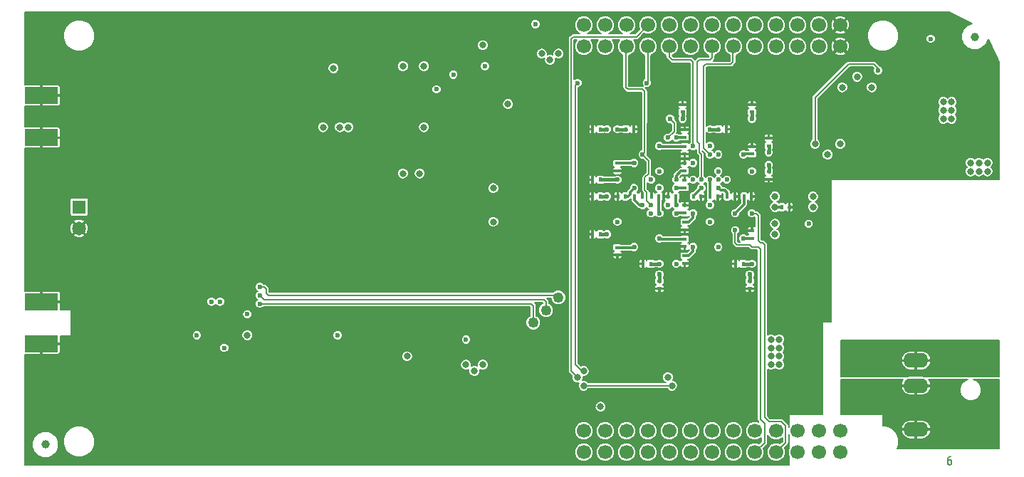
<source format=gbl>
G04 (created by PCBNEW (2013-mar-25)-stable) date Thursday, May 05, 2016 07:05:57 AM*
%MOIN*%
G04 Gerber Fmt 3.4, Leading zero omitted, Abs format*
%FSLAX34Y34*%
G01*
G70*
G90*
G04 APERTURE LIST*
%ADD10C,0.006*%
%ADD11C,0.00590551*%
%ADD12C,0.015748*%
%ADD13C,0.0669291*%
%ADD14C,0.023622*%
%ADD15R,0.0649606X0.0649606*%
%ADD16C,0.0649606*%
%ADD17C,0.0492126*%
%ADD18R,0.023622X0.015748*%
%ADD19R,0.015748X0.023622*%
%ADD20C,0.0393701*%
%ADD21R,0.15748X0.0787402*%
%ADD22O,0.11811X0.0688976*%
%ADD23C,0.0314961*%
%ADD24C,0.00787402*%
%ADD25C,0.011811*%
%ADD26C,0.015748*%
G04 APERTURE END LIST*
G54D10*
G54D11*
X73485Y-49568D02*
X73425Y-49568D01*
X73395Y-49587D01*
X73380Y-49606D01*
X73350Y-49662D01*
X73335Y-49737D01*
X73335Y-49887D01*
X73350Y-49925D01*
X73365Y-49943D01*
X73395Y-49962D01*
X73455Y-49962D01*
X73485Y-49943D01*
X73500Y-49925D01*
X73515Y-49887D01*
X73515Y-49793D01*
X73500Y-49756D01*
X73485Y-49737D01*
X73455Y-49718D01*
X73395Y-49718D01*
X73365Y-49737D01*
X73350Y-49756D01*
X73335Y-49793D01*
G54D12*
X50787Y-33464D03*
X50393Y-33464D03*
X51181Y-33464D03*
X51181Y-33070D03*
X50787Y-33070D03*
X50393Y-33070D03*
X50393Y-33858D03*
X50787Y-33858D03*
X51181Y-33858D03*
X72440Y-31889D03*
X72677Y-31889D03*
X72204Y-31889D03*
X39173Y-43208D03*
X39566Y-43208D03*
X39173Y-43602D03*
X39566Y-43602D03*
X44488Y-32726D03*
X44488Y-33021D03*
G54D13*
X68305Y-48370D03*
X68305Y-49370D03*
X67305Y-48370D03*
X67305Y-49370D03*
X66305Y-48370D03*
X66305Y-49370D03*
X65305Y-48370D03*
X65305Y-49370D03*
X64305Y-48370D03*
X64305Y-49370D03*
X63305Y-48370D03*
X63305Y-49370D03*
X62305Y-48370D03*
X62305Y-49370D03*
X61305Y-48370D03*
X61305Y-49370D03*
X60305Y-48370D03*
X60305Y-49370D03*
X59305Y-48370D03*
X59305Y-49370D03*
X58305Y-48370D03*
X58305Y-49370D03*
X57305Y-48370D03*
X57305Y-49370D03*
X56305Y-48370D03*
X56305Y-49370D03*
X68305Y-29370D03*
X68305Y-30370D03*
X67305Y-29370D03*
X67305Y-30370D03*
X66305Y-29370D03*
X66305Y-30370D03*
X65305Y-29370D03*
X65305Y-30370D03*
X64305Y-29370D03*
X64305Y-30370D03*
X63305Y-29370D03*
X63305Y-30370D03*
X62305Y-29370D03*
X62305Y-30370D03*
X61305Y-29370D03*
X61305Y-30370D03*
X60305Y-29370D03*
X60305Y-30370D03*
X59305Y-29370D03*
X59305Y-30370D03*
X58305Y-29370D03*
X58305Y-30370D03*
X57305Y-29370D03*
X57305Y-30370D03*
X56305Y-29370D03*
X56305Y-30370D03*
G54D14*
X60334Y-33759D03*
G54D15*
X32677Y-37885D03*
G54D16*
X32677Y-38885D03*
G54D17*
X55118Y-42125D03*
X54527Y-42716D03*
X53937Y-43307D03*
G54D14*
X51673Y-31299D03*
G54D18*
X61023Y-38956D03*
X61023Y-38602D03*
X60925Y-33444D03*
X60925Y-33090D03*
X59842Y-41358D03*
X59842Y-41712D03*
X64960Y-35019D03*
X64960Y-34665D03*
G54D19*
X57066Y-36614D03*
X56712Y-36614D03*
X57066Y-34251D03*
X56712Y-34251D03*
G54D18*
X64074Y-41358D03*
X64074Y-41712D03*
G54D19*
X57066Y-37401D03*
X56712Y-37401D03*
X57066Y-39173D03*
X56712Y-39173D03*
G54D18*
X64173Y-33444D03*
X64173Y-33090D03*
X64960Y-36240D03*
X64960Y-36594D03*
G54D19*
X65570Y-37893D03*
X65925Y-37893D03*
X63759Y-40551D03*
X63405Y-40551D03*
X58681Y-37401D03*
X59035Y-37401D03*
X58248Y-37401D03*
X57893Y-37401D03*
G54D18*
X64173Y-39350D03*
X64173Y-38996D03*
G54D19*
X62618Y-34251D03*
X62972Y-34251D03*
G54D18*
X61023Y-39389D03*
X61023Y-39744D03*
X61023Y-40177D03*
X61023Y-40531D03*
X57874Y-35846D03*
X57874Y-36200D03*
G54D19*
X59429Y-40551D03*
X59074Y-40551D03*
G54D18*
X61023Y-35059D03*
X61023Y-35413D03*
G54D19*
X58287Y-34251D03*
X58641Y-34251D03*
G54D18*
X61023Y-37814D03*
X61023Y-38169D03*
G54D19*
X59822Y-37401D03*
X59468Y-37401D03*
G54D18*
X61023Y-36200D03*
X61023Y-35846D03*
X64173Y-35413D03*
X64173Y-35059D03*
X61023Y-36988D03*
X61023Y-36633D03*
G54D19*
X61437Y-37401D03*
X61791Y-37401D03*
X63011Y-37401D03*
X63366Y-37401D03*
G54D18*
X61023Y-34625D03*
X61023Y-34271D03*
G54D19*
X60610Y-37401D03*
X60255Y-37401D03*
G54D18*
X57874Y-39783D03*
X57874Y-40137D03*
G54D19*
X62224Y-37401D03*
X62578Y-37401D03*
X63799Y-37401D03*
X64153Y-37401D03*
G54D20*
X31102Y-49015D03*
X74606Y-29921D03*
G54D21*
X30905Y-44291D03*
G54D12*
X30610Y-44438D03*
X30610Y-44143D03*
X30905Y-44438D03*
X30905Y-44143D03*
X31200Y-44438D03*
X31200Y-44143D03*
G54D21*
X30905Y-42322D03*
G54D12*
X30610Y-42175D03*
X30610Y-42470D03*
X30905Y-42175D03*
X30905Y-42470D03*
X31200Y-42175D03*
X31200Y-42470D03*
G54D21*
X30905Y-34645D03*
G54D12*
X30610Y-34793D03*
X30610Y-34498D03*
X30905Y-34793D03*
X30905Y-34498D03*
X31200Y-34793D03*
X31200Y-34498D03*
G54D21*
X30905Y-32677D03*
G54D12*
X30610Y-32529D03*
X30610Y-32824D03*
X30905Y-32529D03*
X30905Y-32824D03*
X31200Y-32529D03*
X31200Y-32824D03*
G54D22*
X71850Y-45078D03*
X71850Y-46259D03*
X71850Y-48307D03*
G54D23*
X47834Y-31299D03*
X44586Y-31397D03*
X44094Y-34153D03*
X45275Y-34153D03*
G54D14*
X50196Y-31692D03*
G54D23*
X44881Y-34153D03*
G54D14*
X60236Y-34645D03*
G54D23*
X56003Y-45866D03*
G54D14*
X59251Y-32086D03*
X56003Y-32086D03*
G54D23*
X56299Y-45570D03*
G54D14*
X61811Y-36614D03*
X61417Y-35039D03*
X62204Y-35433D03*
X64173Y-38188D03*
X63385Y-38976D03*
G54D23*
X75196Y-35826D03*
G54D14*
X61811Y-37007D03*
X70078Y-31496D03*
G54D23*
X67125Y-34940D03*
X68307Y-34940D03*
X67716Y-35433D03*
G54D14*
X57874Y-36614D03*
X64960Y-35334D03*
X60629Y-37007D03*
X59842Y-38188D03*
X60629Y-38188D03*
G54D23*
X74803Y-35826D03*
X75196Y-36220D03*
X74803Y-36220D03*
X74409Y-35826D03*
X74409Y-36220D03*
G54D14*
X61417Y-38188D03*
X62204Y-37795D03*
X59842Y-36220D03*
X59448Y-36614D03*
X59842Y-37007D03*
G54D23*
X65255Y-37401D03*
X65255Y-37893D03*
X67027Y-37893D03*
X67027Y-37401D03*
G54D14*
X60629Y-36614D03*
X60629Y-37795D03*
X62204Y-36614D03*
X61417Y-36614D03*
X60236Y-37795D03*
G54D23*
X60236Y-45866D03*
X57086Y-47244D03*
X68405Y-32283D03*
X69783Y-32283D03*
X69094Y-31791D03*
G54D14*
X58661Y-37007D03*
X58661Y-35826D03*
X59842Y-39370D03*
X63779Y-35433D03*
X63779Y-39370D03*
X58661Y-39763D03*
X57381Y-37401D03*
X57381Y-39173D03*
X59842Y-41043D03*
X64074Y-41043D03*
X64960Y-35925D03*
X64173Y-33759D03*
X60925Y-33759D03*
X57381Y-34251D03*
X57874Y-34251D03*
X60629Y-34645D03*
X62204Y-34251D03*
X59842Y-35039D03*
X59055Y-37795D03*
X59842Y-40551D03*
X64173Y-40551D03*
X62598Y-39763D03*
X61417Y-39763D03*
X63385Y-38188D03*
X62204Y-35039D03*
X62598Y-35433D03*
X61417Y-35826D03*
X64173Y-36220D03*
X62598Y-36220D03*
X62598Y-36614D03*
X62992Y-36614D03*
X62598Y-37007D03*
X57874Y-38582D03*
X62204Y-38582D03*
X59448Y-38188D03*
G54D23*
X48818Y-31299D03*
X52755Y-33070D03*
G54D14*
X49409Y-32381D03*
G54D23*
X48818Y-34153D03*
X52066Y-38582D03*
X52066Y-37007D03*
X47834Y-36318D03*
X48622Y-36318D03*
X51574Y-30314D03*
X48031Y-44881D03*
G54D14*
X44783Y-43897D03*
X39468Y-44488D03*
X38188Y-43897D03*
G54D23*
X40551Y-43897D03*
G54D14*
X40551Y-42913D03*
X38877Y-42322D03*
X39271Y-42322D03*
G54D23*
X65452Y-44488D03*
X65452Y-44881D03*
X65452Y-45275D03*
X65452Y-44094D03*
X65059Y-44488D03*
X65059Y-45275D03*
X65059Y-44881D03*
X65059Y-44094D03*
G54D14*
X54035Y-29330D03*
G54D23*
X54330Y-30708D03*
X55118Y-30708D03*
X54724Y-31003D03*
X50787Y-45275D03*
X51574Y-45275D03*
X51181Y-45570D03*
G54D14*
X66830Y-38681D03*
X50787Y-44094D03*
G54D23*
X73523Y-33366D03*
X73523Y-33759D03*
X73129Y-33366D03*
X73523Y-32972D03*
X73129Y-33759D03*
X73129Y-32972D03*
X65255Y-38681D03*
X65255Y-39173D03*
G54D14*
X72539Y-30019D03*
G54D23*
X60433Y-46259D03*
X56299Y-46259D03*
G54D14*
X60629Y-40551D03*
X41141Y-41633D03*
X41141Y-42421D03*
G54D23*
X41338Y-43011D03*
X38385Y-44389D03*
X37204Y-41830D03*
X36122Y-42913D03*
X36614Y-42913D03*
X65452Y-47244D03*
X65452Y-46850D03*
X65452Y-46456D03*
X65452Y-47637D03*
X65059Y-47244D03*
X65059Y-46456D03*
X65059Y-46850D03*
X65059Y-47637D03*
X66929Y-39271D03*
X56692Y-47244D03*
X60137Y-46653D03*
X34251Y-43700D03*
X35039Y-43700D03*
X33464Y-43700D03*
X32677Y-43700D03*
X54133Y-49212D03*
X50196Y-49212D03*
X44291Y-49212D03*
X40354Y-49212D03*
X38385Y-49212D03*
X36417Y-49212D03*
X33464Y-47244D03*
X31496Y-47244D03*
X34448Y-49212D03*
X42322Y-49212D03*
X46259Y-49212D03*
X48228Y-49212D03*
X52165Y-49212D03*
X34251Y-42913D03*
X32677Y-42913D03*
X33464Y-42913D03*
X35039Y-42913D03*
X47047Y-35236D03*
X44881Y-37696D03*
X42519Y-37696D03*
X40157Y-37696D03*
X37795Y-37696D03*
X44881Y-30413D03*
X42519Y-30413D03*
X40157Y-30413D03*
X37795Y-30413D03*
X35531Y-32874D03*
X53248Y-33464D03*
X49606Y-34448D03*
X47834Y-35925D03*
X48622Y-35925D03*
X52460Y-39271D03*
X52460Y-37696D03*
X53740Y-39370D03*
X53740Y-37795D03*
X51377Y-37401D03*
X51377Y-36417D03*
X53149Y-29921D03*
X53149Y-30314D03*
X53149Y-29527D03*
X49606Y-44488D03*
X49606Y-44881D03*
X49606Y-44094D03*
X71850Y-29527D03*
X48228Y-29527D03*
X44291Y-29527D03*
X40354Y-29527D03*
X36417Y-29527D03*
X38385Y-29527D03*
X42322Y-29527D03*
X46259Y-29527D03*
X50196Y-29527D03*
X34448Y-29527D03*
X36417Y-29527D03*
G54D14*
X61417Y-37007D03*
G54D23*
X36122Y-43700D03*
X36909Y-43700D03*
G54D14*
X39074Y-44488D03*
G54D23*
X66929Y-40748D03*
X66929Y-40255D03*
X66929Y-39763D03*
G54D14*
X63385Y-40157D03*
X58661Y-34645D03*
X60629Y-35826D03*
X64173Y-34645D03*
X62992Y-34645D03*
X58267Y-36220D03*
X61417Y-36220D03*
X61417Y-35433D03*
X60236Y-37007D03*
X59055Y-40157D03*
X61811Y-40551D03*
X59448Y-37007D03*
X64173Y-38582D03*
X57874Y-40551D03*
X60629Y-39763D03*
X61811Y-37795D03*
X62598Y-37795D03*
G54D23*
X73228Y-31889D03*
X71653Y-31889D03*
X73228Y-31496D03*
X71653Y-31496D03*
X71653Y-32283D03*
X46259Y-46653D03*
G54D14*
X58267Y-37795D03*
X60236Y-34251D03*
X59055Y-35826D03*
X63385Y-35826D03*
X62204Y-36220D03*
X63779Y-37007D03*
X61417Y-38976D03*
X62992Y-38976D03*
X59055Y-38582D03*
X60629Y-38582D03*
X61811Y-38582D03*
X61811Y-38188D03*
X60236Y-38582D03*
X60236Y-38188D03*
X59842Y-36614D03*
X41141Y-42027D03*
X59448Y-37795D03*
X59055Y-35433D03*
G54D24*
X60334Y-33759D02*
X60531Y-33956D01*
G54D11*
X60531Y-34350D02*
X60236Y-34645D01*
X60531Y-33956D02*
X60531Y-34350D01*
G54D24*
X59305Y-29375D02*
X58759Y-29921D01*
X55708Y-30019D02*
X55708Y-45570D01*
X55807Y-29921D02*
X55708Y-30019D01*
X58759Y-29921D02*
X55807Y-29921D01*
X59305Y-29375D02*
X59305Y-29370D01*
X56003Y-45866D02*
X55708Y-45570D01*
X56299Y-45570D02*
X56200Y-45570D01*
X59305Y-30370D02*
X59305Y-32033D01*
X55905Y-32185D02*
X55905Y-45275D01*
X56003Y-32086D02*
X55905Y-32185D01*
X59305Y-32033D02*
X59251Y-32086D01*
X56200Y-45570D02*
X55905Y-45275D01*
G54D11*
X61811Y-35433D02*
X61712Y-35334D01*
G54D24*
X62305Y-30903D02*
X62204Y-31003D01*
X62204Y-31003D02*
X61712Y-31003D01*
X61712Y-31003D02*
X61614Y-31102D01*
X61614Y-31102D02*
X61614Y-33956D01*
X62305Y-30370D02*
X62305Y-30903D01*
G54D11*
X61811Y-36614D02*
X61811Y-35433D01*
X61614Y-34842D02*
X61614Y-33956D01*
X61712Y-34940D02*
X61614Y-34842D01*
X61712Y-35334D02*
X61712Y-34940D01*
G54D24*
X58305Y-29370D02*
X58305Y-29391D01*
X60305Y-30370D02*
X60305Y-30875D01*
G54D11*
X61417Y-35039D02*
X61417Y-33956D01*
G54D24*
X61417Y-31102D02*
X61417Y-33956D01*
X61318Y-31003D02*
X61417Y-31102D01*
X60433Y-31003D02*
X61318Y-31003D01*
X60305Y-30875D02*
X60433Y-31003D01*
X61909Y-31299D02*
X61909Y-33956D01*
G54D11*
X62204Y-35433D02*
X61909Y-35137D01*
X61909Y-35137D02*
X61909Y-33956D01*
G54D24*
X63287Y-31102D02*
X63287Y-30387D01*
X63305Y-30370D02*
X63287Y-30387D01*
X62007Y-31200D02*
X63188Y-31200D01*
X63188Y-31200D02*
X63287Y-31102D01*
X62007Y-31200D02*
X61909Y-31299D01*
X64763Y-47736D02*
X64960Y-47933D01*
X64665Y-39566D02*
X64763Y-39665D01*
G54D11*
X64173Y-38188D02*
X64370Y-38188D01*
G54D24*
X64566Y-39566D02*
X64665Y-39566D01*
X64468Y-39468D02*
X64566Y-39566D01*
X64468Y-38287D02*
X64468Y-39468D01*
G54D11*
X64370Y-38188D02*
X64468Y-38287D01*
G54D24*
X64763Y-39665D02*
X64763Y-47736D01*
X64960Y-47933D02*
X65551Y-47933D01*
X65551Y-47933D02*
X65748Y-48129D01*
X65305Y-49370D02*
X65305Y-49360D01*
X65305Y-49360D02*
X65748Y-48917D01*
X65748Y-48917D02*
X65748Y-48129D01*
X65748Y-48129D02*
X65748Y-48129D01*
X64566Y-47834D02*
X64763Y-48031D01*
X64566Y-39862D02*
X64566Y-47834D01*
G54D11*
X63385Y-38976D02*
X63385Y-39566D01*
X64173Y-39763D02*
X64468Y-39763D01*
X64074Y-39665D02*
X64173Y-39763D01*
X63484Y-39665D02*
X64074Y-39665D01*
X63385Y-39566D02*
X63484Y-39665D01*
G54D24*
X64468Y-39763D02*
X64566Y-39862D01*
X64311Y-49370D02*
X64763Y-48917D01*
X64763Y-48917D02*
X64763Y-48031D01*
X64311Y-49370D02*
X64305Y-49370D01*
G54D25*
X61437Y-37401D02*
X61437Y-37381D01*
X61437Y-37381D02*
X61811Y-37007D01*
G54D24*
X70078Y-31496D02*
X70078Y-31397D01*
X69881Y-31200D02*
X68700Y-31200D01*
X70078Y-31397D02*
X69881Y-31200D01*
X67125Y-32775D02*
X67125Y-34940D01*
X68700Y-31200D02*
X67125Y-32775D01*
G54D26*
X57066Y-36614D02*
X57874Y-36614D01*
X64960Y-35019D02*
X64960Y-35334D01*
G54D25*
X61023Y-36988D02*
X60649Y-36988D01*
X60649Y-36988D02*
X60629Y-37007D01*
X59822Y-37401D02*
X59822Y-38169D01*
X59822Y-38169D02*
X59842Y-38188D01*
X61023Y-38602D02*
X61200Y-38602D01*
X61417Y-38385D02*
X61417Y-38188D01*
X61200Y-38602D02*
X61417Y-38385D01*
X61023Y-38169D02*
X60649Y-38169D01*
X60649Y-38169D02*
X60629Y-38188D01*
G54D11*
X61417Y-38188D02*
X61417Y-38208D01*
G54D25*
X65570Y-37893D02*
X65255Y-37893D01*
X61023Y-36200D02*
X60846Y-36200D01*
X60629Y-36417D02*
X60629Y-36614D01*
X60846Y-36200D02*
X60629Y-36417D01*
X60610Y-37401D02*
X60610Y-37775D01*
X60610Y-37775D02*
X60629Y-37795D01*
X62224Y-37401D02*
X62224Y-36634D01*
X62224Y-36634D02*
X62204Y-36614D01*
X61023Y-40177D02*
X61200Y-40177D01*
X61417Y-39960D02*
X61417Y-39763D01*
X61200Y-40177D02*
X61417Y-39960D01*
X63011Y-37401D02*
X63011Y-37224D01*
X62696Y-37106D02*
X62598Y-37007D01*
X62893Y-37106D02*
X62696Y-37106D01*
X63011Y-37224D02*
X62893Y-37106D01*
X58248Y-37401D02*
X58366Y-37401D01*
X58464Y-37204D02*
X58661Y-37007D01*
X58464Y-37303D02*
X58464Y-37204D01*
X58366Y-37401D02*
X58464Y-37303D01*
X57874Y-35846D02*
X58641Y-35846D01*
X58641Y-35846D02*
X58661Y-35826D01*
X61023Y-39389D02*
X59862Y-39389D01*
X59862Y-39389D02*
X59842Y-39370D01*
X64173Y-35413D02*
X63799Y-35413D01*
X63799Y-35413D02*
X63779Y-35433D01*
X64173Y-39350D02*
X63799Y-39350D01*
X63799Y-39350D02*
X63779Y-39370D01*
X57874Y-39783D02*
X58641Y-39783D01*
X58641Y-39783D02*
X58661Y-39763D01*
G54D26*
X57066Y-37401D02*
X57381Y-37401D01*
X57066Y-39173D02*
X57381Y-39173D01*
X59842Y-41358D02*
X59842Y-41043D01*
X64074Y-41358D02*
X64074Y-41043D01*
X64960Y-36240D02*
X64960Y-35925D01*
X64173Y-33444D02*
X64173Y-33759D01*
X60925Y-33444D02*
X60925Y-33759D01*
X57066Y-34251D02*
X57381Y-34251D01*
X58287Y-34251D02*
X57874Y-34251D01*
G54D25*
X61023Y-34625D02*
X60649Y-34625D01*
X60649Y-34625D02*
X60629Y-34645D01*
G54D26*
X62618Y-34251D02*
X62204Y-34251D01*
G54D25*
X61023Y-35059D02*
X59862Y-35059D01*
X59862Y-35059D02*
X59842Y-35039D01*
X58681Y-37401D02*
X58681Y-37578D01*
X58897Y-37795D02*
X59055Y-37795D01*
X58681Y-37578D02*
X58897Y-37795D01*
G54D26*
X59428Y-40551D02*
X59842Y-40551D01*
X63759Y-40551D02*
X64173Y-40551D01*
G54D25*
X63799Y-37401D02*
X63799Y-37775D01*
X63799Y-37775D02*
X63385Y-38188D01*
G54D11*
X61417Y-39763D02*
X61417Y-39783D01*
X63385Y-38188D02*
X63405Y-38188D01*
X62598Y-37007D02*
X62618Y-37007D01*
G54D24*
X60433Y-46259D02*
X56299Y-46259D01*
X55118Y-42125D02*
X55019Y-42027D01*
X41338Y-41633D02*
X41437Y-41732D01*
X41437Y-41732D02*
X41437Y-41929D01*
X41437Y-41929D02*
X41535Y-42027D01*
X41535Y-42027D02*
X55019Y-42027D01*
X41141Y-41633D02*
X41338Y-41633D01*
X53937Y-43307D02*
X53937Y-42519D01*
X53838Y-42421D02*
X41141Y-42421D01*
X53937Y-42519D02*
X53838Y-42421D01*
G54D25*
X60669Y-38622D02*
X60629Y-38582D01*
G54D11*
X58267Y-37795D02*
X58267Y-37775D01*
X60629Y-38582D02*
X60649Y-38582D01*
G54D24*
X54527Y-42716D02*
X54527Y-42322D01*
X41338Y-42224D02*
X54429Y-42224D01*
X41338Y-42224D02*
X41141Y-42027D01*
X54527Y-42322D02*
X54429Y-42224D01*
G54D11*
X59350Y-35728D02*
X59350Y-36318D01*
X59350Y-35728D02*
X59055Y-35433D01*
X59251Y-37598D02*
X59448Y-37795D01*
X59251Y-37204D02*
X59251Y-37598D01*
X59153Y-37106D02*
X59251Y-37204D01*
X59153Y-36515D02*
X59153Y-37106D01*
X59350Y-36318D02*
X59153Y-36515D01*
X59153Y-35334D02*
X59055Y-35433D01*
G54D24*
X59055Y-32381D02*
X58366Y-32381D01*
X58366Y-32381D02*
X58267Y-32283D01*
X58267Y-32283D02*
X58267Y-30407D01*
X58305Y-30370D02*
X58267Y-30407D01*
G54D11*
X59153Y-35334D02*
X59153Y-33956D01*
G54D24*
X59153Y-32480D02*
X59153Y-33956D01*
X59153Y-32480D02*
X59055Y-32381D01*
G54D10*
G36*
X30935Y-32552D02*
X30911Y-32576D01*
X30905Y-32571D01*
X30899Y-32576D01*
X30875Y-32552D01*
X30875Y-32506D01*
X30899Y-32482D01*
X30905Y-32487D01*
X30911Y-32482D01*
X30935Y-32506D01*
X30935Y-32552D01*
X30935Y-32552D01*
G37*
G54D11*
X30935Y-32552D02*
X30911Y-32576D01*
X30905Y-32571D01*
X30899Y-32576D01*
X30875Y-32552D01*
X30875Y-32506D01*
X30899Y-32482D01*
X30905Y-32487D01*
X30911Y-32482D01*
X30935Y-32506D01*
X30935Y-32552D01*
G54D10*
G36*
X30935Y-32848D02*
X30911Y-32872D01*
X30905Y-32866D01*
X30899Y-32872D01*
X30875Y-32848D01*
X30875Y-32801D01*
X30899Y-32777D01*
X30905Y-32783D01*
X30911Y-32777D01*
X30935Y-32801D01*
X30935Y-32848D01*
X30935Y-32848D01*
G37*
G54D11*
X30935Y-32848D02*
X30911Y-32872D01*
X30905Y-32866D01*
X30899Y-32872D01*
X30875Y-32848D01*
X30875Y-32801D01*
X30899Y-32777D01*
X30905Y-32783D01*
X30911Y-32777D01*
X30935Y-32801D01*
X30935Y-32848D01*
G54D10*
G36*
X30935Y-34521D02*
X30911Y-34545D01*
X30905Y-34539D01*
X30899Y-34545D01*
X30875Y-34521D01*
X30875Y-34474D01*
X30899Y-34450D01*
X30905Y-34456D01*
X30911Y-34450D01*
X30935Y-34474D01*
X30935Y-34521D01*
X30935Y-34521D01*
G37*
G54D11*
X30935Y-34521D02*
X30911Y-34545D01*
X30905Y-34539D01*
X30899Y-34545D01*
X30875Y-34521D01*
X30875Y-34474D01*
X30899Y-34450D01*
X30905Y-34456D01*
X30911Y-34450D01*
X30935Y-34474D01*
X30935Y-34521D01*
G54D10*
G36*
X30935Y-34816D02*
X30911Y-34840D01*
X30905Y-34835D01*
X30899Y-34840D01*
X30875Y-34816D01*
X30875Y-34769D01*
X30899Y-34745D01*
X30905Y-34751D01*
X30911Y-34745D01*
X30935Y-34769D01*
X30935Y-34816D01*
X30935Y-34816D01*
G37*
G54D11*
X30935Y-34816D02*
X30911Y-34840D01*
X30905Y-34835D01*
X30899Y-34840D01*
X30875Y-34816D01*
X30875Y-34769D01*
X30899Y-34745D01*
X30905Y-34751D01*
X30911Y-34745D01*
X30935Y-34769D01*
X30935Y-34816D01*
G54D10*
G36*
X30935Y-42198D02*
X30911Y-42222D01*
X30905Y-42216D01*
X30899Y-42222D01*
X30875Y-42198D01*
X30875Y-42151D01*
X30899Y-42127D01*
X30905Y-42133D01*
X30911Y-42127D01*
X30935Y-42151D01*
X30935Y-42198D01*
X30935Y-42198D01*
G37*
G54D11*
X30935Y-42198D02*
X30911Y-42222D01*
X30905Y-42216D01*
X30899Y-42222D01*
X30875Y-42198D01*
X30875Y-42151D01*
X30899Y-42127D01*
X30905Y-42133D01*
X30911Y-42127D01*
X30935Y-42151D01*
X30935Y-42198D01*
G54D10*
G36*
X30935Y-44462D02*
X30911Y-44486D01*
X30905Y-44480D01*
X30899Y-44486D01*
X30875Y-44462D01*
X30875Y-44415D01*
X30899Y-44391D01*
X30905Y-44397D01*
X30911Y-44391D01*
X30935Y-44415D01*
X30935Y-44462D01*
X30935Y-44462D01*
G37*
G54D11*
X30935Y-44462D02*
X30911Y-44486D01*
X30905Y-44480D01*
X30899Y-44486D01*
X30875Y-44462D01*
X30875Y-44415D01*
X30899Y-44391D01*
X30905Y-44397D01*
X30911Y-44391D01*
X30935Y-44415D01*
X30935Y-44462D01*
G54D10*
G36*
X75757Y-36584D02*
X75462Y-36584D01*
X75462Y-36167D01*
X75422Y-36070D01*
X75375Y-36023D01*
X75422Y-35977D01*
X75462Y-35879D01*
X75462Y-35774D01*
X75422Y-35676D01*
X75347Y-35601D01*
X75249Y-35561D01*
X75144Y-35560D01*
X75046Y-35601D01*
X74999Y-35647D01*
X74953Y-35601D01*
X74856Y-35561D01*
X74750Y-35560D01*
X74652Y-35601D01*
X74606Y-35647D01*
X74560Y-35601D01*
X74462Y-35561D01*
X74356Y-35560D01*
X74259Y-35601D01*
X74184Y-35676D01*
X74143Y-35773D01*
X74143Y-35879D01*
X74184Y-35977D01*
X74230Y-36023D01*
X74184Y-36069D01*
X74143Y-36167D01*
X74143Y-36273D01*
X74184Y-36370D01*
X74258Y-36445D01*
X74356Y-36486D01*
X74462Y-36486D01*
X74559Y-36445D01*
X74606Y-36399D01*
X74652Y-36445D01*
X74750Y-36486D01*
X74855Y-36486D01*
X74953Y-36445D01*
X75000Y-36399D01*
X75046Y-36445D01*
X75143Y-36486D01*
X75249Y-36486D01*
X75347Y-36445D01*
X75422Y-36371D01*
X75462Y-36273D01*
X75462Y-36167D01*
X75462Y-36584D01*
X73789Y-36584D01*
X73789Y-33707D01*
X73749Y-33609D01*
X73702Y-33562D01*
X73748Y-33516D01*
X73789Y-33419D01*
X73789Y-33313D01*
X73749Y-33215D01*
X73702Y-33169D01*
X73748Y-33123D01*
X73789Y-33025D01*
X73789Y-32919D01*
X73749Y-32822D01*
X73674Y-32747D01*
X73576Y-32706D01*
X73470Y-32706D01*
X73373Y-32747D01*
X73326Y-32793D01*
X73280Y-32747D01*
X73183Y-32706D01*
X73077Y-32706D01*
X72979Y-32747D01*
X72904Y-32821D01*
X72864Y-32919D01*
X72864Y-33025D01*
X72904Y-33122D01*
X72950Y-33169D01*
X72904Y-33215D01*
X72864Y-33313D01*
X72864Y-33418D01*
X72904Y-33516D01*
X72950Y-33563D01*
X72904Y-33609D01*
X72864Y-33706D01*
X72864Y-33812D01*
X72904Y-33910D01*
X72979Y-33985D01*
X73076Y-34025D01*
X73182Y-34025D01*
X73280Y-33985D01*
X73326Y-33938D01*
X73372Y-33985D01*
X73470Y-34025D01*
X73576Y-34025D01*
X73673Y-33985D01*
X73748Y-33910D01*
X73789Y-33812D01*
X73789Y-33707D01*
X73789Y-36584D01*
X72765Y-36584D01*
X72765Y-29974D01*
X72731Y-29891D01*
X72667Y-29827D01*
X72584Y-29793D01*
X72494Y-29793D01*
X72411Y-29827D01*
X72347Y-29891D01*
X72313Y-29974D01*
X72312Y-30064D01*
X72347Y-30147D01*
X72410Y-30211D01*
X72494Y-30246D01*
X72584Y-30246D01*
X72667Y-30211D01*
X72731Y-30148D01*
X72765Y-30064D01*
X72765Y-29974D01*
X72765Y-36584D01*
X71038Y-36584D01*
X71038Y-29724D01*
X70927Y-29455D01*
X70721Y-29248D01*
X70451Y-29136D01*
X70159Y-29136D01*
X69890Y-29248D01*
X69683Y-29454D01*
X69571Y-29723D01*
X69571Y-30015D01*
X69683Y-30284D01*
X69889Y-30491D01*
X70158Y-30603D01*
X70450Y-30603D01*
X70719Y-30492D01*
X70926Y-30285D01*
X71038Y-30016D01*
X71038Y-29724D01*
X71038Y-36584D01*
X70305Y-36584D01*
X70305Y-31451D01*
X70270Y-31367D01*
X70207Y-31304D01*
X70184Y-31294D01*
X70184Y-31294D01*
X70183Y-31293D01*
X70183Y-31293D01*
X69986Y-31096D01*
X69938Y-31064D01*
X69881Y-31053D01*
X68750Y-31053D01*
X68750Y-30446D01*
X68750Y-29446D01*
X68745Y-29270D01*
X68687Y-29129D01*
X68625Y-29091D01*
X68583Y-29133D01*
X68583Y-29049D01*
X68546Y-28988D01*
X68381Y-28925D01*
X68205Y-28929D01*
X68064Y-28988D01*
X68026Y-29049D01*
X68305Y-29328D01*
X68583Y-29049D01*
X68583Y-29133D01*
X68346Y-29370D01*
X68625Y-29648D01*
X68687Y-29611D01*
X68750Y-29446D01*
X68750Y-30446D01*
X68745Y-30270D01*
X68687Y-30129D01*
X68625Y-30091D01*
X68583Y-30133D01*
X68583Y-30049D01*
X68583Y-29690D01*
X68305Y-29411D01*
X68263Y-29453D01*
X68263Y-29370D01*
X67984Y-29091D01*
X67923Y-29129D01*
X67860Y-29293D01*
X67864Y-29469D01*
X67923Y-29611D01*
X67984Y-29648D01*
X68263Y-29370D01*
X68263Y-29453D01*
X68026Y-29690D01*
X68064Y-29751D01*
X68228Y-29815D01*
X68404Y-29810D01*
X68546Y-29751D01*
X68583Y-29690D01*
X68583Y-30049D01*
X68546Y-29988D01*
X68381Y-29925D01*
X68205Y-29929D01*
X68064Y-29988D01*
X68026Y-30049D01*
X68305Y-30328D01*
X68583Y-30049D01*
X68583Y-30133D01*
X68346Y-30370D01*
X68625Y-30648D01*
X68687Y-30611D01*
X68750Y-30446D01*
X68750Y-31053D01*
X68700Y-31053D01*
X68644Y-31064D01*
X68596Y-31096D01*
X68583Y-31109D01*
X68583Y-30690D01*
X68305Y-30411D01*
X68263Y-30453D01*
X68263Y-30370D01*
X67984Y-30091D01*
X67923Y-30129D01*
X67860Y-30293D01*
X67864Y-30469D01*
X67923Y-30611D01*
X67984Y-30648D01*
X68263Y-30370D01*
X68263Y-30453D01*
X68026Y-30690D01*
X68064Y-30751D01*
X68228Y-30815D01*
X68404Y-30810D01*
X68546Y-30751D01*
X68583Y-30690D01*
X68583Y-31109D01*
X67748Y-31944D01*
X67748Y-30282D01*
X67748Y-29282D01*
X67680Y-29119D01*
X67556Y-28994D01*
X67393Y-28927D01*
X67217Y-28927D01*
X67054Y-28994D01*
X66929Y-29118D01*
X66862Y-29281D01*
X66862Y-29457D01*
X66929Y-29620D01*
X67053Y-29745D01*
X67216Y-29812D01*
X67392Y-29813D01*
X67555Y-29745D01*
X67680Y-29621D01*
X67747Y-29458D01*
X67748Y-29282D01*
X67748Y-30282D01*
X67680Y-30119D01*
X67556Y-29994D01*
X67393Y-29927D01*
X67217Y-29927D01*
X67054Y-29994D01*
X66929Y-30118D01*
X66862Y-30281D01*
X66862Y-30457D01*
X66929Y-30620D01*
X67053Y-30745D01*
X67216Y-30812D01*
X67392Y-30813D01*
X67555Y-30745D01*
X67680Y-30621D01*
X67747Y-30458D01*
X67748Y-30282D01*
X67748Y-31944D01*
X67021Y-32671D01*
X66989Y-32719D01*
X66978Y-32775D01*
X66978Y-34714D01*
X66975Y-34715D01*
X66900Y-34790D01*
X66860Y-34887D01*
X66860Y-34993D01*
X66900Y-35091D01*
X66975Y-35166D01*
X67072Y-35206D01*
X67178Y-35206D01*
X67276Y-35166D01*
X67351Y-35091D01*
X67391Y-34994D01*
X67391Y-34888D01*
X67351Y-34790D01*
X67276Y-34715D01*
X67273Y-34714D01*
X67273Y-32836D01*
X68761Y-31348D01*
X69820Y-31348D01*
X69873Y-31400D01*
X69852Y-31450D01*
X69852Y-31540D01*
X69886Y-31624D01*
X69950Y-31687D01*
X70033Y-31722D01*
X70123Y-31722D01*
X70206Y-31688D01*
X70270Y-31624D01*
X70305Y-31541D01*
X70305Y-31451D01*
X70305Y-36584D01*
X70049Y-36584D01*
X70049Y-32230D01*
X70008Y-32133D01*
X69934Y-32058D01*
X69836Y-32017D01*
X69730Y-32017D01*
X69633Y-32058D01*
X69558Y-32132D01*
X69517Y-32230D01*
X69517Y-32336D01*
X69558Y-32433D01*
X69632Y-32508D01*
X69730Y-32549D01*
X69836Y-32549D01*
X69933Y-32508D01*
X70008Y-32434D01*
X70049Y-32336D01*
X70049Y-32230D01*
X70049Y-36584D01*
X69360Y-36584D01*
X69360Y-31738D01*
X69319Y-31641D01*
X69245Y-31566D01*
X69147Y-31525D01*
X69041Y-31525D01*
X68944Y-31565D01*
X68869Y-31640D01*
X68828Y-31738D01*
X68828Y-31843D01*
X68869Y-31941D01*
X68943Y-32016D01*
X69041Y-32057D01*
X69147Y-32057D01*
X69244Y-32016D01*
X69319Y-31942D01*
X69360Y-31844D01*
X69360Y-31738D01*
X69360Y-36584D01*
X68671Y-36584D01*
X68671Y-32230D01*
X68630Y-32133D01*
X68556Y-32058D01*
X68458Y-32017D01*
X68352Y-32017D01*
X68255Y-32058D01*
X68180Y-32132D01*
X68139Y-32230D01*
X68139Y-32336D01*
X68180Y-32433D01*
X68254Y-32508D01*
X68352Y-32549D01*
X68458Y-32549D01*
X68555Y-32508D01*
X68630Y-32434D01*
X68671Y-32336D01*
X68671Y-32230D01*
X68671Y-36584D01*
X68572Y-36584D01*
X68572Y-34888D01*
X68532Y-34790D01*
X68457Y-34715D01*
X68360Y-34675D01*
X68254Y-34675D01*
X68156Y-34715D01*
X68081Y-34790D01*
X68041Y-34887D01*
X68041Y-34993D01*
X68081Y-35091D01*
X68156Y-35166D01*
X68253Y-35206D01*
X68359Y-35206D01*
X68457Y-35166D01*
X68532Y-35091D01*
X68572Y-34994D01*
X68572Y-34888D01*
X68572Y-36584D01*
X67982Y-36584D01*
X67982Y-35380D01*
X67941Y-35282D01*
X67867Y-35207D01*
X67769Y-35167D01*
X67663Y-35167D01*
X67566Y-35207D01*
X67491Y-35282D01*
X67450Y-35379D01*
X67450Y-35485D01*
X67491Y-35583D01*
X67565Y-35658D01*
X67663Y-35698D01*
X67769Y-35698D01*
X67866Y-35658D01*
X67941Y-35583D01*
X67982Y-35486D01*
X67982Y-35380D01*
X67982Y-36584D01*
X67883Y-36584D01*
X67883Y-43277D01*
X67490Y-43277D01*
X67490Y-47608D01*
X67293Y-47608D01*
X67293Y-37841D01*
X67252Y-37743D01*
X67178Y-37668D01*
X67127Y-37647D01*
X67177Y-37626D01*
X67252Y-37552D01*
X67293Y-37454D01*
X67293Y-37348D01*
X67252Y-37251D01*
X67178Y-37176D01*
X67080Y-37135D01*
X66974Y-37135D01*
X66877Y-37176D01*
X66802Y-37250D01*
X66761Y-37348D01*
X66761Y-37454D01*
X66802Y-37551D01*
X66876Y-37626D01*
X66927Y-37647D01*
X66877Y-37668D01*
X66802Y-37742D01*
X66761Y-37840D01*
X66761Y-37946D01*
X66802Y-38044D01*
X66876Y-38118D01*
X66974Y-38159D01*
X67080Y-38159D01*
X67177Y-38119D01*
X67252Y-38044D01*
X67293Y-37946D01*
X67293Y-37841D01*
X67293Y-47608D01*
X67057Y-47608D01*
X67057Y-38636D01*
X67022Y-38553D01*
X66959Y-38489D01*
X66875Y-38454D01*
X66785Y-38454D01*
X66748Y-38470D01*
X66748Y-30282D01*
X66748Y-29282D01*
X66680Y-29119D01*
X66556Y-28994D01*
X66393Y-28927D01*
X66217Y-28927D01*
X66054Y-28994D01*
X65929Y-29118D01*
X65862Y-29281D01*
X65862Y-29457D01*
X65929Y-29620D01*
X66053Y-29745D01*
X66216Y-29812D01*
X66392Y-29813D01*
X66555Y-29745D01*
X66680Y-29621D01*
X66747Y-29458D01*
X66748Y-29282D01*
X66748Y-30282D01*
X66680Y-30119D01*
X66556Y-29994D01*
X66393Y-29927D01*
X66217Y-29927D01*
X66054Y-29994D01*
X65929Y-30118D01*
X65862Y-30281D01*
X65862Y-30457D01*
X65929Y-30620D01*
X66053Y-30745D01*
X66216Y-30812D01*
X66392Y-30813D01*
X66555Y-30745D01*
X66680Y-30621D01*
X66747Y-30458D01*
X66748Y-30282D01*
X66748Y-38470D01*
X66702Y-38489D01*
X66638Y-38552D01*
X66604Y-38635D01*
X66604Y-38725D01*
X66638Y-38809D01*
X66702Y-38872D01*
X66785Y-38907D01*
X66875Y-38907D01*
X66958Y-38873D01*
X67022Y-38809D01*
X67057Y-38726D01*
X67057Y-38636D01*
X67057Y-47608D01*
X66112Y-47608D01*
X66112Y-37990D01*
X66112Y-37797D01*
X66112Y-37753D01*
X66095Y-37714D01*
X66065Y-37683D01*
X66025Y-37667D01*
X65981Y-37667D01*
X65954Y-37694D01*
X65954Y-37864D01*
X66085Y-37864D01*
X66112Y-37837D01*
X66112Y-37797D01*
X66112Y-37990D01*
X66112Y-37950D01*
X66085Y-37923D01*
X65954Y-37923D01*
X65954Y-38093D01*
X65981Y-38120D01*
X66025Y-38120D01*
X66065Y-38103D01*
X66095Y-38073D01*
X66112Y-38033D01*
X66112Y-37990D01*
X66112Y-47608D01*
X65915Y-47608D01*
X65915Y-48153D01*
X65895Y-48201D01*
X65895Y-48129D01*
X65895Y-38093D01*
X65895Y-37923D01*
X65887Y-37923D01*
X65887Y-37864D01*
X65895Y-37864D01*
X65895Y-37694D01*
X65868Y-37667D01*
X65825Y-37667D01*
X65785Y-37683D01*
X65754Y-37714D01*
X65748Y-37730D01*
X65748Y-30282D01*
X65748Y-29282D01*
X65680Y-29119D01*
X65556Y-28994D01*
X65393Y-28927D01*
X65217Y-28927D01*
X65054Y-28994D01*
X64929Y-29118D01*
X64862Y-29281D01*
X64862Y-29457D01*
X64929Y-29620D01*
X65053Y-29745D01*
X65216Y-29812D01*
X65392Y-29813D01*
X65555Y-29745D01*
X65680Y-29621D01*
X65747Y-29458D01*
X65748Y-29282D01*
X65748Y-30282D01*
X65680Y-30119D01*
X65556Y-29994D01*
X65393Y-29927D01*
X65217Y-29927D01*
X65054Y-29994D01*
X64929Y-30118D01*
X64862Y-30281D01*
X64862Y-30457D01*
X64929Y-30620D01*
X65053Y-30745D01*
X65216Y-30812D01*
X65392Y-30813D01*
X65555Y-30745D01*
X65680Y-30621D01*
X65747Y-30458D01*
X65748Y-30282D01*
X65748Y-37730D01*
X65748Y-37730D01*
X65741Y-37714D01*
X65711Y-37683D01*
X65671Y-37667D01*
X65628Y-37667D01*
X65470Y-37667D01*
X65430Y-37683D01*
X65426Y-37688D01*
X65406Y-37668D01*
X65356Y-37647D01*
X65406Y-37626D01*
X65481Y-37552D01*
X65521Y-37454D01*
X65521Y-37348D01*
X65481Y-37251D01*
X65406Y-37176D01*
X65308Y-37135D01*
X65203Y-37135D01*
X65187Y-37142D01*
X65187Y-35880D01*
X65187Y-35289D01*
X65152Y-35206D01*
X65147Y-35201D01*
X65147Y-35182D01*
X65170Y-35159D01*
X65186Y-35120D01*
X65187Y-35076D01*
X65187Y-34919D01*
X65170Y-34879D01*
X65140Y-34849D01*
X65124Y-34842D01*
X65140Y-34835D01*
X65170Y-34805D01*
X65187Y-34765D01*
X65187Y-34565D01*
X65170Y-34525D01*
X65140Y-34494D01*
X65100Y-34478D01*
X65057Y-34478D01*
X65017Y-34478D01*
X64990Y-34505D01*
X64990Y-34635D01*
X65159Y-34635D01*
X65187Y-34608D01*
X65187Y-34565D01*
X65187Y-34765D01*
X65187Y-34721D01*
X65159Y-34694D01*
X64990Y-34694D01*
X64990Y-34702D01*
X64931Y-34702D01*
X64931Y-34694D01*
X64931Y-34635D01*
X64931Y-34505D01*
X64904Y-34478D01*
X64863Y-34478D01*
X64820Y-34478D01*
X64781Y-34494D01*
X64750Y-34525D01*
X64748Y-34531D01*
X64748Y-30282D01*
X64748Y-29282D01*
X64680Y-29119D01*
X64556Y-28994D01*
X64393Y-28927D01*
X64217Y-28927D01*
X64054Y-28994D01*
X63929Y-29118D01*
X63862Y-29281D01*
X63862Y-29457D01*
X63929Y-29620D01*
X64053Y-29745D01*
X64216Y-29812D01*
X64392Y-29813D01*
X64555Y-29745D01*
X64680Y-29621D01*
X64747Y-29458D01*
X64748Y-29282D01*
X64748Y-30282D01*
X64680Y-30119D01*
X64556Y-29994D01*
X64393Y-29927D01*
X64217Y-29927D01*
X64054Y-29994D01*
X63929Y-30118D01*
X63862Y-30281D01*
X63862Y-30457D01*
X63929Y-30620D01*
X64053Y-30745D01*
X64216Y-30812D01*
X64392Y-30813D01*
X64555Y-30745D01*
X64680Y-30621D01*
X64747Y-30458D01*
X64748Y-30282D01*
X64748Y-34531D01*
X64734Y-34565D01*
X64734Y-34608D01*
X64761Y-34635D01*
X64931Y-34635D01*
X64931Y-34694D01*
X64761Y-34694D01*
X64734Y-34721D01*
X64734Y-34765D01*
X64750Y-34805D01*
X64781Y-34835D01*
X64797Y-34842D01*
X64781Y-34849D01*
X64750Y-34879D01*
X64734Y-34919D01*
X64734Y-34962D01*
X64734Y-35119D01*
X64750Y-35159D01*
X64773Y-35182D01*
X64773Y-35201D01*
X64768Y-35206D01*
X64734Y-35289D01*
X64734Y-35379D01*
X64768Y-35462D01*
X64832Y-35526D01*
X64915Y-35560D01*
X65005Y-35561D01*
X65088Y-35526D01*
X65152Y-35463D01*
X65186Y-35379D01*
X65187Y-35289D01*
X65187Y-35880D01*
X65152Y-35797D01*
X65089Y-35733D01*
X65005Y-35698D01*
X64915Y-35698D01*
X64832Y-35733D01*
X64768Y-35796D01*
X64734Y-35879D01*
X64734Y-35970D01*
X64768Y-36053D01*
X64773Y-36058D01*
X64773Y-36077D01*
X64750Y-36100D01*
X64734Y-36139D01*
X64734Y-36182D01*
X64734Y-36340D01*
X64750Y-36380D01*
X64781Y-36410D01*
X64797Y-36417D01*
X64781Y-36424D01*
X64750Y-36454D01*
X64734Y-36494D01*
X64734Y-36537D01*
X64761Y-36564D01*
X64931Y-36564D01*
X64931Y-36557D01*
X64990Y-36557D01*
X64990Y-36564D01*
X65159Y-36564D01*
X65187Y-36537D01*
X65187Y-36494D01*
X65170Y-36454D01*
X65140Y-36424D01*
X65124Y-36417D01*
X65139Y-36410D01*
X65170Y-36380D01*
X65186Y-36340D01*
X65187Y-36297D01*
X65187Y-36139D01*
X65170Y-36100D01*
X65147Y-36077D01*
X65147Y-36058D01*
X65152Y-36053D01*
X65186Y-35970D01*
X65187Y-35880D01*
X65187Y-37142D01*
X65187Y-37142D01*
X65187Y-36694D01*
X65187Y-36651D01*
X65159Y-36624D01*
X64990Y-36624D01*
X64990Y-36754D01*
X65017Y-36781D01*
X65057Y-36781D01*
X65100Y-36781D01*
X65140Y-36764D01*
X65170Y-36734D01*
X65187Y-36694D01*
X65187Y-37142D01*
X65105Y-37176D01*
X65030Y-37250D01*
X64990Y-37348D01*
X64990Y-37454D01*
X65030Y-37551D01*
X65105Y-37626D01*
X65155Y-37647D01*
X65105Y-37668D01*
X65030Y-37742D01*
X64990Y-37840D01*
X64990Y-37946D01*
X65030Y-38044D01*
X65105Y-38118D01*
X65202Y-38159D01*
X65308Y-38159D01*
X65406Y-38119D01*
X65426Y-38099D01*
X65430Y-38103D01*
X65470Y-38120D01*
X65513Y-38120D01*
X65671Y-38120D01*
X65710Y-38103D01*
X65741Y-38073D01*
X65748Y-38057D01*
X65754Y-38073D01*
X65785Y-38103D01*
X65825Y-38120D01*
X65868Y-38120D01*
X65895Y-38093D01*
X65895Y-48129D01*
X65895Y-48129D01*
X65884Y-48073D01*
X65884Y-48073D01*
X65852Y-48025D01*
X65852Y-48025D01*
X65655Y-47828D01*
X65607Y-47796D01*
X65551Y-47785D01*
X65021Y-47785D01*
X64911Y-47675D01*
X64911Y-45502D01*
X65005Y-45541D01*
X65111Y-45541D01*
X65209Y-45501D01*
X65255Y-45454D01*
X65302Y-45500D01*
X65399Y-45541D01*
X65505Y-45541D01*
X65603Y-45501D01*
X65677Y-45426D01*
X65718Y-45328D01*
X65718Y-45222D01*
X65678Y-45125D01*
X65631Y-45078D01*
X65677Y-45032D01*
X65718Y-44934D01*
X65718Y-44829D01*
X65678Y-44731D01*
X65631Y-44685D01*
X65677Y-44638D01*
X65718Y-44541D01*
X65718Y-44435D01*
X65678Y-44337D01*
X65631Y-44291D01*
X65677Y-44245D01*
X65718Y-44147D01*
X65718Y-44041D01*
X65678Y-43944D01*
X65603Y-43869D01*
X65521Y-43835D01*
X65521Y-39120D01*
X65481Y-39022D01*
X65406Y-38948D01*
X65356Y-38927D01*
X65406Y-38906D01*
X65481Y-38831D01*
X65521Y-38734D01*
X65521Y-38628D01*
X65481Y-38530D01*
X65406Y-38455D01*
X65308Y-38415D01*
X65203Y-38415D01*
X65105Y-38455D01*
X65030Y-38530D01*
X64990Y-38628D01*
X64990Y-38733D01*
X65030Y-38831D01*
X65105Y-38906D01*
X65155Y-38927D01*
X65105Y-38947D01*
X65030Y-39022D01*
X64990Y-39120D01*
X64990Y-39225D01*
X65030Y-39323D01*
X65105Y-39398D01*
X65202Y-39438D01*
X65308Y-39439D01*
X65406Y-39398D01*
X65481Y-39323D01*
X65521Y-39226D01*
X65521Y-39120D01*
X65521Y-43835D01*
X65505Y-43828D01*
X65400Y-43828D01*
X65302Y-43869D01*
X65255Y-43915D01*
X65209Y-43869D01*
X65112Y-43828D01*
X65006Y-43828D01*
X64931Y-43859D01*
X64931Y-36754D01*
X64931Y-36624D01*
X64761Y-36624D01*
X64734Y-36651D01*
X64734Y-36694D01*
X64750Y-36734D01*
X64781Y-36764D01*
X64820Y-36781D01*
X64863Y-36781D01*
X64904Y-36781D01*
X64931Y-36754D01*
X64931Y-43859D01*
X64911Y-43867D01*
X64911Y-39665D01*
X64900Y-39608D01*
X64900Y-39608D01*
X64868Y-39560D01*
X64769Y-39462D01*
X64721Y-39430D01*
X64665Y-39419D01*
X64628Y-39419D01*
X64616Y-39407D01*
X64616Y-38287D01*
X64604Y-38230D01*
X64572Y-38183D01*
X64530Y-38154D01*
X64467Y-38091D01*
X64422Y-38061D01*
X64399Y-38057D01*
X64399Y-36175D01*
X64399Y-33715D01*
X64365Y-33631D01*
X64360Y-33626D01*
X64360Y-33607D01*
X64383Y-33585D01*
X64399Y-33545D01*
X64399Y-33502D01*
X64399Y-33344D01*
X64383Y-33304D01*
X64352Y-33274D01*
X64336Y-33267D01*
X64352Y-33261D01*
X64383Y-33230D01*
X64399Y-33190D01*
X64399Y-32990D01*
X64383Y-32950D01*
X64352Y-32920D01*
X64312Y-32903D01*
X64269Y-32903D01*
X64229Y-32903D01*
X64202Y-32930D01*
X64202Y-33061D01*
X64372Y-33061D01*
X64399Y-33033D01*
X64399Y-32990D01*
X64399Y-33190D01*
X64399Y-33147D01*
X64372Y-33120D01*
X64202Y-33120D01*
X64202Y-33127D01*
X64143Y-33127D01*
X64143Y-33120D01*
X64143Y-33061D01*
X64143Y-32930D01*
X64116Y-32903D01*
X64076Y-32903D01*
X64033Y-32903D01*
X63993Y-32920D01*
X63963Y-32950D01*
X63946Y-32990D01*
X63946Y-33033D01*
X63973Y-33061D01*
X64143Y-33061D01*
X64143Y-33120D01*
X63973Y-33120D01*
X63946Y-33147D01*
X63946Y-33190D01*
X63963Y-33230D01*
X63993Y-33261D01*
X64009Y-33267D01*
X63993Y-33274D01*
X63963Y-33304D01*
X63946Y-33344D01*
X63946Y-33387D01*
X63946Y-33545D01*
X63963Y-33584D01*
X63986Y-33607D01*
X63986Y-33626D01*
X63981Y-33631D01*
X63946Y-33714D01*
X63946Y-33804D01*
X63981Y-33887D01*
X64044Y-33951D01*
X64128Y-33986D01*
X64218Y-33986D01*
X64301Y-33951D01*
X64365Y-33888D01*
X64399Y-33805D01*
X64399Y-33715D01*
X64399Y-36175D01*
X64399Y-36175D01*
X64399Y-35470D01*
X64399Y-35313D01*
X64383Y-35273D01*
X64352Y-35242D01*
X64336Y-35236D01*
X64352Y-35229D01*
X64383Y-35199D01*
X64399Y-35159D01*
X64399Y-34958D01*
X64383Y-34919D01*
X64352Y-34888D01*
X64312Y-34872D01*
X64269Y-34872D01*
X64229Y-34872D01*
X64202Y-34899D01*
X64202Y-35029D01*
X64372Y-35029D01*
X64399Y-35002D01*
X64399Y-34958D01*
X64399Y-35159D01*
X64399Y-35115D01*
X64372Y-35088D01*
X64202Y-35088D01*
X64202Y-35096D01*
X64143Y-35096D01*
X64143Y-35088D01*
X64143Y-35029D01*
X64143Y-34899D01*
X64116Y-34872D01*
X64076Y-34872D01*
X64033Y-34872D01*
X63993Y-34888D01*
X63963Y-34919D01*
X63946Y-34958D01*
X63946Y-35002D01*
X63973Y-35029D01*
X64143Y-35029D01*
X64143Y-35088D01*
X63973Y-35088D01*
X63946Y-35115D01*
X63946Y-35159D01*
X63963Y-35199D01*
X63993Y-35229D01*
X64009Y-35236D01*
X63993Y-35242D01*
X63990Y-35246D01*
X63912Y-35246D01*
X63907Y-35241D01*
X63824Y-35206D01*
X63748Y-35206D01*
X63748Y-30282D01*
X63748Y-29282D01*
X63680Y-29119D01*
X63556Y-28994D01*
X63393Y-28927D01*
X63217Y-28927D01*
X63054Y-28994D01*
X62929Y-29118D01*
X62862Y-29281D01*
X62862Y-29457D01*
X62929Y-29620D01*
X63053Y-29745D01*
X63216Y-29812D01*
X63392Y-29813D01*
X63555Y-29745D01*
X63680Y-29621D01*
X63747Y-29458D01*
X63748Y-29282D01*
X63748Y-30282D01*
X63680Y-30119D01*
X63556Y-29994D01*
X63393Y-29927D01*
X63217Y-29927D01*
X63054Y-29994D01*
X62929Y-30118D01*
X62862Y-30281D01*
X62862Y-30457D01*
X62929Y-30620D01*
X63053Y-30745D01*
X63139Y-30780D01*
X63139Y-31041D01*
X63127Y-31053D01*
X62364Y-31053D01*
X62409Y-31007D01*
X62441Y-30960D01*
X62441Y-30960D01*
X62452Y-30903D01*
X62452Y-30788D01*
X62555Y-30745D01*
X62680Y-30621D01*
X62747Y-30458D01*
X62748Y-30282D01*
X62748Y-29282D01*
X62680Y-29119D01*
X62556Y-28994D01*
X62393Y-28927D01*
X62217Y-28927D01*
X62054Y-28994D01*
X61929Y-29118D01*
X61862Y-29281D01*
X61862Y-29457D01*
X61929Y-29620D01*
X62053Y-29745D01*
X62216Y-29812D01*
X62392Y-29813D01*
X62555Y-29745D01*
X62680Y-29621D01*
X62747Y-29458D01*
X62748Y-29282D01*
X62748Y-30282D01*
X62680Y-30119D01*
X62556Y-29994D01*
X62393Y-29927D01*
X62217Y-29927D01*
X62054Y-29994D01*
X61929Y-30118D01*
X61862Y-30281D01*
X61862Y-30457D01*
X61929Y-30620D01*
X62053Y-30745D01*
X62157Y-30788D01*
X62157Y-30842D01*
X62143Y-30856D01*
X61748Y-30856D01*
X61748Y-30282D01*
X61748Y-29282D01*
X61680Y-29119D01*
X61556Y-28994D01*
X61393Y-28927D01*
X61217Y-28927D01*
X61054Y-28994D01*
X60929Y-29118D01*
X60862Y-29281D01*
X60862Y-29457D01*
X60929Y-29620D01*
X61053Y-29745D01*
X61216Y-29812D01*
X61392Y-29813D01*
X61555Y-29745D01*
X61680Y-29621D01*
X61747Y-29458D01*
X61748Y-29282D01*
X61748Y-30282D01*
X61680Y-30119D01*
X61556Y-29994D01*
X61393Y-29927D01*
X61217Y-29927D01*
X61054Y-29994D01*
X60929Y-30118D01*
X60862Y-30281D01*
X60862Y-30457D01*
X60929Y-30620D01*
X61053Y-30745D01*
X61216Y-30812D01*
X61392Y-30813D01*
X61555Y-30745D01*
X61680Y-30621D01*
X61747Y-30458D01*
X61748Y-30282D01*
X61748Y-30856D01*
X61712Y-30856D01*
X61656Y-30867D01*
X61608Y-30899D01*
X61515Y-30991D01*
X61423Y-30899D01*
X61375Y-30867D01*
X61318Y-30856D01*
X60494Y-30856D01*
X60452Y-30814D01*
X60452Y-30788D01*
X60555Y-30745D01*
X60680Y-30621D01*
X60747Y-30458D01*
X60748Y-30282D01*
X60748Y-29282D01*
X60680Y-29119D01*
X60556Y-28994D01*
X60393Y-28927D01*
X60217Y-28927D01*
X60054Y-28994D01*
X59929Y-29118D01*
X59862Y-29281D01*
X59862Y-29457D01*
X59929Y-29620D01*
X60053Y-29745D01*
X60216Y-29812D01*
X60392Y-29813D01*
X60555Y-29745D01*
X60680Y-29621D01*
X60747Y-29458D01*
X60748Y-29282D01*
X60748Y-30282D01*
X60680Y-30119D01*
X60556Y-29994D01*
X60393Y-29927D01*
X60217Y-29927D01*
X60054Y-29994D01*
X59929Y-30118D01*
X59862Y-30281D01*
X59862Y-30457D01*
X59929Y-30620D01*
X60053Y-30745D01*
X60157Y-30788D01*
X60157Y-30875D01*
X60168Y-30932D01*
X60200Y-30980D01*
X60328Y-31108D01*
X60376Y-31140D01*
X60376Y-31140D01*
X60433Y-31151D01*
X61257Y-31151D01*
X61269Y-31163D01*
X61269Y-33956D01*
X61279Y-34006D01*
X61279Y-34857D01*
X61250Y-34886D01*
X61250Y-34683D01*
X61250Y-34525D01*
X61233Y-34485D01*
X61203Y-34455D01*
X61187Y-34448D01*
X61203Y-34442D01*
X61233Y-34411D01*
X61250Y-34371D01*
X61250Y-34171D01*
X61233Y-34131D01*
X61203Y-34101D01*
X61163Y-34084D01*
X61151Y-34084D01*
X61151Y-33715D01*
X61117Y-33631D01*
X61112Y-33626D01*
X61112Y-33607D01*
X61135Y-33585D01*
X61151Y-33545D01*
X61151Y-33502D01*
X61151Y-33344D01*
X61135Y-33304D01*
X61104Y-33274D01*
X61088Y-33267D01*
X61104Y-33261D01*
X61135Y-33230D01*
X61151Y-33190D01*
X61151Y-32990D01*
X61135Y-32950D01*
X61104Y-32920D01*
X61064Y-32903D01*
X61021Y-32903D01*
X60981Y-32903D01*
X60954Y-32930D01*
X60954Y-33061D01*
X61124Y-33061D01*
X61151Y-33033D01*
X61151Y-32990D01*
X61151Y-33190D01*
X61151Y-33147D01*
X61124Y-33120D01*
X60954Y-33120D01*
X60954Y-33127D01*
X60895Y-33127D01*
X60895Y-33120D01*
X60895Y-33061D01*
X60895Y-32930D01*
X60868Y-32903D01*
X60828Y-32903D01*
X60785Y-32903D01*
X60745Y-32920D01*
X60715Y-32950D01*
X60698Y-32990D01*
X60698Y-33033D01*
X60725Y-33061D01*
X60895Y-33061D01*
X60895Y-33120D01*
X60725Y-33120D01*
X60698Y-33147D01*
X60698Y-33190D01*
X60715Y-33230D01*
X60745Y-33261D01*
X60761Y-33267D01*
X60745Y-33274D01*
X60715Y-33304D01*
X60698Y-33344D01*
X60698Y-33387D01*
X60698Y-33545D01*
X60715Y-33584D01*
X60738Y-33607D01*
X60738Y-33626D01*
X60733Y-33631D01*
X60698Y-33714D01*
X60698Y-33804D01*
X60733Y-33887D01*
X60796Y-33951D01*
X60879Y-33986D01*
X60970Y-33986D01*
X61053Y-33951D01*
X61116Y-33888D01*
X61151Y-33805D01*
X61151Y-33715D01*
X61151Y-34084D01*
X61120Y-34084D01*
X61080Y-34084D01*
X61053Y-34111D01*
X61053Y-34242D01*
X61222Y-34242D01*
X61250Y-34215D01*
X61250Y-34171D01*
X61250Y-34371D01*
X61250Y-34328D01*
X61222Y-34301D01*
X61053Y-34301D01*
X61053Y-34309D01*
X60994Y-34309D01*
X60994Y-34301D01*
X60994Y-34242D01*
X60994Y-34111D01*
X60967Y-34084D01*
X60926Y-34084D01*
X60883Y-34084D01*
X60844Y-34101D01*
X60813Y-34131D01*
X60797Y-34171D01*
X60797Y-34215D01*
X60824Y-34242D01*
X60994Y-34242D01*
X60994Y-34301D01*
X60824Y-34301D01*
X60797Y-34328D01*
X60797Y-34371D01*
X60813Y-34411D01*
X60844Y-34442D01*
X60860Y-34448D01*
X60844Y-34455D01*
X60841Y-34458D01*
X60762Y-34458D01*
X60758Y-34453D01*
X60675Y-34419D01*
X60647Y-34419D01*
X60658Y-34403D01*
X60658Y-34403D01*
X60660Y-34394D01*
X60669Y-34350D01*
X60669Y-34350D01*
X60669Y-34006D01*
X60679Y-33956D01*
X60667Y-33900D01*
X60635Y-33852D01*
X60561Y-33777D01*
X60561Y-33715D01*
X60526Y-33631D01*
X60463Y-33568D01*
X60379Y-33533D01*
X60289Y-33533D01*
X60206Y-33567D01*
X60142Y-33631D01*
X60108Y-33714D01*
X60108Y-33804D01*
X60142Y-33887D01*
X60206Y-33951D01*
X60289Y-33986D01*
X60352Y-33986D01*
X60393Y-34027D01*
X60393Y-34293D01*
X60267Y-34419D01*
X60191Y-34419D01*
X60108Y-34453D01*
X60044Y-34517D01*
X60009Y-34600D01*
X60009Y-34690D01*
X60044Y-34773D01*
X60107Y-34837D01*
X60190Y-34872D01*
X60281Y-34872D01*
X60364Y-34837D01*
X60428Y-34774D01*
X60433Y-34761D01*
X60437Y-34773D01*
X60501Y-34837D01*
X60584Y-34872D01*
X60674Y-34872D01*
X60757Y-34837D01*
X60802Y-34793D01*
X60840Y-34793D01*
X60844Y-34796D01*
X60883Y-34812D01*
X60926Y-34813D01*
X61163Y-34813D01*
X61202Y-34796D01*
X61233Y-34766D01*
X61249Y-34726D01*
X61250Y-34683D01*
X61250Y-34886D01*
X61225Y-34910D01*
X61225Y-34910D01*
X61203Y-34888D01*
X61163Y-34872D01*
X61120Y-34872D01*
X60884Y-34872D01*
X60844Y-34888D01*
X60840Y-34891D01*
X60015Y-34891D01*
X59970Y-34847D01*
X59887Y-34813D01*
X59797Y-34812D01*
X59714Y-34847D01*
X59650Y-34910D01*
X59616Y-34994D01*
X59616Y-35084D01*
X59650Y-35167D01*
X59714Y-35231D01*
X59797Y-35265D01*
X59887Y-35265D01*
X59970Y-35231D01*
X59975Y-35226D01*
X60841Y-35226D01*
X60844Y-35229D01*
X60860Y-35236D01*
X60844Y-35242D01*
X60813Y-35273D01*
X60797Y-35313D01*
X60797Y-35356D01*
X60824Y-35383D01*
X60994Y-35383D01*
X60994Y-35375D01*
X61053Y-35375D01*
X61053Y-35383D01*
X61222Y-35383D01*
X61250Y-35356D01*
X61250Y-35313D01*
X61233Y-35273D01*
X61203Y-35242D01*
X61187Y-35236D01*
X61202Y-35229D01*
X61233Y-35199D01*
X61240Y-35182D01*
X61288Y-35231D01*
X61372Y-35265D01*
X61462Y-35265D01*
X61545Y-35231D01*
X61574Y-35202D01*
X61574Y-35334D01*
X61585Y-35387D01*
X61615Y-35432D01*
X61673Y-35490D01*
X61673Y-36431D01*
X61619Y-36485D01*
X61614Y-36497D01*
X61609Y-36486D01*
X61545Y-36422D01*
X61462Y-36387D01*
X61372Y-36387D01*
X61289Y-36422D01*
X61225Y-36485D01*
X61225Y-36485D01*
X61203Y-36463D01*
X61163Y-36446D01*
X61120Y-36446D01*
X61080Y-36446D01*
X61053Y-36473D01*
X61053Y-36604D01*
X61061Y-36604D01*
X61061Y-36663D01*
X61053Y-36663D01*
X61053Y-36671D01*
X60994Y-36671D01*
X60994Y-36663D01*
X60986Y-36663D01*
X60986Y-36604D01*
X60994Y-36604D01*
X60994Y-36473D01*
X60967Y-36446D01*
X60926Y-36446D01*
X60883Y-36446D01*
X60844Y-36463D01*
X60821Y-36485D01*
X60809Y-36474D01*
X60896Y-36387D01*
X60926Y-36387D01*
X61163Y-36387D01*
X61202Y-36371D01*
X61233Y-36340D01*
X61249Y-36301D01*
X61250Y-36258D01*
X61250Y-36100D01*
X61233Y-36060D01*
X61203Y-36030D01*
X61187Y-36023D01*
X61203Y-36016D01*
X61233Y-35986D01*
X61240Y-35969D01*
X61288Y-36018D01*
X61372Y-36053D01*
X61462Y-36053D01*
X61545Y-36018D01*
X61609Y-35955D01*
X61643Y-35871D01*
X61643Y-35781D01*
X61609Y-35698D01*
X61545Y-35634D01*
X61462Y-35600D01*
X61372Y-35600D01*
X61289Y-35634D01*
X61250Y-35673D01*
X61250Y-35513D01*
X61250Y-35469D01*
X61222Y-35442D01*
X61053Y-35442D01*
X61053Y-35573D01*
X61080Y-35600D01*
X61120Y-35600D01*
X61163Y-35600D01*
X61203Y-35583D01*
X61233Y-35553D01*
X61250Y-35513D01*
X61250Y-35673D01*
X61225Y-35698D01*
X61225Y-35698D01*
X61203Y-35675D01*
X61163Y-35659D01*
X61120Y-35659D01*
X61080Y-35659D01*
X61053Y-35686D01*
X61053Y-35816D01*
X61061Y-35816D01*
X61061Y-35875D01*
X61053Y-35875D01*
X61053Y-35883D01*
X60994Y-35883D01*
X60994Y-35875D01*
X60994Y-35816D01*
X60994Y-35686D01*
X60994Y-35573D01*
X60994Y-35442D01*
X60824Y-35442D01*
X60797Y-35469D01*
X60797Y-35513D01*
X60813Y-35553D01*
X60844Y-35583D01*
X60883Y-35600D01*
X60926Y-35600D01*
X60967Y-35600D01*
X60994Y-35573D01*
X60994Y-35686D01*
X60967Y-35659D01*
X60926Y-35659D01*
X60883Y-35659D01*
X60844Y-35675D01*
X60813Y-35706D01*
X60797Y-35746D01*
X60797Y-35789D01*
X60824Y-35816D01*
X60994Y-35816D01*
X60994Y-35875D01*
X60824Y-35875D01*
X60797Y-35903D01*
X60797Y-35946D01*
X60813Y-35986D01*
X60844Y-36016D01*
X60860Y-36023D01*
X60844Y-36030D01*
X60839Y-36034D01*
X60782Y-36046D01*
X60764Y-36058D01*
X60728Y-36082D01*
X60511Y-36299D01*
X60475Y-36353D01*
X60473Y-36363D01*
X60462Y-36417D01*
X60462Y-36461D01*
X60438Y-36485D01*
X60403Y-36568D01*
X60403Y-36659D01*
X60437Y-36742D01*
X60501Y-36805D01*
X60513Y-36810D01*
X60501Y-36815D01*
X60438Y-36879D01*
X60403Y-36962D01*
X60403Y-37052D01*
X60437Y-37135D01*
X60486Y-37184D01*
X60470Y-37191D01*
X60439Y-37222D01*
X60433Y-37238D01*
X60426Y-37222D01*
X60395Y-37191D01*
X60356Y-37175D01*
X60312Y-37175D01*
X60285Y-37202D01*
X60285Y-37372D01*
X60293Y-37372D01*
X60293Y-37431D01*
X60285Y-37431D01*
X60285Y-37438D01*
X60226Y-37438D01*
X60226Y-37431D01*
X60226Y-37372D01*
X60226Y-37202D01*
X60199Y-37175D01*
X60155Y-37175D01*
X60115Y-37191D01*
X60085Y-37222D01*
X60068Y-37261D01*
X60068Y-37304D01*
X60068Y-37344D01*
X60095Y-37372D01*
X60226Y-37372D01*
X60226Y-37431D01*
X60095Y-37431D01*
X60068Y-37458D01*
X60068Y-37498D01*
X60068Y-37541D01*
X60085Y-37581D01*
X60107Y-37603D01*
X60044Y-37666D01*
X60009Y-37750D01*
X60009Y-37840D01*
X60044Y-37923D01*
X60107Y-37987D01*
X60190Y-38021D01*
X60281Y-38021D01*
X60364Y-37987D01*
X60428Y-37923D01*
X60433Y-37911D01*
X60437Y-37923D01*
X60501Y-37987D01*
X60513Y-37992D01*
X60501Y-37996D01*
X60438Y-38060D01*
X60403Y-38143D01*
X60403Y-38233D01*
X60437Y-38317D01*
X60501Y-38380D01*
X60584Y-38415D01*
X60674Y-38415D01*
X60757Y-38381D01*
X60802Y-38336D01*
X60840Y-38336D01*
X60844Y-38339D01*
X60883Y-38356D01*
X60926Y-38356D01*
X61163Y-38356D01*
X61202Y-38339D01*
X61225Y-38317D01*
X61237Y-38329D01*
X61151Y-38415D01*
X61120Y-38415D01*
X60884Y-38415D01*
X60844Y-38431D01*
X60813Y-38462D01*
X60797Y-38501D01*
X60797Y-38545D01*
X60797Y-38702D01*
X60813Y-38742D01*
X60844Y-38772D01*
X60860Y-38779D01*
X60844Y-38786D01*
X60813Y-38816D01*
X60797Y-38856D01*
X60797Y-38900D01*
X60824Y-38927D01*
X60994Y-38927D01*
X60994Y-38919D01*
X61053Y-38919D01*
X61053Y-38927D01*
X61222Y-38927D01*
X61250Y-38900D01*
X61250Y-38856D01*
X61233Y-38816D01*
X61203Y-38786D01*
X61187Y-38779D01*
X61202Y-38772D01*
X61207Y-38768D01*
X61254Y-38759D01*
X61264Y-38757D01*
X61264Y-38757D01*
X61318Y-38720D01*
X61535Y-38504D01*
X61535Y-38504D01*
X61559Y-38467D01*
X61571Y-38449D01*
X61571Y-38449D01*
X61584Y-38385D01*
X61584Y-38385D01*
X61584Y-38341D01*
X61609Y-38317D01*
X61643Y-38234D01*
X61643Y-38144D01*
X61609Y-38060D01*
X61545Y-37997D01*
X61462Y-37962D01*
X61372Y-37962D01*
X61289Y-37996D01*
X61240Y-38045D01*
X61233Y-38029D01*
X61203Y-37998D01*
X61187Y-37992D01*
X61203Y-37985D01*
X61233Y-37954D01*
X61250Y-37915D01*
X61250Y-37714D01*
X61233Y-37674D01*
X61203Y-37644D01*
X61163Y-37627D01*
X61120Y-37627D01*
X61080Y-37627D01*
X61053Y-37655D01*
X61053Y-37785D01*
X61222Y-37785D01*
X61250Y-37758D01*
X61250Y-37714D01*
X61250Y-37915D01*
X61250Y-37871D01*
X61222Y-37844D01*
X61053Y-37844D01*
X61053Y-37852D01*
X60994Y-37852D01*
X60994Y-37844D01*
X60986Y-37844D01*
X60986Y-37785D01*
X60994Y-37785D01*
X60994Y-37655D01*
X60967Y-37627D01*
X60926Y-37627D01*
X60883Y-37627D01*
X60844Y-37644D01*
X60821Y-37666D01*
X60777Y-37622D01*
X60777Y-37584D01*
X60780Y-37581D01*
X60797Y-37541D01*
X60797Y-37498D01*
X60797Y-37262D01*
X60780Y-37222D01*
X60758Y-37199D01*
X60802Y-37155D01*
X60840Y-37155D01*
X60844Y-37158D01*
X60883Y-37175D01*
X60926Y-37175D01*
X61163Y-37175D01*
X61202Y-37158D01*
X61233Y-37128D01*
X61249Y-37088D01*
X61250Y-37045D01*
X61250Y-36888D01*
X61233Y-36848D01*
X61203Y-36817D01*
X61187Y-36811D01*
X61203Y-36804D01*
X61233Y-36773D01*
X61240Y-36757D01*
X61288Y-36805D01*
X61372Y-36840D01*
X61462Y-36840D01*
X61545Y-36806D01*
X61609Y-36742D01*
X61614Y-36730D01*
X61618Y-36742D01*
X61682Y-36805D01*
X61694Y-36810D01*
X61682Y-36815D01*
X61619Y-36879D01*
X61584Y-36962D01*
X61584Y-36997D01*
X61407Y-37175D01*
X61336Y-37175D01*
X61297Y-37191D01*
X61266Y-37222D01*
X61250Y-37261D01*
X61249Y-37304D01*
X61249Y-37541D01*
X61266Y-37580D01*
X61296Y-37611D01*
X61336Y-37627D01*
X61379Y-37627D01*
X61537Y-37627D01*
X61576Y-37611D01*
X61607Y-37581D01*
X61614Y-37564D01*
X61620Y-37581D01*
X61651Y-37611D01*
X61691Y-37627D01*
X61734Y-37627D01*
X61761Y-37600D01*
X61761Y-37431D01*
X61753Y-37431D01*
X61753Y-37372D01*
X61761Y-37372D01*
X61761Y-37364D01*
X61820Y-37364D01*
X61820Y-37372D01*
X61951Y-37372D01*
X61978Y-37344D01*
X61978Y-37304D01*
X61978Y-37261D01*
X61961Y-37222D01*
X61939Y-37199D01*
X62002Y-37136D01*
X62037Y-37053D01*
X62037Y-36963D01*
X62003Y-36879D01*
X61939Y-36816D01*
X61927Y-36811D01*
X61939Y-36806D01*
X62002Y-36742D01*
X62007Y-36730D01*
X62012Y-36742D01*
X62057Y-36786D01*
X62057Y-37218D01*
X62053Y-37222D01*
X62037Y-37261D01*
X62037Y-37304D01*
X62037Y-37541D01*
X62053Y-37580D01*
X62076Y-37603D01*
X62012Y-37666D01*
X61978Y-37750D01*
X61978Y-37773D01*
X61978Y-37498D01*
X61978Y-37458D01*
X61951Y-37431D01*
X61820Y-37431D01*
X61820Y-37600D01*
X61847Y-37627D01*
X61891Y-37627D01*
X61931Y-37611D01*
X61961Y-37581D01*
X61978Y-37541D01*
X61978Y-37498D01*
X61978Y-37773D01*
X61978Y-37840D01*
X62012Y-37923D01*
X62076Y-37987D01*
X62159Y-38021D01*
X62249Y-38021D01*
X62332Y-37987D01*
X62396Y-37923D01*
X62431Y-37840D01*
X62431Y-37750D01*
X62396Y-37667D01*
X62347Y-37618D01*
X62364Y-37611D01*
X62394Y-37581D01*
X62401Y-37564D01*
X62408Y-37581D01*
X62438Y-37611D01*
X62478Y-37627D01*
X62522Y-37627D01*
X62549Y-37600D01*
X62549Y-37431D01*
X62541Y-37431D01*
X62541Y-37372D01*
X62549Y-37372D01*
X62549Y-37364D01*
X62608Y-37364D01*
X62608Y-37372D01*
X62738Y-37372D01*
X62765Y-37344D01*
X62765Y-37304D01*
X62765Y-37273D01*
X62824Y-37273D01*
X62824Y-37274D01*
X62824Y-37304D01*
X62824Y-37541D01*
X62841Y-37580D01*
X62871Y-37611D01*
X62911Y-37627D01*
X62954Y-37627D01*
X63111Y-37627D01*
X63151Y-37611D01*
X63182Y-37581D01*
X63188Y-37564D01*
X63195Y-37581D01*
X63226Y-37611D01*
X63265Y-37627D01*
X63309Y-37627D01*
X63336Y-37600D01*
X63336Y-37431D01*
X63328Y-37431D01*
X63328Y-37372D01*
X63336Y-37372D01*
X63336Y-37202D01*
X63309Y-37175D01*
X63265Y-37175D01*
X63226Y-37191D01*
X63195Y-37222D01*
X63188Y-37238D01*
X63182Y-37222D01*
X63177Y-37217D01*
X63168Y-37171D01*
X63166Y-37160D01*
X63166Y-37160D01*
X63130Y-37106D01*
X63012Y-36987D01*
X62957Y-36951D01*
X62947Y-36949D01*
X62893Y-36938D01*
X62814Y-36938D01*
X62790Y-36879D01*
X62726Y-36816D01*
X62714Y-36811D01*
X62726Y-36806D01*
X62790Y-36742D01*
X62795Y-36730D01*
X62800Y-36742D01*
X62863Y-36805D01*
X62946Y-36840D01*
X63036Y-36840D01*
X63120Y-36806D01*
X63183Y-36742D01*
X63218Y-36659D01*
X63218Y-36569D01*
X63184Y-36486D01*
X63159Y-36461D01*
X63159Y-34348D01*
X63159Y-34155D01*
X63159Y-34112D01*
X63142Y-34072D01*
X63112Y-34042D01*
X63072Y-34025D01*
X63029Y-34025D01*
X63001Y-34052D01*
X63001Y-34222D01*
X63132Y-34222D01*
X63159Y-34195D01*
X63159Y-34155D01*
X63159Y-34348D01*
X63159Y-34308D01*
X63132Y-34281D01*
X63001Y-34281D01*
X63001Y-34451D01*
X63029Y-34478D01*
X63072Y-34478D01*
X63112Y-34461D01*
X63142Y-34431D01*
X63159Y-34391D01*
X63159Y-34348D01*
X63159Y-36461D01*
X63120Y-36422D01*
X63037Y-36387D01*
X62947Y-36387D01*
X62864Y-36422D01*
X62800Y-36485D01*
X62795Y-36497D01*
X62790Y-36486D01*
X62726Y-36422D01*
X62714Y-36417D01*
X62726Y-36412D01*
X62790Y-36348D01*
X62824Y-36265D01*
X62824Y-36175D01*
X62790Y-36092D01*
X62726Y-36028D01*
X62643Y-35994D01*
X62553Y-35994D01*
X62470Y-36028D01*
X62406Y-36092D01*
X62372Y-36175D01*
X62372Y-36265D01*
X62406Y-36348D01*
X62470Y-36412D01*
X62482Y-36417D01*
X62470Y-36422D01*
X62406Y-36485D01*
X62401Y-36497D01*
X62396Y-36486D01*
X62333Y-36422D01*
X62249Y-36387D01*
X62159Y-36387D01*
X62076Y-36422D01*
X62012Y-36485D01*
X62007Y-36497D01*
X62003Y-36486D01*
X61948Y-36431D01*
X61948Y-35433D01*
X61940Y-35389D01*
X61938Y-35380D01*
X61938Y-35380D01*
X61908Y-35335D01*
X61908Y-35335D01*
X61850Y-35277D01*
X61850Y-35273D01*
X61978Y-35401D01*
X61978Y-35477D01*
X62012Y-35561D01*
X62076Y-35624D01*
X62159Y-35659D01*
X62249Y-35659D01*
X62332Y-35625D01*
X62396Y-35561D01*
X62401Y-35549D01*
X62406Y-35561D01*
X62470Y-35624D01*
X62553Y-35659D01*
X62643Y-35659D01*
X62726Y-35625D01*
X62790Y-35561D01*
X62824Y-35478D01*
X62824Y-35388D01*
X62790Y-35305D01*
X62726Y-35241D01*
X62643Y-35206D01*
X62553Y-35206D01*
X62470Y-35241D01*
X62406Y-35304D01*
X62401Y-35316D01*
X62396Y-35305D01*
X62333Y-35241D01*
X62321Y-35236D01*
X62332Y-35231D01*
X62396Y-35167D01*
X62431Y-35084D01*
X62431Y-34994D01*
X62396Y-34911D01*
X62333Y-34847D01*
X62249Y-34813D01*
X62159Y-34812D01*
X62076Y-34847D01*
X62047Y-34876D01*
X62047Y-34414D01*
X62076Y-34443D01*
X62159Y-34478D01*
X62249Y-34478D01*
X62332Y-34443D01*
X62337Y-34438D01*
X62455Y-34438D01*
X62477Y-34461D01*
X62517Y-34478D01*
X62560Y-34478D01*
X62718Y-34478D01*
X62758Y-34461D01*
X62788Y-34431D01*
X62795Y-34415D01*
X62801Y-34431D01*
X62832Y-34461D01*
X62872Y-34478D01*
X62915Y-34478D01*
X62942Y-34451D01*
X62942Y-34281D01*
X62935Y-34281D01*
X62935Y-34222D01*
X62942Y-34222D01*
X62942Y-34052D01*
X62915Y-34025D01*
X62872Y-34025D01*
X62832Y-34042D01*
X62801Y-34072D01*
X62795Y-34088D01*
X62788Y-34072D01*
X62758Y-34042D01*
X62718Y-34025D01*
X62675Y-34025D01*
X62517Y-34025D01*
X62478Y-34042D01*
X62455Y-34064D01*
X62337Y-34064D01*
X62333Y-34060D01*
X62249Y-34025D01*
X62159Y-34025D01*
X62076Y-34059D01*
X62047Y-34089D01*
X62047Y-34006D01*
X62057Y-33956D01*
X62057Y-31360D01*
X62069Y-31348D01*
X63188Y-31348D01*
X63245Y-31337D01*
X63245Y-31337D01*
X63293Y-31305D01*
X63391Y-31206D01*
X63423Y-31158D01*
X63423Y-31158D01*
X63435Y-31102D01*
X63435Y-30795D01*
X63555Y-30745D01*
X63680Y-30621D01*
X63747Y-30458D01*
X63748Y-30282D01*
X63748Y-35206D01*
X63734Y-35206D01*
X63651Y-35241D01*
X63587Y-35304D01*
X63553Y-35387D01*
X63553Y-35477D01*
X63587Y-35561D01*
X63651Y-35624D01*
X63734Y-35659D01*
X63824Y-35659D01*
X63907Y-35625D01*
X63952Y-35580D01*
X63990Y-35580D01*
X63993Y-35583D01*
X64033Y-35600D01*
X64076Y-35600D01*
X64312Y-35600D01*
X64352Y-35583D01*
X64383Y-35553D01*
X64399Y-35513D01*
X64399Y-35470D01*
X64399Y-36175D01*
X64365Y-36092D01*
X64301Y-36028D01*
X64218Y-35994D01*
X64128Y-35994D01*
X64045Y-36028D01*
X63981Y-36092D01*
X63946Y-36175D01*
X63946Y-36265D01*
X63981Y-36348D01*
X64044Y-36412D01*
X64128Y-36446D01*
X64218Y-36446D01*
X64301Y-36412D01*
X64365Y-36348D01*
X64399Y-36265D01*
X64399Y-36175D01*
X64399Y-38057D01*
X64370Y-38051D01*
X64355Y-38051D01*
X64340Y-38036D01*
X64340Y-37498D01*
X64340Y-37304D01*
X64340Y-37261D01*
X64324Y-37222D01*
X64293Y-37191D01*
X64253Y-37175D01*
X64210Y-37175D01*
X64183Y-37202D01*
X64183Y-37372D01*
X64313Y-37372D01*
X64340Y-37344D01*
X64340Y-37304D01*
X64340Y-37498D01*
X64340Y-37458D01*
X64313Y-37431D01*
X64183Y-37431D01*
X64183Y-37600D01*
X64210Y-37627D01*
X64253Y-37627D01*
X64293Y-37611D01*
X64324Y-37581D01*
X64340Y-37541D01*
X64340Y-37498D01*
X64340Y-38036D01*
X64301Y-37997D01*
X64218Y-37962D01*
X64128Y-37962D01*
X64124Y-37964D01*
X64124Y-37600D01*
X64124Y-37431D01*
X64116Y-37431D01*
X64116Y-37372D01*
X64124Y-37372D01*
X64124Y-37202D01*
X64096Y-37175D01*
X64053Y-37175D01*
X64013Y-37191D01*
X63983Y-37222D01*
X63976Y-37238D01*
X63969Y-37222D01*
X63939Y-37191D01*
X63899Y-37175D01*
X63856Y-37175D01*
X63699Y-37175D01*
X63659Y-37191D01*
X63628Y-37222D01*
X63612Y-37261D01*
X63612Y-37304D01*
X63612Y-37541D01*
X63628Y-37580D01*
X63631Y-37584D01*
X63631Y-37706D01*
X63553Y-37785D01*
X63553Y-37498D01*
X63553Y-37304D01*
X63553Y-37261D01*
X63536Y-37222D01*
X63506Y-37191D01*
X63466Y-37175D01*
X63422Y-37175D01*
X63395Y-37202D01*
X63395Y-37372D01*
X63526Y-37372D01*
X63553Y-37344D01*
X63553Y-37304D01*
X63553Y-37498D01*
X63553Y-37458D01*
X63526Y-37431D01*
X63395Y-37431D01*
X63395Y-37600D01*
X63422Y-37627D01*
X63466Y-37627D01*
X63506Y-37611D01*
X63536Y-37581D01*
X63553Y-37541D01*
X63553Y-37498D01*
X63553Y-37785D01*
X63375Y-37962D01*
X63340Y-37962D01*
X63257Y-37996D01*
X63194Y-38060D01*
X63159Y-38143D01*
X63159Y-38233D01*
X63193Y-38317D01*
X63257Y-38380D01*
X63340Y-38415D01*
X63430Y-38415D01*
X63513Y-38381D01*
X63577Y-38317D01*
X63612Y-38234D01*
X63612Y-38199D01*
X63917Y-37893D01*
X63917Y-37893D01*
X63941Y-37857D01*
X63953Y-37839D01*
X63953Y-37839D01*
X63966Y-37775D01*
X63966Y-37775D01*
X63966Y-37584D01*
X63969Y-37581D01*
X63976Y-37564D01*
X63983Y-37581D01*
X64013Y-37611D01*
X64053Y-37627D01*
X64096Y-37627D01*
X64124Y-37600D01*
X64124Y-37964D01*
X64045Y-37996D01*
X63981Y-38060D01*
X63946Y-38143D01*
X63946Y-38233D01*
X63981Y-38317D01*
X64044Y-38380D01*
X64128Y-38415D01*
X64218Y-38415D01*
X64301Y-38381D01*
X64320Y-38361D01*
X64320Y-38812D01*
X64312Y-38809D01*
X64269Y-38809D01*
X64229Y-38809D01*
X64202Y-38836D01*
X64202Y-38966D01*
X64210Y-38966D01*
X64210Y-39025D01*
X64202Y-39025D01*
X64202Y-39033D01*
X64143Y-39033D01*
X64143Y-39025D01*
X64143Y-38966D01*
X64143Y-38836D01*
X64116Y-38809D01*
X64076Y-38809D01*
X64033Y-38809D01*
X63993Y-38825D01*
X63963Y-38856D01*
X63946Y-38895D01*
X63946Y-38939D01*
X63973Y-38966D01*
X64143Y-38966D01*
X64143Y-39025D01*
X63973Y-39025D01*
X63946Y-39052D01*
X63946Y-39096D01*
X63963Y-39136D01*
X63993Y-39166D01*
X64009Y-39173D01*
X63993Y-39179D01*
X63990Y-39183D01*
X63912Y-39183D01*
X63907Y-39178D01*
X63824Y-39143D01*
X63734Y-39143D01*
X63651Y-39178D01*
X63587Y-39241D01*
X63553Y-39324D01*
X63553Y-39414D01*
X63587Y-39498D01*
X63616Y-39527D01*
X63541Y-39527D01*
X63523Y-39509D01*
X63523Y-39158D01*
X63577Y-39104D01*
X63612Y-39021D01*
X63612Y-38931D01*
X63577Y-38848D01*
X63514Y-38784D01*
X63431Y-38750D01*
X63340Y-38749D01*
X63257Y-38784D01*
X63194Y-38847D01*
X63159Y-38931D01*
X63159Y-39021D01*
X63193Y-39104D01*
X63248Y-39158D01*
X63248Y-39566D01*
X63258Y-39619D01*
X63288Y-39664D01*
X63386Y-39762D01*
X63386Y-39762D01*
X63431Y-39792D01*
X63431Y-39792D01*
X63440Y-39794D01*
X63484Y-39803D01*
X64017Y-39803D01*
X64075Y-39861D01*
X64075Y-39861D01*
X64120Y-39891D01*
X64120Y-39891D01*
X64129Y-39892D01*
X64173Y-39901D01*
X64397Y-39901D01*
X64419Y-39923D01*
X64419Y-47834D01*
X64430Y-47891D01*
X64462Y-47939D01*
X64491Y-47967D01*
X64399Y-47929D01*
X64399Y-40506D01*
X64365Y-40423D01*
X64301Y-40359D01*
X64218Y-40324D01*
X64128Y-40324D01*
X64045Y-40359D01*
X64040Y-40364D01*
X63922Y-40364D01*
X63899Y-40341D01*
X63860Y-40324D01*
X63817Y-40324D01*
X63659Y-40324D01*
X63619Y-40341D01*
X63589Y-40371D01*
X63582Y-40387D01*
X63575Y-40371D01*
X63545Y-40341D01*
X63505Y-40324D01*
X63462Y-40324D01*
X63435Y-40351D01*
X63435Y-40521D01*
X63442Y-40521D01*
X63442Y-40580D01*
X63435Y-40580D01*
X63435Y-40750D01*
X63462Y-40777D01*
X63505Y-40777D01*
X63545Y-40761D01*
X63575Y-40730D01*
X63582Y-40714D01*
X63589Y-40730D01*
X63619Y-40761D01*
X63659Y-40777D01*
X63702Y-40777D01*
X63860Y-40777D01*
X63899Y-40761D01*
X63922Y-40738D01*
X64040Y-40738D01*
X64044Y-40742D01*
X64128Y-40777D01*
X64218Y-40777D01*
X64301Y-40743D01*
X64365Y-40679D01*
X64399Y-40596D01*
X64399Y-40506D01*
X64399Y-47929D01*
X64393Y-47927D01*
X64301Y-47927D01*
X64301Y-40998D01*
X64266Y-40915D01*
X64203Y-40851D01*
X64120Y-40816D01*
X64029Y-40816D01*
X63946Y-40851D01*
X63883Y-40914D01*
X63848Y-40998D01*
X63848Y-41088D01*
X63882Y-41171D01*
X63887Y-41176D01*
X63887Y-41195D01*
X63864Y-41218D01*
X63848Y-41257D01*
X63848Y-41300D01*
X63848Y-41458D01*
X63864Y-41498D01*
X63895Y-41528D01*
X63911Y-41535D01*
X63895Y-41542D01*
X63864Y-41572D01*
X63848Y-41612D01*
X63848Y-41656D01*
X63875Y-41683D01*
X64045Y-41683D01*
X64045Y-41675D01*
X64104Y-41675D01*
X64104Y-41683D01*
X64274Y-41683D01*
X64301Y-41656D01*
X64301Y-41612D01*
X64284Y-41572D01*
X64254Y-41542D01*
X64238Y-41535D01*
X64254Y-41528D01*
X64284Y-41498D01*
X64301Y-41458D01*
X64301Y-41415D01*
X64301Y-41258D01*
X64284Y-41218D01*
X64261Y-41195D01*
X64261Y-41176D01*
X64266Y-41171D01*
X64301Y-41088D01*
X64301Y-40998D01*
X64301Y-47927D01*
X64301Y-47927D01*
X64301Y-41812D01*
X64301Y-41769D01*
X64274Y-41742D01*
X64104Y-41742D01*
X64104Y-41872D01*
X64131Y-41899D01*
X64171Y-41899D01*
X64214Y-41899D01*
X64254Y-41883D01*
X64284Y-41852D01*
X64301Y-41812D01*
X64301Y-47927D01*
X64217Y-47927D01*
X64054Y-47994D01*
X64045Y-48003D01*
X64045Y-41872D01*
X64045Y-41742D01*
X63875Y-41742D01*
X63848Y-41769D01*
X63848Y-41812D01*
X63864Y-41852D01*
X63895Y-41883D01*
X63935Y-41899D01*
X63978Y-41899D01*
X64018Y-41899D01*
X64045Y-41872D01*
X64045Y-48003D01*
X63929Y-48118D01*
X63862Y-48281D01*
X63862Y-48457D01*
X63929Y-48620D01*
X64053Y-48745D01*
X64216Y-48812D01*
X64392Y-48813D01*
X64555Y-48745D01*
X64616Y-48685D01*
X64616Y-48856D01*
X64500Y-48971D01*
X64393Y-48927D01*
X64217Y-48927D01*
X64054Y-48994D01*
X63929Y-49118D01*
X63862Y-49281D01*
X63862Y-49457D01*
X63929Y-49620D01*
X64053Y-49745D01*
X64216Y-49812D01*
X64392Y-49813D01*
X64555Y-49745D01*
X64680Y-49621D01*
X64747Y-49458D01*
X64748Y-49282D01*
X64707Y-49182D01*
X64868Y-49021D01*
X64900Y-48973D01*
X64900Y-48973D01*
X64911Y-48917D01*
X64911Y-48577D01*
X64929Y-48620D01*
X65053Y-48745D01*
X65216Y-48812D01*
X65392Y-48813D01*
X65555Y-48745D01*
X65600Y-48701D01*
X65600Y-48856D01*
X65489Y-48967D01*
X65393Y-48927D01*
X65217Y-48927D01*
X65054Y-48994D01*
X64929Y-49118D01*
X64862Y-49281D01*
X64862Y-49457D01*
X64929Y-49620D01*
X65053Y-49745D01*
X65216Y-49812D01*
X65392Y-49813D01*
X65555Y-49745D01*
X65680Y-49621D01*
X65747Y-49458D01*
X65748Y-49282D01*
X65702Y-49171D01*
X65852Y-49021D01*
X65884Y-48973D01*
X65884Y-48973D01*
X65895Y-48917D01*
X65895Y-48538D01*
X65915Y-48586D01*
X65915Y-49153D01*
X65862Y-49281D01*
X65862Y-49457D01*
X65915Y-49586D01*
X65915Y-49970D01*
X63748Y-49970D01*
X63748Y-49282D01*
X63748Y-48282D01*
X63680Y-48119D01*
X63556Y-47994D01*
X63393Y-47927D01*
X63375Y-47927D01*
X63375Y-40750D01*
X63375Y-40580D01*
X63375Y-40521D01*
X63375Y-40351D01*
X63348Y-40324D01*
X63305Y-40324D01*
X63265Y-40341D01*
X63235Y-40371D01*
X63218Y-40411D01*
X63218Y-40454D01*
X63218Y-40494D01*
X63245Y-40521D01*
X63375Y-40521D01*
X63375Y-40580D01*
X63245Y-40580D01*
X63218Y-40607D01*
X63218Y-40647D01*
X63218Y-40690D01*
X63235Y-40730D01*
X63265Y-40761D01*
X63305Y-40777D01*
X63348Y-40777D01*
X63375Y-40750D01*
X63375Y-47927D01*
X63217Y-47927D01*
X63054Y-47994D01*
X62929Y-48118D01*
X62862Y-48281D01*
X62862Y-48457D01*
X62929Y-48620D01*
X63053Y-48745D01*
X63216Y-48812D01*
X63392Y-48813D01*
X63555Y-48745D01*
X63680Y-48621D01*
X63747Y-48458D01*
X63748Y-48282D01*
X63748Y-49282D01*
X63680Y-49119D01*
X63556Y-48994D01*
X63393Y-48927D01*
X63217Y-48927D01*
X63054Y-48994D01*
X62929Y-49118D01*
X62862Y-49281D01*
X62862Y-49457D01*
X62929Y-49620D01*
X63053Y-49745D01*
X63216Y-49812D01*
X63392Y-49813D01*
X63555Y-49745D01*
X63680Y-49621D01*
X63747Y-49458D01*
X63748Y-49282D01*
X63748Y-49970D01*
X62824Y-49970D01*
X62824Y-39718D01*
X62790Y-39635D01*
X62765Y-39610D01*
X62765Y-37498D01*
X62765Y-37458D01*
X62738Y-37431D01*
X62608Y-37431D01*
X62608Y-37600D01*
X62635Y-37627D01*
X62678Y-37627D01*
X62718Y-37611D01*
X62749Y-37581D01*
X62765Y-37541D01*
X62765Y-37498D01*
X62765Y-39610D01*
X62726Y-39571D01*
X62643Y-39537D01*
X62553Y-39537D01*
X62470Y-39571D01*
X62431Y-39610D01*
X62431Y-38537D01*
X62396Y-38454D01*
X62333Y-38390D01*
X62249Y-38356D01*
X62159Y-38356D01*
X62076Y-38390D01*
X62012Y-38454D01*
X61978Y-38537D01*
X61978Y-38627D01*
X62012Y-38710D01*
X62076Y-38774D01*
X62159Y-38809D01*
X62249Y-38809D01*
X62332Y-38774D01*
X62396Y-38711D01*
X62431Y-38627D01*
X62431Y-38537D01*
X62431Y-39610D01*
X62406Y-39635D01*
X62372Y-39718D01*
X62372Y-39808D01*
X62406Y-39891D01*
X62470Y-39955D01*
X62553Y-39990D01*
X62643Y-39990D01*
X62726Y-39955D01*
X62790Y-39892D01*
X62824Y-39809D01*
X62824Y-39718D01*
X62824Y-49970D01*
X62748Y-49970D01*
X62748Y-49282D01*
X62748Y-48282D01*
X62680Y-48119D01*
X62556Y-47994D01*
X62393Y-47927D01*
X62217Y-47927D01*
X62054Y-47994D01*
X61929Y-48118D01*
X61862Y-48281D01*
X61862Y-48457D01*
X61929Y-48620D01*
X62053Y-48745D01*
X62216Y-48812D01*
X62392Y-48813D01*
X62555Y-48745D01*
X62680Y-48621D01*
X62747Y-48458D01*
X62748Y-48282D01*
X62748Y-49282D01*
X62680Y-49119D01*
X62556Y-48994D01*
X62393Y-48927D01*
X62217Y-48927D01*
X62054Y-48994D01*
X61929Y-49118D01*
X61862Y-49281D01*
X61862Y-49457D01*
X61929Y-49620D01*
X62053Y-49745D01*
X62216Y-49812D01*
X62392Y-49813D01*
X62555Y-49745D01*
X62680Y-49621D01*
X62747Y-49458D01*
X62748Y-49282D01*
X62748Y-49970D01*
X61748Y-49970D01*
X61748Y-49282D01*
X61748Y-48282D01*
X61680Y-48119D01*
X61643Y-48082D01*
X61643Y-39718D01*
X61609Y-39635D01*
X61545Y-39571D01*
X61462Y-39537D01*
X61372Y-39537D01*
X61289Y-39571D01*
X61240Y-39620D01*
X61233Y-39604D01*
X61203Y-39573D01*
X61187Y-39566D01*
X61202Y-39560D01*
X61233Y-39529D01*
X61249Y-39490D01*
X61250Y-39447D01*
X61250Y-39289D01*
X61250Y-39056D01*
X61250Y-39013D01*
X61222Y-38986D01*
X61053Y-38986D01*
X61053Y-39116D01*
X61080Y-39143D01*
X61120Y-39143D01*
X61163Y-39143D01*
X61203Y-39127D01*
X61233Y-39096D01*
X61250Y-39056D01*
X61250Y-39289D01*
X61233Y-39249D01*
X61203Y-39219D01*
X61163Y-39202D01*
X61120Y-39202D01*
X60994Y-39202D01*
X60994Y-39116D01*
X60994Y-38986D01*
X60824Y-38986D01*
X60797Y-39013D01*
X60797Y-39056D01*
X60813Y-39096D01*
X60844Y-39127D01*
X60883Y-39143D01*
X60926Y-39143D01*
X60967Y-39143D01*
X60994Y-39116D01*
X60994Y-39202D01*
X60884Y-39202D01*
X60844Y-39219D01*
X60841Y-39222D01*
X60015Y-39222D01*
X59970Y-39178D01*
X59887Y-39143D01*
X59797Y-39143D01*
X59714Y-39178D01*
X59650Y-39241D01*
X59616Y-39324D01*
X59616Y-39414D01*
X59650Y-39498D01*
X59714Y-39561D01*
X59797Y-39596D01*
X59887Y-39596D01*
X59970Y-39562D01*
X59975Y-39557D01*
X60840Y-39557D01*
X60844Y-39560D01*
X60860Y-39566D01*
X60844Y-39573D01*
X60813Y-39604D01*
X60797Y-39643D01*
X60797Y-39687D01*
X60824Y-39714D01*
X60994Y-39714D01*
X60994Y-39706D01*
X61053Y-39706D01*
X61053Y-39714D01*
X61061Y-39714D01*
X61061Y-39773D01*
X61053Y-39773D01*
X61053Y-39904D01*
X61080Y-39931D01*
X61120Y-39931D01*
X61163Y-39931D01*
X61203Y-39914D01*
X61225Y-39892D01*
X61237Y-39903D01*
X61151Y-39990D01*
X61120Y-39990D01*
X60994Y-39990D01*
X60994Y-39904D01*
X60994Y-39773D01*
X60824Y-39773D01*
X60797Y-39800D01*
X60797Y-39844D01*
X60813Y-39884D01*
X60844Y-39914D01*
X60883Y-39931D01*
X60926Y-39931D01*
X60967Y-39931D01*
X60994Y-39904D01*
X60994Y-39990D01*
X60884Y-39990D01*
X60844Y-40006D01*
X60813Y-40037D01*
X60797Y-40076D01*
X60797Y-40119D01*
X60797Y-40277D01*
X60813Y-40317D01*
X60844Y-40347D01*
X60860Y-40354D01*
X60844Y-40361D01*
X60813Y-40391D01*
X60806Y-40408D01*
X60758Y-40359D01*
X60675Y-40324D01*
X60585Y-40324D01*
X60501Y-40359D01*
X60438Y-40422D01*
X60403Y-40505D01*
X60403Y-40596D01*
X60437Y-40679D01*
X60501Y-40742D01*
X60584Y-40777D01*
X60674Y-40777D01*
X60757Y-40743D01*
X60821Y-40679D01*
X60821Y-40679D01*
X60844Y-40701D01*
X60883Y-40718D01*
X60926Y-40718D01*
X60967Y-40718D01*
X60994Y-40691D01*
X60994Y-40561D01*
X60986Y-40561D01*
X60986Y-40501D01*
X60994Y-40501D01*
X60994Y-40494D01*
X61053Y-40494D01*
X61053Y-40501D01*
X61222Y-40501D01*
X61250Y-40474D01*
X61250Y-40431D01*
X61233Y-40391D01*
X61203Y-40361D01*
X61187Y-40354D01*
X61202Y-40347D01*
X61207Y-40343D01*
X61254Y-40333D01*
X61264Y-40331D01*
X61264Y-40331D01*
X61319Y-40295D01*
X61535Y-40078D01*
X61535Y-40078D01*
X61559Y-40042D01*
X61571Y-40024D01*
X61571Y-40024D01*
X61584Y-39960D01*
X61584Y-39960D01*
X61584Y-39916D01*
X61609Y-39892D01*
X61643Y-39809D01*
X61643Y-39718D01*
X61643Y-48082D01*
X61556Y-47994D01*
X61393Y-47927D01*
X61250Y-47927D01*
X61250Y-40631D01*
X61250Y-40588D01*
X61222Y-40561D01*
X61053Y-40561D01*
X61053Y-40691D01*
X61080Y-40718D01*
X61120Y-40718D01*
X61163Y-40718D01*
X61203Y-40701D01*
X61233Y-40671D01*
X61250Y-40631D01*
X61250Y-47927D01*
X61217Y-47927D01*
X61054Y-47994D01*
X60929Y-48118D01*
X60862Y-48281D01*
X60862Y-48457D01*
X60929Y-48620D01*
X61053Y-48745D01*
X61216Y-48812D01*
X61392Y-48813D01*
X61555Y-48745D01*
X61680Y-48621D01*
X61747Y-48458D01*
X61748Y-48282D01*
X61748Y-49282D01*
X61680Y-49119D01*
X61556Y-48994D01*
X61393Y-48927D01*
X61217Y-48927D01*
X61054Y-48994D01*
X60929Y-49118D01*
X60862Y-49281D01*
X60862Y-49457D01*
X60929Y-49620D01*
X61053Y-49745D01*
X61216Y-49812D01*
X61392Y-49813D01*
X61555Y-49745D01*
X61680Y-49621D01*
X61747Y-49458D01*
X61748Y-49282D01*
X61748Y-49970D01*
X60748Y-49970D01*
X60748Y-49282D01*
X60748Y-48282D01*
X60698Y-48163D01*
X60698Y-46207D01*
X60658Y-46109D01*
X60583Y-46034D01*
X60486Y-45994D01*
X60470Y-45994D01*
X60501Y-45919D01*
X60502Y-45813D01*
X60461Y-45715D01*
X60386Y-45640D01*
X60289Y-45600D01*
X60183Y-45600D01*
X60085Y-45640D01*
X60068Y-45657D01*
X60068Y-40998D01*
X60068Y-40506D01*
X60034Y-40423D01*
X59970Y-40359D01*
X59887Y-40324D01*
X59797Y-40324D01*
X59714Y-40359D01*
X59709Y-40364D01*
X59592Y-40364D01*
X59569Y-40341D01*
X59529Y-40324D01*
X59486Y-40324D01*
X59328Y-40324D01*
X59289Y-40341D01*
X59258Y-40371D01*
X59251Y-40387D01*
X59245Y-40371D01*
X59214Y-40341D01*
X59174Y-40324D01*
X59131Y-40324D01*
X59104Y-40351D01*
X59104Y-40521D01*
X59112Y-40521D01*
X59112Y-40580D01*
X59104Y-40580D01*
X59104Y-40750D01*
X59131Y-40777D01*
X59174Y-40777D01*
X59214Y-40761D01*
X59245Y-40730D01*
X59251Y-40714D01*
X59258Y-40730D01*
X59288Y-40761D01*
X59328Y-40777D01*
X59371Y-40777D01*
X59529Y-40777D01*
X59569Y-40761D01*
X59592Y-40738D01*
X59709Y-40738D01*
X59714Y-40742D01*
X59797Y-40777D01*
X59887Y-40777D01*
X59970Y-40743D01*
X60034Y-40679D01*
X60068Y-40596D01*
X60068Y-40506D01*
X60068Y-40998D01*
X60034Y-40915D01*
X59970Y-40851D01*
X59887Y-40816D01*
X59797Y-40816D01*
X59714Y-40851D01*
X59650Y-40914D01*
X59616Y-40998D01*
X59616Y-41088D01*
X59650Y-41171D01*
X59655Y-41176D01*
X59655Y-41195D01*
X59632Y-41218D01*
X59616Y-41257D01*
X59616Y-41300D01*
X59616Y-41458D01*
X59632Y-41498D01*
X59663Y-41528D01*
X59679Y-41535D01*
X59663Y-41542D01*
X59632Y-41572D01*
X59616Y-41612D01*
X59616Y-41656D01*
X59643Y-41683D01*
X59812Y-41683D01*
X59812Y-41675D01*
X59872Y-41675D01*
X59872Y-41683D01*
X60041Y-41683D01*
X60068Y-41656D01*
X60068Y-41612D01*
X60052Y-41572D01*
X60022Y-41542D01*
X60005Y-41535D01*
X60021Y-41528D01*
X60052Y-41498D01*
X60068Y-41458D01*
X60068Y-41415D01*
X60068Y-41258D01*
X60052Y-41218D01*
X60029Y-41195D01*
X60029Y-41176D01*
X60034Y-41171D01*
X60068Y-41088D01*
X60068Y-40998D01*
X60068Y-45657D01*
X60068Y-45657D01*
X60068Y-41812D01*
X60068Y-41769D01*
X60041Y-41742D01*
X59872Y-41742D01*
X59872Y-41872D01*
X59899Y-41899D01*
X59939Y-41899D01*
X59982Y-41899D01*
X60022Y-41883D01*
X60052Y-41852D01*
X60068Y-41812D01*
X60068Y-45657D01*
X60011Y-45715D01*
X59970Y-45813D01*
X59970Y-45918D01*
X60010Y-46016D01*
X60085Y-46091D01*
X60135Y-46112D01*
X59812Y-46112D01*
X59812Y-41872D01*
X59812Y-41742D01*
X59643Y-41742D01*
X59616Y-41769D01*
X59616Y-41812D01*
X59632Y-41852D01*
X59663Y-41883D01*
X59702Y-41899D01*
X59745Y-41899D01*
X59785Y-41899D01*
X59812Y-41872D01*
X59812Y-46112D01*
X59045Y-46112D01*
X59045Y-40750D01*
X59045Y-40580D01*
X59045Y-40521D01*
X59045Y-40351D01*
X59018Y-40324D01*
X58974Y-40324D01*
X58934Y-40341D01*
X58904Y-40371D01*
X58887Y-40411D01*
X58887Y-39718D01*
X58853Y-39635D01*
X58789Y-39571D01*
X58706Y-39537D01*
X58616Y-39537D01*
X58533Y-39571D01*
X58488Y-39616D01*
X58100Y-39616D01*
X58100Y-38537D01*
X58066Y-38454D01*
X58002Y-38390D01*
X57919Y-38356D01*
X57864Y-38356D01*
X57864Y-37600D01*
X57864Y-37431D01*
X57864Y-37372D01*
X57864Y-37202D01*
X57837Y-37175D01*
X57793Y-37175D01*
X57753Y-37191D01*
X57723Y-37222D01*
X57706Y-37261D01*
X57706Y-37304D01*
X57706Y-37344D01*
X57733Y-37372D01*
X57864Y-37372D01*
X57864Y-37431D01*
X57733Y-37431D01*
X57706Y-37458D01*
X57706Y-37498D01*
X57706Y-37541D01*
X57723Y-37581D01*
X57753Y-37611D01*
X57793Y-37627D01*
X57837Y-37627D01*
X57864Y-37600D01*
X57864Y-38356D01*
X57829Y-38356D01*
X57745Y-38390D01*
X57682Y-38454D01*
X57647Y-38537D01*
X57647Y-38627D01*
X57681Y-38710D01*
X57745Y-38774D01*
X57828Y-38809D01*
X57918Y-38809D01*
X58002Y-38774D01*
X58065Y-38711D01*
X58100Y-38627D01*
X58100Y-38537D01*
X58100Y-39616D01*
X58056Y-39616D01*
X58053Y-39612D01*
X58013Y-39596D01*
X57970Y-39596D01*
X57734Y-39596D01*
X57694Y-39612D01*
X57664Y-39643D01*
X57647Y-39683D01*
X57647Y-39726D01*
X57647Y-39883D01*
X57664Y-39923D01*
X57694Y-39953D01*
X57710Y-39960D01*
X57694Y-39967D01*
X57664Y-39997D01*
X57647Y-40037D01*
X57647Y-40081D01*
X57674Y-40108D01*
X57844Y-40108D01*
X57844Y-40100D01*
X57903Y-40100D01*
X57903Y-40108D01*
X58073Y-40108D01*
X58100Y-40081D01*
X58100Y-40037D01*
X58083Y-39997D01*
X58053Y-39967D01*
X58037Y-39960D01*
X58053Y-39954D01*
X58056Y-39950D01*
X58528Y-39950D01*
X58533Y-39955D01*
X58616Y-39990D01*
X58706Y-39990D01*
X58789Y-39955D01*
X58853Y-39892D01*
X58887Y-39809D01*
X58887Y-39718D01*
X58887Y-40411D01*
X58887Y-40411D01*
X58887Y-40454D01*
X58887Y-40494D01*
X58914Y-40521D01*
X59045Y-40521D01*
X59045Y-40580D01*
X58914Y-40580D01*
X58887Y-40607D01*
X58887Y-40647D01*
X58887Y-40690D01*
X58904Y-40730D01*
X58934Y-40761D01*
X58974Y-40777D01*
X59018Y-40777D01*
X59045Y-40750D01*
X59045Y-46112D01*
X58100Y-46112D01*
X58100Y-40237D01*
X58100Y-40194D01*
X58073Y-40167D01*
X57903Y-40167D01*
X57903Y-40297D01*
X57930Y-40324D01*
X57970Y-40324D01*
X58013Y-40324D01*
X58053Y-40308D01*
X58083Y-40277D01*
X58100Y-40237D01*
X58100Y-46112D01*
X57844Y-46112D01*
X57844Y-40297D01*
X57844Y-40167D01*
X57674Y-40167D01*
X57647Y-40194D01*
X57647Y-40237D01*
X57664Y-40277D01*
X57694Y-40308D01*
X57734Y-40324D01*
X57777Y-40324D01*
X57817Y-40324D01*
X57844Y-40297D01*
X57844Y-46112D01*
X57608Y-46112D01*
X57608Y-39128D01*
X57608Y-37356D01*
X57573Y-37273D01*
X57510Y-37209D01*
X57427Y-37175D01*
X57337Y-37175D01*
X57253Y-37209D01*
X57248Y-37214D01*
X57229Y-37214D01*
X57207Y-37191D01*
X57167Y-37175D01*
X57124Y-37175D01*
X56966Y-37175D01*
X56926Y-37191D01*
X56896Y-37222D01*
X56889Y-37238D01*
X56883Y-37222D01*
X56852Y-37191D01*
X56812Y-37175D01*
X56769Y-37175D01*
X56742Y-37202D01*
X56742Y-37372D01*
X56750Y-37372D01*
X56750Y-37431D01*
X56742Y-37431D01*
X56742Y-37600D01*
X56769Y-37627D01*
X56812Y-37627D01*
X56852Y-37611D01*
X56883Y-37581D01*
X56889Y-37564D01*
X56896Y-37580D01*
X56926Y-37611D01*
X56966Y-37627D01*
X57009Y-37627D01*
X57167Y-37627D01*
X57206Y-37611D01*
X57229Y-37588D01*
X57248Y-37588D01*
X57253Y-37593D01*
X57336Y-37627D01*
X57426Y-37627D01*
X57509Y-37593D01*
X57573Y-37529D01*
X57608Y-37446D01*
X57608Y-37356D01*
X57608Y-39128D01*
X57573Y-39045D01*
X57510Y-38981D01*
X57427Y-38946D01*
X57337Y-38946D01*
X57253Y-38981D01*
X57248Y-38986D01*
X57229Y-38986D01*
X57207Y-38963D01*
X57167Y-38946D01*
X57124Y-38946D01*
X56966Y-38946D01*
X56926Y-38963D01*
X56896Y-38993D01*
X56889Y-39009D01*
X56883Y-38993D01*
X56852Y-38963D01*
X56812Y-38946D01*
X56769Y-38946D01*
X56742Y-38973D01*
X56742Y-39143D01*
X56750Y-39143D01*
X56750Y-39202D01*
X56742Y-39202D01*
X56742Y-39372D01*
X56769Y-39399D01*
X56812Y-39399D01*
X56852Y-39383D01*
X56883Y-39352D01*
X56889Y-39336D01*
X56896Y-39352D01*
X56926Y-39383D01*
X56966Y-39399D01*
X57009Y-39399D01*
X57167Y-39399D01*
X57206Y-39383D01*
X57229Y-39360D01*
X57248Y-39360D01*
X57253Y-39365D01*
X57336Y-39399D01*
X57426Y-39399D01*
X57509Y-39365D01*
X57573Y-39301D01*
X57608Y-39218D01*
X57608Y-39128D01*
X57608Y-46112D01*
X56683Y-46112D01*
X56683Y-39372D01*
X56683Y-39202D01*
X56683Y-39143D01*
X56683Y-38973D01*
X56683Y-37600D01*
X56683Y-37431D01*
X56683Y-37372D01*
X56683Y-37202D01*
X56683Y-36813D01*
X56683Y-36643D01*
X56683Y-36584D01*
X56683Y-36414D01*
X56683Y-34451D01*
X56683Y-34281D01*
X56683Y-34222D01*
X56683Y-34052D01*
X56656Y-34025D01*
X56612Y-34025D01*
X56572Y-34042D01*
X56542Y-34072D01*
X56525Y-34112D01*
X56525Y-34155D01*
X56525Y-34195D01*
X56552Y-34222D01*
X56683Y-34222D01*
X56683Y-34281D01*
X56552Y-34281D01*
X56525Y-34308D01*
X56525Y-34348D01*
X56525Y-34391D01*
X56542Y-34431D01*
X56572Y-34461D01*
X56612Y-34478D01*
X56656Y-34478D01*
X56683Y-34451D01*
X56683Y-36414D01*
X56656Y-36387D01*
X56612Y-36387D01*
X56572Y-36404D01*
X56542Y-36434D01*
X56525Y-36474D01*
X56525Y-36517D01*
X56525Y-36557D01*
X56552Y-36584D01*
X56683Y-36584D01*
X56683Y-36643D01*
X56552Y-36643D01*
X56525Y-36670D01*
X56525Y-36710D01*
X56525Y-36753D01*
X56542Y-36793D01*
X56572Y-36824D01*
X56612Y-36840D01*
X56656Y-36840D01*
X56683Y-36813D01*
X56683Y-37202D01*
X56656Y-37175D01*
X56612Y-37175D01*
X56572Y-37191D01*
X56542Y-37222D01*
X56525Y-37261D01*
X56525Y-37304D01*
X56525Y-37344D01*
X56552Y-37372D01*
X56683Y-37372D01*
X56683Y-37431D01*
X56552Y-37431D01*
X56525Y-37458D01*
X56525Y-37498D01*
X56525Y-37541D01*
X56542Y-37581D01*
X56572Y-37611D01*
X56612Y-37627D01*
X56656Y-37627D01*
X56683Y-37600D01*
X56683Y-38973D01*
X56656Y-38946D01*
X56612Y-38946D01*
X56572Y-38963D01*
X56542Y-38993D01*
X56525Y-39033D01*
X56525Y-39076D01*
X56525Y-39116D01*
X56552Y-39143D01*
X56683Y-39143D01*
X56683Y-39202D01*
X56552Y-39202D01*
X56525Y-39229D01*
X56525Y-39269D01*
X56525Y-39312D01*
X56542Y-39352D01*
X56572Y-39383D01*
X56612Y-39399D01*
X56656Y-39399D01*
X56683Y-39372D01*
X56683Y-46112D01*
X56525Y-46112D01*
X56524Y-46109D01*
X56449Y-46034D01*
X56352Y-45994D01*
X56246Y-45994D01*
X56236Y-45998D01*
X56269Y-45919D01*
X56269Y-45836D01*
X56351Y-45836D01*
X56449Y-45796D01*
X56524Y-45721D01*
X56564Y-45623D01*
X56565Y-45518D01*
X56524Y-45420D01*
X56449Y-45345D01*
X56352Y-45305D01*
X56246Y-45305D01*
X56173Y-45335D01*
X56053Y-45214D01*
X56053Y-32311D01*
X56132Y-32278D01*
X56195Y-32215D01*
X56230Y-32131D01*
X56230Y-32041D01*
X56195Y-31958D01*
X56132Y-31894D01*
X56049Y-31860D01*
X55959Y-31860D01*
X55875Y-31894D01*
X55856Y-31914D01*
X55856Y-30080D01*
X55868Y-30068D01*
X55979Y-30068D01*
X55929Y-30118D01*
X55862Y-30281D01*
X55862Y-30457D01*
X55929Y-30620D01*
X56053Y-30745D01*
X56216Y-30812D01*
X56392Y-30813D01*
X56555Y-30745D01*
X56680Y-30621D01*
X56747Y-30458D01*
X56748Y-30282D01*
X56680Y-30119D01*
X56630Y-30068D01*
X56979Y-30068D01*
X56929Y-30118D01*
X56862Y-30281D01*
X56862Y-30457D01*
X56929Y-30620D01*
X57053Y-30745D01*
X57216Y-30812D01*
X57392Y-30813D01*
X57555Y-30745D01*
X57680Y-30621D01*
X57747Y-30458D01*
X57748Y-30282D01*
X57680Y-30119D01*
X57630Y-30068D01*
X57979Y-30068D01*
X57929Y-30118D01*
X57862Y-30281D01*
X57862Y-30457D01*
X57929Y-30620D01*
X58053Y-30745D01*
X58120Y-30772D01*
X58120Y-32283D01*
X58131Y-32339D01*
X58163Y-32387D01*
X58261Y-32486D01*
X58309Y-32518D01*
X58309Y-32518D01*
X58366Y-32529D01*
X58993Y-32529D01*
X59005Y-32541D01*
X59005Y-33956D01*
X59015Y-34006D01*
X59015Y-35206D01*
X59010Y-35206D01*
X58927Y-35241D01*
X58863Y-35304D01*
X58828Y-35387D01*
X58828Y-35411D01*
X58828Y-34348D01*
X58828Y-34155D01*
X58828Y-34112D01*
X58812Y-34072D01*
X58781Y-34042D01*
X58741Y-34025D01*
X58698Y-34025D01*
X58671Y-34052D01*
X58671Y-34222D01*
X58801Y-34222D01*
X58828Y-34195D01*
X58828Y-34155D01*
X58828Y-34348D01*
X58828Y-34308D01*
X58801Y-34281D01*
X58671Y-34281D01*
X58671Y-34451D01*
X58698Y-34478D01*
X58741Y-34478D01*
X58781Y-34461D01*
X58812Y-34431D01*
X58828Y-34391D01*
X58828Y-34348D01*
X58828Y-35411D01*
X58828Y-35477D01*
X58863Y-35561D01*
X58926Y-35624D01*
X59009Y-35659D01*
X59086Y-35659D01*
X59212Y-35785D01*
X59212Y-36261D01*
X59056Y-36418D01*
X59026Y-36463D01*
X59015Y-36515D01*
X59015Y-37106D01*
X59026Y-37159D01*
X59056Y-37203D01*
X59064Y-37212D01*
X59064Y-37372D01*
X59072Y-37372D01*
X59072Y-37431D01*
X59064Y-37431D01*
X59064Y-37438D01*
X59005Y-37438D01*
X59005Y-37431D01*
X58998Y-37431D01*
X58998Y-37372D01*
X59005Y-37372D01*
X59005Y-37202D01*
X58978Y-37175D01*
X58935Y-37175D01*
X58895Y-37191D01*
X58864Y-37222D01*
X58858Y-37238D01*
X58851Y-37222D01*
X58821Y-37191D01*
X58804Y-37184D01*
X58853Y-37136D01*
X58887Y-37053D01*
X58887Y-36963D01*
X58887Y-35781D01*
X58853Y-35698D01*
X58789Y-35634D01*
X58706Y-35600D01*
X58616Y-35600D01*
X58612Y-35602D01*
X58612Y-34451D01*
X58612Y-34281D01*
X58604Y-34281D01*
X58604Y-34222D01*
X58612Y-34222D01*
X58612Y-34052D01*
X58585Y-34025D01*
X58541Y-34025D01*
X58501Y-34042D01*
X58471Y-34072D01*
X58464Y-34088D01*
X58457Y-34072D01*
X58427Y-34042D01*
X58387Y-34025D01*
X58344Y-34025D01*
X58187Y-34025D01*
X58147Y-34042D01*
X58124Y-34064D01*
X58007Y-34064D01*
X58002Y-34060D01*
X57919Y-34025D01*
X57829Y-34025D01*
X57745Y-34059D01*
X57682Y-34123D01*
X57647Y-34206D01*
X57647Y-34296D01*
X57681Y-34380D01*
X57745Y-34443D01*
X57828Y-34478D01*
X57918Y-34478D01*
X58002Y-34443D01*
X58007Y-34438D01*
X58124Y-34438D01*
X58147Y-34461D01*
X58187Y-34478D01*
X58230Y-34478D01*
X58387Y-34478D01*
X58427Y-34461D01*
X58457Y-34431D01*
X58464Y-34415D01*
X58471Y-34431D01*
X58501Y-34461D01*
X58541Y-34478D01*
X58585Y-34478D01*
X58612Y-34451D01*
X58612Y-35602D01*
X58533Y-35634D01*
X58488Y-35679D01*
X58056Y-35679D01*
X58053Y-35675D01*
X58013Y-35659D01*
X57970Y-35659D01*
X57734Y-35659D01*
X57694Y-35675D01*
X57664Y-35706D01*
X57647Y-35746D01*
X57647Y-35789D01*
X57647Y-35946D01*
X57664Y-35986D01*
X57694Y-36016D01*
X57710Y-36023D01*
X57694Y-36030D01*
X57664Y-36060D01*
X57647Y-36100D01*
X57647Y-36144D01*
X57674Y-36171D01*
X57844Y-36171D01*
X57844Y-36163D01*
X57903Y-36163D01*
X57903Y-36171D01*
X58073Y-36171D01*
X58100Y-36144D01*
X58100Y-36100D01*
X58083Y-36060D01*
X58053Y-36030D01*
X58037Y-36023D01*
X58053Y-36017D01*
X58056Y-36013D01*
X58528Y-36013D01*
X58533Y-36018D01*
X58616Y-36053D01*
X58706Y-36053D01*
X58789Y-36018D01*
X58853Y-35955D01*
X58887Y-35871D01*
X58887Y-35781D01*
X58887Y-36963D01*
X58853Y-36879D01*
X58789Y-36816D01*
X58706Y-36781D01*
X58616Y-36781D01*
X58533Y-36815D01*
X58469Y-36879D01*
X58435Y-36962D01*
X58435Y-36997D01*
X58346Y-37086D01*
X58309Y-37140D01*
X58307Y-37151D01*
X58303Y-37175D01*
X58147Y-37175D01*
X58108Y-37191D01*
X58100Y-37199D01*
X58100Y-36569D01*
X58100Y-36569D01*
X58066Y-36486D01*
X58002Y-36422D01*
X57919Y-36387D01*
X57874Y-36387D01*
X57903Y-36387D01*
X57903Y-36360D01*
X57930Y-36387D01*
X57970Y-36387D01*
X58013Y-36387D01*
X58053Y-36371D01*
X58083Y-36340D01*
X58100Y-36300D01*
X58100Y-36257D01*
X58073Y-36230D01*
X57903Y-36230D01*
X57903Y-36238D01*
X57844Y-36238D01*
X57844Y-36230D01*
X57674Y-36230D01*
X57647Y-36257D01*
X57647Y-36300D01*
X57664Y-36340D01*
X57694Y-36371D01*
X57734Y-36387D01*
X57777Y-36387D01*
X57817Y-36387D01*
X57844Y-36360D01*
X57844Y-36387D01*
X57829Y-36387D01*
X57745Y-36422D01*
X57740Y-36427D01*
X57608Y-36427D01*
X57608Y-34207D01*
X57573Y-34123D01*
X57510Y-34060D01*
X57427Y-34025D01*
X57337Y-34025D01*
X57253Y-34059D01*
X57248Y-34064D01*
X57229Y-34064D01*
X57207Y-34042D01*
X57167Y-34025D01*
X57124Y-34025D01*
X56966Y-34025D01*
X56926Y-34042D01*
X56896Y-34072D01*
X56889Y-34088D01*
X56883Y-34072D01*
X56852Y-34042D01*
X56812Y-34025D01*
X56769Y-34025D01*
X56742Y-34052D01*
X56742Y-34222D01*
X56750Y-34222D01*
X56750Y-34281D01*
X56742Y-34281D01*
X56742Y-34451D01*
X56769Y-34478D01*
X56812Y-34478D01*
X56852Y-34461D01*
X56883Y-34431D01*
X56889Y-34415D01*
X56896Y-34431D01*
X56926Y-34461D01*
X56966Y-34478D01*
X57009Y-34478D01*
X57167Y-34478D01*
X57206Y-34461D01*
X57229Y-34438D01*
X57248Y-34438D01*
X57253Y-34443D01*
X57336Y-34478D01*
X57426Y-34478D01*
X57509Y-34443D01*
X57573Y-34380D01*
X57608Y-34297D01*
X57608Y-34207D01*
X57608Y-36427D01*
X57229Y-36427D01*
X57207Y-36404D01*
X57167Y-36387D01*
X57124Y-36387D01*
X56966Y-36387D01*
X56926Y-36404D01*
X56896Y-36434D01*
X56889Y-36450D01*
X56883Y-36434D01*
X56852Y-36404D01*
X56812Y-36387D01*
X56769Y-36387D01*
X56742Y-36414D01*
X56742Y-36584D01*
X56750Y-36584D01*
X56750Y-36643D01*
X56742Y-36643D01*
X56742Y-36813D01*
X56769Y-36840D01*
X56812Y-36840D01*
X56852Y-36824D01*
X56883Y-36793D01*
X56889Y-36777D01*
X56896Y-36793D01*
X56926Y-36824D01*
X56966Y-36840D01*
X57009Y-36840D01*
X57167Y-36840D01*
X57206Y-36824D01*
X57229Y-36801D01*
X57740Y-36801D01*
X57745Y-36805D01*
X57828Y-36840D01*
X57918Y-36840D01*
X58002Y-36806D01*
X58065Y-36742D01*
X58100Y-36659D01*
X58100Y-36569D01*
X58100Y-37199D01*
X58077Y-37222D01*
X58070Y-37238D01*
X58064Y-37222D01*
X58033Y-37191D01*
X57993Y-37175D01*
X57950Y-37175D01*
X57923Y-37202D01*
X57923Y-37372D01*
X57931Y-37372D01*
X57931Y-37431D01*
X57923Y-37431D01*
X57923Y-37600D01*
X57950Y-37627D01*
X57993Y-37627D01*
X58033Y-37611D01*
X58064Y-37581D01*
X58070Y-37564D01*
X58077Y-37580D01*
X58107Y-37611D01*
X58147Y-37627D01*
X58190Y-37627D01*
X58348Y-37627D01*
X58388Y-37611D01*
X58418Y-37581D01*
X58428Y-37556D01*
X58430Y-37556D01*
X58430Y-37556D01*
X58484Y-37519D01*
X58494Y-37510D01*
X58494Y-37541D01*
X58510Y-37580D01*
X58515Y-37585D01*
X58524Y-37631D01*
X58526Y-37642D01*
X58562Y-37696D01*
X58779Y-37913D01*
X58779Y-37913D01*
X58815Y-37937D01*
X58833Y-37949D01*
X58833Y-37949D01*
X58897Y-37962D01*
X58902Y-37962D01*
X58926Y-37987D01*
X59009Y-38021D01*
X59099Y-38021D01*
X59183Y-37987D01*
X59246Y-37923D01*
X59251Y-37911D01*
X59256Y-37923D01*
X59320Y-37987D01*
X59332Y-37992D01*
X59320Y-37996D01*
X59257Y-38060D01*
X59222Y-38143D01*
X59222Y-38233D01*
X59256Y-38317D01*
X59320Y-38380D01*
X59403Y-38415D01*
X59493Y-38415D01*
X59576Y-38381D01*
X59640Y-38317D01*
X59645Y-38305D01*
X59650Y-38317D01*
X59714Y-38380D01*
X59797Y-38415D01*
X59887Y-38415D01*
X59970Y-38381D01*
X60034Y-38317D01*
X60068Y-38234D01*
X60068Y-38144D01*
X60034Y-38060D01*
X59989Y-38016D01*
X59989Y-37584D01*
X59993Y-37581D01*
X60009Y-37541D01*
X60009Y-37498D01*
X60009Y-37262D01*
X59993Y-37222D01*
X59970Y-37199D01*
X60034Y-37136D01*
X60068Y-37053D01*
X60068Y-36963D01*
X60068Y-36175D01*
X60034Y-36092D01*
X59970Y-36028D01*
X59887Y-35994D01*
X59797Y-35994D01*
X59714Y-36028D01*
X59650Y-36092D01*
X59616Y-36175D01*
X59616Y-36265D01*
X59650Y-36348D01*
X59714Y-36412D01*
X59797Y-36446D01*
X59887Y-36446D01*
X59970Y-36412D01*
X60034Y-36348D01*
X60068Y-36265D01*
X60068Y-36175D01*
X60068Y-36963D01*
X60034Y-36879D01*
X59970Y-36816D01*
X59887Y-36781D01*
X59797Y-36781D01*
X59714Y-36815D01*
X59650Y-36879D01*
X59616Y-36962D01*
X59616Y-37052D01*
X59650Y-37135D01*
X59699Y-37184D01*
X59682Y-37191D01*
X59652Y-37222D01*
X59645Y-37238D01*
X59638Y-37222D01*
X59608Y-37191D01*
X59568Y-37175D01*
X59525Y-37175D01*
X59498Y-37202D01*
X59498Y-37372D01*
X59505Y-37372D01*
X59505Y-37431D01*
X59498Y-37431D01*
X59498Y-37438D01*
X59438Y-37438D01*
X59438Y-37431D01*
X59431Y-37431D01*
X59431Y-37372D01*
X59438Y-37372D01*
X59438Y-37202D01*
X59411Y-37175D01*
X59383Y-37175D01*
X59381Y-37160D01*
X59379Y-37151D01*
X59379Y-37151D01*
X59349Y-37107D01*
X59349Y-37107D01*
X59291Y-37049D01*
X59291Y-36776D01*
X59320Y-36805D01*
X59403Y-36840D01*
X59493Y-36840D01*
X59576Y-36806D01*
X59640Y-36742D01*
X59675Y-36659D01*
X59675Y-36569D01*
X59640Y-36486D01*
X59577Y-36422D01*
X59494Y-36387D01*
X59466Y-36387D01*
X59467Y-36386D01*
X59477Y-36371D01*
X59477Y-36371D01*
X59488Y-36318D01*
X59488Y-36318D01*
X59488Y-35728D01*
X59479Y-35684D01*
X59477Y-35675D01*
X59477Y-35675D01*
X59447Y-35630D01*
X59281Y-35464D01*
X59281Y-35388D01*
X59280Y-35386D01*
X59282Y-35378D01*
X59291Y-35334D01*
X59291Y-35334D01*
X59291Y-34006D01*
X59301Y-33956D01*
X59301Y-32480D01*
X59289Y-32423D01*
X59289Y-32423D01*
X59257Y-32375D01*
X59186Y-32304D01*
X59206Y-32312D01*
X59296Y-32313D01*
X59380Y-32278D01*
X59443Y-32215D01*
X59478Y-32131D01*
X59478Y-32041D01*
X59452Y-31979D01*
X59452Y-30788D01*
X59555Y-30745D01*
X59680Y-30621D01*
X59747Y-30458D01*
X59748Y-30282D01*
X59680Y-30119D01*
X59556Y-29994D01*
X59393Y-29927D01*
X59217Y-29927D01*
X59054Y-29994D01*
X58929Y-30118D01*
X58862Y-30281D01*
X58862Y-30457D01*
X58929Y-30620D01*
X59053Y-30745D01*
X59157Y-30788D01*
X59157Y-31880D01*
X59123Y-31894D01*
X59060Y-31958D01*
X59025Y-32041D01*
X59025Y-32131D01*
X59059Y-32214D01*
X59085Y-32240D01*
X59055Y-32234D01*
X58427Y-32234D01*
X58415Y-32222D01*
X58415Y-30803D01*
X58555Y-30745D01*
X58680Y-30621D01*
X58747Y-30458D01*
X58748Y-30282D01*
X58680Y-30119D01*
X58630Y-30068D01*
X58759Y-30068D01*
X58816Y-30057D01*
X58816Y-30057D01*
X58864Y-30025D01*
X59117Y-29771D01*
X59216Y-29812D01*
X59392Y-29813D01*
X59555Y-29745D01*
X59680Y-29621D01*
X59747Y-29458D01*
X59748Y-29282D01*
X59680Y-29119D01*
X59556Y-28994D01*
X59393Y-28927D01*
X59217Y-28927D01*
X59054Y-28994D01*
X58929Y-29118D01*
X58862Y-29281D01*
X58862Y-29457D01*
X58906Y-29565D01*
X58698Y-29773D01*
X58488Y-29773D01*
X58555Y-29745D01*
X58680Y-29621D01*
X58747Y-29458D01*
X58748Y-29282D01*
X58680Y-29119D01*
X58556Y-28994D01*
X58393Y-28927D01*
X58217Y-28927D01*
X58054Y-28994D01*
X57929Y-29118D01*
X57862Y-29281D01*
X57862Y-29457D01*
X57929Y-29620D01*
X58053Y-29745D01*
X58122Y-29773D01*
X57488Y-29773D01*
X57555Y-29745D01*
X57680Y-29621D01*
X57747Y-29458D01*
X57748Y-29282D01*
X57680Y-29119D01*
X57556Y-28994D01*
X57393Y-28927D01*
X57217Y-28927D01*
X57054Y-28994D01*
X56929Y-29118D01*
X56862Y-29281D01*
X56862Y-29457D01*
X56929Y-29620D01*
X57053Y-29745D01*
X57122Y-29773D01*
X56488Y-29773D01*
X56555Y-29745D01*
X56680Y-29621D01*
X56747Y-29458D01*
X56748Y-29282D01*
X56680Y-29119D01*
X56556Y-28994D01*
X56393Y-28927D01*
X56217Y-28927D01*
X56054Y-28994D01*
X55929Y-29118D01*
X55862Y-29281D01*
X55862Y-29457D01*
X55929Y-29620D01*
X56053Y-29745D01*
X56122Y-29773D01*
X55807Y-29773D01*
X55750Y-29784D01*
X55702Y-29816D01*
X55604Y-29915D01*
X55572Y-29963D01*
X55561Y-30019D01*
X55561Y-45570D01*
X55572Y-45627D01*
X55604Y-45675D01*
X55739Y-45810D01*
X55738Y-45813D01*
X55738Y-45918D01*
X55778Y-46016D01*
X55853Y-46091D01*
X55950Y-46131D01*
X56056Y-46131D01*
X56066Y-46127D01*
X56033Y-46206D01*
X56033Y-46312D01*
X56073Y-46410D01*
X56148Y-46485D01*
X56246Y-46525D01*
X56351Y-46525D01*
X56449Y-46485D01*
X56524Y-46410D01*
X56525Y-46407D01*
X60206Y-46407D01*
X60207Y-46410D01*
X60282Y-46485D01*
X60379Y-46525D01*
X60485Y-46525D01*
X60583Y-46485D01*
X60658Y-46410D01*
X60698Y-46312D01*
X60698Y-46207D01*
X60698Y-48163D01*
X60680Y-48119D01*
X60556Y-47994D01*
X60393Y-47927D01*
X60217Y-47927D01*
X60054Y-47994D01*
X59929Y-48118D01*
X59862Y-48281D01*
X59862Y-48457D01*
X59929Y-48620D01*
X60053Y-48745D01*
X60216Y-48812D01*
X60392Y-48813D01*
X60555Y-48745D01*
X60680Y-48621D01*
X60747Y-48458D01*
X60748Y-48282D01*
X60748Y-49282D01*
X60680Y-49119D01*
X60556Y-48994D01*
X60393Y-48927D01*
X60217Y-48927D01*
X60054Y-48994D01*
X59929Y-49118D01*
X59862Y-49281D01*
X59862Y-49457D01*
X59929Y-49620D01*
X60053Y-49745D01*
X60216Y-49812D01*
X60392Y-49813D01*
X60555Y-49745D01*
X60680Y-49621D01*
X60747Y-49458D01*
X60748Y-49282D01*
X60748Y-49970D01*
X59748Y-49970D01*
X59748Y-49282D01*
X59748Y-48282D01*
X59680Y-48119D01*
X59556Y-47994D01*
X59393Y-47927D01*
X59217Y-47927D01*
X59054Y-47994D01*
X58929Y-48118D01*
X58862Y-48281D01*
X58862Y-48457D01*
X58929Y-48620D01*
X59053Y-48745D01*
X59216Y-48812D01*
X59392Y-48813D01*
X59555Y-48745D01*
X59680Y-48621D01*
X59747Y-48458D01*
X59748Y-48282D01*
X59748Y-49282D01*
X59680Y-49119D01*
X59556Y-48994D01*
X59393Y-48927D01*
X59217Y-48927D01*
X59054Y-48994D01*
X58929Y-49118D01*
X58862Y-49281D01*
X58862Y-49457D01*
X58929Y-49620D01*
X59053Y-49745D01*
X59216Y-49812D01*
X59392Y-49813D01*
X59555Y-49745D01*
X59680Y-49621D01*
X59747Y-49458D01*
X59748Y-49282D01*
X59748Y-49970D01*
X58748Y-49970D01*
X58748Y-49282D01*
X58748Y-48282D01*
X58680Y-48119D01*
X58556Y-47994D01*
X58393Y-47927D01*
X58217Y-47927D01*
X58054Y-47994D01*
X57929Y-48118D01*
X57862Y-48281D01*
X57862Y-48457D01*
X57929Y-48620D01*
X58053Y-48745D01*
X58216Y-48812D01*
X58392Y-48813D01*
X58555Y-48745D01*
X58680Y-48621D01*
X58747Y-48458D01*
X58748Y-48282D01*
X58748Y-49282D01*
X58680Y-49119D01*
X58556Y-48994D01*
X58393Y-48927D01*
X58217Y-48927D01*
X58054Y-48994D01*
X57929Y-49118D01*
X57862Y-49281D01*
X57862Y-49457D01*
X57929Y-49620D01*
X58053Y-49745D01*
X58216Y-49812D01*
X58392Y-49813D01*
X58555Y-49745D01*
X58680Y-49621D01*
X58747Y-49458D01*
X58748Y-49282D01*
X58748Y-49970D01*
X57748Y-49970D01*
X57748Y-49282D01*
X57748Y-48282D01*
X57680Y-48119D01*
X57556Y-47994D01*
X57393Y-47927D01*
X57352Y-47927D01*
X57352Y-47191D01*
X57312Y-47093D01*
X57237Y-47018D01*
X57139Y-46978D01*
X57033Y-46978D01*
X56936Y-47018D01*
X56861Y-47093D01*
X56820Y-47191D01*
X56820Y-47296D01*
X56861Y-47394D01*
X56935Y-47469D01*
X57033Y-47509D01*
X57139Y-47509D01*
X57236Y-47469D01*
X57311Y-47394D01*
X57352Y-47297D01*
X57352Y-47191D01*
X57352Y-47927D01*
X57217Y-47927D01*
X57054Y-47994D01*
X56929Y-48118D01*
X56862Y-48281D01*
X56862Y-48457D01*
X56929Y-48620D01*
X57053Y-48745D01*
X57216Y-48812D01*
X57392Y-48813D01*
X57555Y-48745D01*
X57680Y-48621D01*
X57747Y-48458D01*
X57748Y-48282D01*
X57748Y-49282D01*
X57680Y-49119D01*
X57556Y-48994D01*
X57393Y-48927D01*
X57217Y-48927D01*
X57054Y-48994D01*
X56929Y-49118D01*
X56862Y-49281D01*
X56862Y-49457D01*
X56929Y-49620D01*
X57053Y-49745D01*
X57216Y-49812D01*
X57392Y-49813D01*
X57555Y-49745D01*
X57680Y-49621D01*
X57747Y-49458D01*
X57748Y-49282D01*
X57748Y-49970D01*
X56748Y-49970D01*
X56748Y-49282D01*
X56748Y-48282D01*
X56680Y-48119D01*
X56556Y-47994D01*
X56393Y-47927D01*
X56217Y-47927D01*
X56054Y-47994D01*
X55929Y-48118D01*
X55862Y-48281D01*
X55862Y-48457D01*
X55929Y-48620D01*
X56053Y-48745D01*
X56216Y-48812D01*
X56392Y-48813D01*
X56555Y-48745D01*
X56680Y-48621D01*
X56747Y-48458D01*
X56748Y-48282D01*
X56748Y-49282D01*
X56680Y-49119D01*
X56556Y-48994D01*
X56393Y-48927D01*
X56217Y-48927D01*
X56054Y-48994D01*
X55929Y-49118D01*
X55862Y-49281D01*
X55862Y-49457D01*
X55929Y-49620D01*
X56053Y-49745D01*
X56216Y-49812D01*
X56392Y-49813D01*
X56555Y-49745D01*
X56680Y-49621D01*
X56747Y-49458D01*
X56748Y-49282D01*
X56748Y-49970D01*
X55472Y-49970D01*
X55472Y-42055D01*
X55418Y-41925D01*
X55383Y-41890D01*
X55383Y-30656D01*
X55343Y-30558D01*
X55268Y-30483D01*
X55171Y-30442D01*
X55065Y-30442D01*
X54967Y-30483D01*
X54892Y-30557D01*
X54852Y-30655D01*
X54852Y-30761D01*
X54856Y-30770D01*
X54777Y-30738D01*
X54671Y-30738D01*
X54592Y-30770D01*
X54596Y-30761D01*
X54596Y-30656D01*
X54556Y-30558D01*
X54481Y-30483D01*
X54383Y-30442D01*
X54278Y-30442D01*
X54261Y-30449D01*
X54261Y-29285D01*
X54227Y-29202D01*
X54163Y-29138D01*
X54080Y-29104D01*
X53990Y-29104D01*
X53907Y-29138D01*
X53843Y-29202D01*
X53809Y-29285D01*
X53809Y-29375D01*
X53843Y-29458D01*
X53907Y-29522D01*
X53990Y-29557D01*
X54080Y-29557D01*
X54163Y-29522D01*
X54227Y-29459D01*
X54261Y-29375D01*
X54261Y-29285D01*
X54261Y-30449D01*
X54180Y-30483D01*
X54105Y-30557D01*
X54065Y-30655D01*
X54064Y-30761D01*
X54105Y-30858D01*
X54179Y-30933D01*
X54277Y-30974D01*
X54383Y-30974D01*
X54462Y-30941D01*
X54458Y-30950D01*
X54458Y-31056D01*
X54498Y-31154D01*
X54573Y-31229D01*
X54671Y-31269D01*
X54777Y-31269D01*
X54874Y-31229D01*
X54949Y-31154D01*
X54990Y-31057D01*
X54990Y-30951D01*
X54986Y-30941D01*
X55065Y-30974D01*
X55170Y-30974D01*
X55268Y-30934D01*
X55343Y-30859D01*
X55383Y-30761D01*
X55383Y-30656D01*
X55383Y-41890D01*
X55319Y-41825D01*
X55188Y-41771D01*
X55047Y-41771D01*
X54917Y-41825D01*
X54863Y-41879D01*
X53021Y-41879D01*
X53021Y-33018D01*
X52981Y-32920D01*
X52906Y-32845D01*
X52808Y-32805D01*
X52703Y-32805D01*
X52605Y-32845D01*
X52530Y-32920D01*
X52490Y-33017D01*
X52490Y-33123D01*
X52530Y-33221D01*
X52605Y-33296D01*
X52702Y-33336D01*
X52808Y-33336D01*
X52906Y-33296D01*
X52981Y-33221D01*
X53021Y-33123D01*
X53021Y-33018D01*
X53021Y-41879D01*
X52332Y-41879D01*
X52332Y-38530D01*
X52332Y-36955D01*
X52292Y-36857D01*
X52217Y-36782D01*
X52120Y-36742D01*
X52014Y-36742D01*
X51916Y-36782D01*
X51899Y-36799D01*
X51899Y-31254D01*
X51865Y-31171D01*
X51840Y-31146D01*
X51840Y-30262D01*
X51800Y-30164D01*
X51725Y-30089D01*
X51627Y-30049D01*
X51522Y-30049D01*
X51424Y-30089D01*
X51349Y-30164D01*
X51309Y-30261D01*
X51309Y-30367D01*
X51349Y-30465D01*
X51424Y-30540D01*
X51521Y-30580D01*
X51627Y-30580D01*
X51725Y-30540D01*
X51799Y-30465D01*
X51840Y-30368D01*
X51840Y-30262D01*
X51840Y-31146D01*
X51801Y-31107D01*
X51718Y-31072D01*
X51628Y-31072D01*
X51545Y-31107D01*
X51481Y-31170D01*
X51446Y-31253D01*
X51446Y-31344D01*
X51481Y-31427D01*
X51544Y-31491D01*
X51628Y-31525D01*
X51718Y-31525D01*
X51801Y-31491D01*
X51865Y-31427D01*
X51899Y-31344D01*
X51899Y-31254D01*
X51899Y-36799D01*
X51841Y-36857D01*
X51801Y-36954D01*
X51801Y-37060D01*
X51841Y-37158D01*
X51916Y-37233D01*
X52013Y-37273D01*
X52119Y-37273D01*
X52217Y-37233D01*
X52292Y-37158D01*
X52332Y-37060D01*
X52332Y-36955D01*
X52332Y-38530D01*
X52292Y-38432D01*
X52217Y-38357D01*
X52120Y-38316D01*
X52014Y-38316D01*
X51916Y-38357D01*
X51841Y-38431D01*
X51801Y-38529D01*
X51801Y-38635D01*
X51841Y-38733D01*
X51916Y-38807D01*
X52013Y-38848D01*
X52119Y-38848D01*
X52217Y-38808D01*
X52292Y-38733D01*
X52332Y-38635D01*
X52332Y-38530D01*
X52332Y-41879D01*
X50423Y-41879D01*
X50423Y-31648D01*
X50388Y-31564D01*
X50325Y-31501D01*
X50242Y-31466D01*
X50152Y-31466D01*
X50068Y-31500D01*
X50005Y-31564D01*
X49970Y-31647D01*
X49970Y-31737D01*
X50004Y-31820D01*
X50068Y-31884D01*
X50151Y-31919D01*
X50241Y-31919D01*
X50324Y-31884D01*
X50388Y-31821D01*
X50423Y-31738D01*
X50423Y-31648D01*
X50423Y-41879D01*
X49635Y-41879D01*
X49635Y-32337D01*
X49601Y-32253D01*
X49537Y-32190D01*
X49454Y-32155D01*
X49364Y-32155D01*
X49281Y-32189D01*
X49217Y-32253D01*
X49183Y-32336D01*
X49183Y-32426D01*
X49217Y-32509D01*
X49281Y-32573D01*
X49364Y-32608D01*
X49454Y-32608D01*
X49537Y-32573D01*
X49601Y-32510D01*
X49635Y-32427D01*
X49635Y-32337D01*
X49635Y-41879D01*
X49084Y-41879D01*
X49084Y-34100D01*
X49084Y-31246D01*
X49044Y-31148D01*
X48969Y-31074D01*
X48871Y-31033D01*
X48766Y-31033D01*
X48668Y-31073D01*
X48593Y-31148D01*
X48553Y-31246D01*
X48553Y-31351D01*
X48593Y-31449D01*
X48668Y-31524D01*
X48765Y-31564D01*
X48871Y-31565D01*
X48969Y-31524D01*
X49044Y-31449D01*
X49084Y-31352D01*
X49084Y-31246D01*
X49084Y-34100D01*
X49044Y-34003D01*
X48969Y-33928D01*
X48871Y-33887D01*
X48766Y-33887D01*
X48668Y-33928D01*
X48593Y-34002D01*
X48553Y-34100D01*
X48553Y-34206D01*
X48593Y-34303D01*
X48668Y-34378D01*
X48765Y-34419D01*
X48871Y-34419D01*
X48969Y-34378D01*
X49044Y-34304D01*
X49084Y-34206D01*
X49084Y-34100D01*
X49084Y-41879D01*
X48887Y-41879D01*
X48887Y-36266D01*
X48847Y-36168D01*
X48772Y-36093D01*
X48675Y-36053D01*
X48569Y-36053D01*
X48471Y-36093D01*
X48396Y-36168D01*
X48356Y-36265D01*
X48356Y-36371D01*
X48396Y-36469D01*
X48471Y-36544D01*
X48568Y-36584D01*
X48674Y-36584D01*
X48772Y-36544D01*
X48847Y-36469D01*
X48887Y-36371D01*
X48887Y-36266D01*
X48887Y-41879D01*
X48100Y-41879D01*
X48100Y-36266D01*
X48100Y-31246D01*
X48060Y-31148D01*
X47985Y-31074D01*
X47887Y-31033D01*
X47782Y-31033D01*
X47684Y-31073D01*
X47609Y-31148D01*
X47568Y-31246D01*
X47568Y-31351D01*
X47609Y-31449D01*
X47683Y-31524D01*
X47781Y-31564D01*
X47887Y-31565D01*
X47984Y-31524D01*
X48059Y-31449D01*
X48100Y-31352D01*
X48100Y-31246D01*
X48100Y-36266D01*
X48060Y-36168D01*
X47985Y-36093D01*
X47887Y-36053D01*
X47782Y-36053D01*
X47684Y-36093D01*
X47609Y-36168D01*
X47568Y-36265D01*
X47568Y-36371D01*
X47609Y-36469D01*
X47683Y-36544D01*
X47781Y-36584D01*
X47887Y-36584D01*
X47984Y-36544D01*
X48059Y-36469D01*
X48100Y-36371D01*
X48100Y-36266D01*
X48100Y-41879D01*
X45541Y-41879D01*
X45541Y-34100D01*
X45501Y-34003D01*
X45426Y-33928D01*
X45328Y-33887D01*
X45222Y-33887D01*
X45125Y-33928D01*
X45078Y-33974D01*
X45032Y-33928D01*
X44934Y-33887D01*
X44852Y-33887D01*
X44852Y-31345D01*
X44812Y-31247D01*
X44737Y-31172D01*
X44639Y-31131D01*
X44533Y-31131D01*
X44436Y-31172D01*
X44361Y-31246D01*
X44320Y-31344D01*
X44320Y-31450D01*
X44361Y-31547D01*
X44435Y-31622D01*
X44533Y-31663D01*
X44639Y-31663D01*
X44736Y-31623D01*
X44811Y-31548D01*
X44852Y-31450D01*
X44852Y-31345D01*
X44852Y-33887D01*
X44829Y-33887D01*
X44731Y-33928D01*
X44656Y-34002D01*
X44616Y-34100D01*
X44616Y-34206D01*
X44656Y-34303D01*
X44731Y-34378D01*
X44828Y-34419D01*
X44934Y-34419D01*
X45032Y-34378D01*
X45078Y-34332D01*
X45124Y-34378D01*
X45222Y-34419D01*
X45328Y-34419D01*
X45425Y-34378D01*
X45500Y-34304D01*
X45541Y-34206D01*
X45541Y-34100D01*
X45541Y-41879D01*
X44360Y-41879D01*
X44360Y-34100D01*
X44319Y-34003D01*
X44245Y-33928D01*
X44147Y-33887D01*
X44041Y-33887D01*
X43944Y-33928D01*
X43869Y-34002D01*
X43828Y-34100D01*
X43828Y-34206D01*
X43869Y-34303D01*
X43943Y-34378D01*
X44041Y-34419D01*
X44147Y-34419D01*
X44244Y-34378D01*
X44319Y-34304D01*
X44360Y-34206D01*
X44360Y-34100D01*
X44360Y-41879D01*
X41596Y-41879D01*
X41584Y-41867D01*
X41584Y-41732D01*
X41573Y-41675D01*
X41573Y-41675D01*
X41541Y-41627D01*
X41442Y-41529D01*
X41395Y-41497D01*
X41338Y-41486D01*
X41314Y-41486D01*
X41270Y-41442D01*
X41186Y-41407D01*
X41096Y-41407D01*
X41013Y-41441D01*
X40949Y-41505D01*
X40915Y-41588D01*
X40915Y-41678D01*
X40949Y-41761D01*
X41013Y-41825D01*
X41025Y-41830D01*
X41013Y-41835D01*
X40949Y-41899D01*
X40915Y-41982D01*
X40915Y-42072D01*
X40949Y-42155D01*
X41013Y-42219D01*
X41025Y-42224D01*
X41013Y-42229D01*
X40949Y-42292D01*
X40915Y-42376D01*
X40915Y-42466D01*
X40949Y-42549D01*
X41013Y-42613D01*
X41096Y-42647D01*
X41186Y-42647D01*
X41269Y-42613D01*
X41314Y-42568D01*
X53777Y-42568D01*
X53789Y-42580D01*
X53789Y-42984D01*
X53736Y-43006D01*
X53636Y-43106D01*
X53582Y-43236D01*
X53582Y-43377D01*
X53636Y-43507D01*
X53736Y-43607D01*
X53866Y-43661D01*
X54007Y-43661D01*
X54137Y-43607D01*
X54237Y-43508D01*
X54291Y-43377D01*
X54291Y-43236D01*
X54237Y-43106D01*
X54137Y-43006D01*
X54084Y-42984D01*
X54084Y-42519D01*
X54073Y-42463D01*
X54073Y-42463D01*
X54041Y-42415D01*
X53998Y-42372D01*
X54367Y-42372D01*
X54379Y-42383D01*
X54379Y-42394D01*
X54327Y-42415D01*
X54227Y-42515D01*
X54173Y-42645D01*
X54173Y-42786D01*
X54226Y-42916D01*
X54326Y-43016D01*
X54456Y-43070D01*
X54597Y-43070D01*
X54728Y-43017D01*
X54827Y-42917D01*
X54881Y-42787D01*
X54881Y-42646D01*
X54828Y-42516D01*
X54728Y-42416D01*
X54675Y-42394D01*
X54675Y-42322D01*
X54663Y-42266D01*
X54663Y-42266D01*
X54631Y-42218D01*
X54588Y-42175D01*
X54763Y-42175D01*
X54763Y-42196D01*
X54817Y-42326D01*
X54917Y-42426D01*
X55047Y-42480D01*
X55188Y-42480D01*
X55318Y-42426D01*
X55418Y-42326D01*
X55472Y-42196D01*
X55472Y-42055D01*
X55472Y-49970D01*
X51840Y-49970D01*
X51840Y-45222D01*
X51800Y-45125D01*
X51725Y-45050D01*
X51627Y-45009D01*
X51522Y-45009D01*
X51424Y-45050D01*
X51349Y-45124D01*
X51309Y-45222D01*
X51309Y-45328D01*
X51313Y-45337D01*
X51234Y-45305D01*
X51128Y-45305D01*
X51049Y-45337D01*
X51053Y-45328D01*
X51053Y-45222D01*
X51013Y-45127D01*
X51013Y-44049D01*
X50979Y-43966D01*
X50915Y-43902D01*
X50832Y-43868D01*
X50742Y-43868D01*
X50659Y-43902D01*
X50595Y-43966D01*
X50561Y-44049D01*
X50560Y-44139D01*
X50595Y-44222D01*
X50659Y-44286D01*
X50742Y-44320D01*
X50832Y-44320D01*
X50915Y-44286D01*
X50979Y-44222D01*
X51013Y-44139D01*
X51013Y-44049D01*
X51013Y-45127D01*
X51012Y-45125D01*
X50938Y-45050D01*
X50840Y-45009D01*
X50734Y-45009D01*
X50637Y-45050D01*
X50562Y-45124D01*
X50521Y-45222D01*
X50521Y-45328D01*
X50561Y-45425D01*
X50636Y-45500D01*
X50734Y-45541D01*
X50840Y-45541D01*
X50919Y-45508D01*
X50915Y-45517D01*
X50915Y-45623D01*
X50955Y-45721D01*
X51030Y-45796D01*
X51128Y-45836D01*
X51233Y-45836D01*
X51331Y-45796D01*
X51406Y-45721D01*
X51446Y-45623D01*
X51446Y-45518D01*
X51442Y-45508D01*
X51521Y-45541D01*
X51627Y-45541D01*
X51725Y-45501D01*
X51799Y-45426D01*
X51840Y-45328D01*
X51840Y-45222D01*
X51840Y-49970D01*
X48297Y-49970D01*
X48297Y-44829D01*
X48256Y-44731D01*
X48182Y-44656D01*
X48084Y-44616D01*
X47978Y-44616D01*
X47881Y-44656D01*
X47806Y-44731D01*
X47765Y-44828D01*
X47765Y-44934D01*
X47806Y-45032D01*
X47880Y-45107D01*
X47978Y-45147D01*
X48084Y-45147D01*
X48181Y-45107D01*
X48256Y-45032D01*
X48297Y-44934D01*
X48297Y-44829D01*
X48297Y-49970D01*
X45009Y-49970D01*
X45009Y-43852D01*
X44975Y-43769D01*
X44911Y-43705D01*
X44828Y-43671D01*
X44738Y-43671D01*
X44655Y-43705D01*
X44591Y-43769D01*
X44557Y-43852D01*
X44557Y-43942D01*
X44591Y-44025D01*
X44655Y-44089D01*
X44738Y-44123D01*
X44828Y-44124D01*
X44911Y-44089D01*
X44975Y-44026D01*
X45009Y-43942D01*
X45009Y-43852D01*
X45009Y-49970D01*
X40816Y-49970D01*
X40816Y-43845D01*
X40777Y-43749D01*
X40777Y-42868D01*
X40743Y-42785D01*
X40679Y-42721D01*
X40596Y-42687D01*
X40506Y-42686D01*
X40423Y-42721D01*
X40359Y-42784D01*
X40324Y-42868D01*
X40324Y-42958D01*
X40359Y-43041D01*
X40422Y-43105D01*
X40505Y-43139D01*
X40596Y-43139D01*
X40679Y-43105D01*
X40742Y-43041D01*
X40777Y-42958D01*
X40777Y-42868D01*
X40777Y-43749D01*
X40776Y-43747D01*
X40701Y-43672D01*
X40604Y-43631D01*
X40498Y-43631D01*
X40400Y-43672D01*
X40326Y-43746D01*
X40285Y-43844D01*
X40285Y-43950D01*
X40325Y-44047D01*
X40400Y-44122D01*
X40498Y-44163D01*
X40603Y-44163D01*
X40701Y-44123D01*
X40776Y-44048D01*
X40816Y-43950D01*
X40816Y-43845D01*
X40816Y-49970D01*
X39694Y-49970D01*
X39694Y-44443D01*
X39660Y-44360D01*
X39596Y-44296D01*
X39513Y-44261D01*
X39498Y-44261D01*
X39498Y-42278D01*
X39463Y-42194D01*
X39400Y-42131D01*
X39316Y-42096D01*
X39226Y-42096D01*
X39143Y-42130D01*
X39079Y-42194D01*
X39074Y-42206D01*
X39069Y-42194D01*
X39006Y-42131D01*
X38923Y-42096D01*
X38833Y-42096D01*
X38749Y-42130D01*
X38686Y-42194D01*
X38651Y-42277D01*
X38651Y-42367D01*
X38685Y-42450D01*
X38749Y-42514D01*
X38832Y-42549D01*
X38922Y-42549D01*
X39006Y-42514D01*
X39069Y-42451D01*
X39074Y-42439D01*
X39079Y-42450D01*
X39143Y-42514D01*
X39226Y-42549D01*
X39316Y-42549D01*
X39399Y-42514D01*
X39463Y-42451D01*
X39497Y-42368D01*
X39498Y-42278D01*
X39498Y-44261D01*
X39423Y-44261D01*
X39340Y-44296D01*
X39276Y-44359D01*
X39242Y-44442D01*
X39242Y-44533D01*
X39276Y-44616D01*
X39340Y-44679D01*
X39423Y-44714D01*
X39513Y-44714D01*
X39596Y-44680D01*
X39660Y-44616D01*
X39694Y-44533D01*
X39694Y-44443D01*
X39694Y-49970D01*
X38415Y-49970D01*
X38415Y-43852D01*
X38381Y-43769D01*
X38317Y-43705D01*
X38234Y-43671D01*
X38144Y-43671D01*
X38060Y-43705D01*
X37997Y-43769D01*
X37962Y-43852D01*
X37962Y-43942D01*
X37996Y-44025D01*
X38060Y-44089D01*
X38143Y-44123D01*
X38233Y-44124D01*
X38317Y-44089D01*
X38380Y-44026D01*
X38415Y-43942D01*
X38415Y-43852D01*
X38415Y-49970D01*
X33410Y-49970D01*
X33410Y-48724D01*
X33410Y-29724D01*
X33299Y-29455D01*
X33093Y-29248D01*
X32823Y-29136D01*
X32531Y-29136D01*
X32262Y-29248D01*
X32055Y-29454D01*
X31944Y-29723D01*
X31943Y-30015D01*
X32055Y-30284D01*
X32261Y-30491D01*
X32530Y-30603D01*
X32822Y-30603D01*
X33091Y-30492D01*
X33298Y-30285D01*
X33410Y-30016D01*
X33410Y-29724D01*
X33410Y-48724D01*
X33299Y-48455D01*
X33112Y-48268D01*
X33112Y-38959D01*
X33110Y-38880D01*
X33110Y-38189D01*
X33110Y-37539D01*
X33093Y-37499D01*
X33063Y-37469D01*
X33023Y-37452D01*
X32980Y-37452D01*
X32330Y-37452D01*
X32291Y-37469D01*
X32260Y-37499D01*
X32244Y-37539D01*
X32244Y-37582D01*
X32244Y-38232D01*
X32260Y-38271D01*
X32290Y-38302D01*
X32330Y-38318D01*
X32373Y-38318D01*
X33023Y-38318D01*
X33063Y-38302D01*
X33093Y-38272D01*
X33110Y-38232D01*
X33110Y-38189D01*
X33110Y-38880D01*
X33107Y-38787D01*
X33050Y-38650D01*
X32990Y-38614D01*
X32948Y-38656D01*
X32948Y-38572D01*
X32912Y-38512D01*
X32751Y-38450D01*
X32579Y-38455D01*
X32442Y-38512D01*
X32405Y-38572D01*
X32677Y-38844D01*
X32948Y-38572D01*
X32948Y-38656D01*
X32718Y-38885D01*
X32990Y-39157D01*
X33050Y-39120D01*
X33112Y-38959D01*
X33112Y-48268D01*
X33093Y-48248D01*
X32948Y-48188D01*
X32948Y-39199D01*
X32677Y-38927D01*
X32635Y-38969D01*
X32635Y-38885D01*
X32363Y-38614D01*
X32303Y-38650D01*
X32241Y-38811D01*
X32246Y-38983D01*
X32303Y-39120D01*
X32363Y-39157D01*
X32635Y-38885D01*
X32635Y-38969D01*
X32405Y-39199D01*
X32442Y-39259D01*
X32603Y-39321D01*
X32775Y-39316D01*
X32912Y-39259D01*
X32948Y-39199D01*
X32948Y-48188D01*
X32823Y-48136D01*
X32531Y-48136D01*
X32262Y-48248D01*
X32055Y-48454D01*
X31944Y-48723D01*
X31943Y-49015D01*
X32055Y-49284D01*
X32261Y-49491D01*
X32530Y-49603D01*
X32822Y-49603D01*
X33091Y-49492D01*
X33298Y-49285D01*
X33410Y-49016D01*
X33410Y-48724D01*
X33410Y-49970D01*
X31722Y-49970D01*
X31722Y-48892D01*
X31628Y-48664D01*
X31454Y-48490D01*
X31226Y-48395D01*
X30979Y-48395D01*
X30751Y-48489D01*
X30576Y-48664D01*
X30482Y-48891D01*
X30482Y-49138D01*
X30576Y-49366D01*
X30750Y-49541D01*
X30978Y-49635D01*
X31225Y-49635D01*
X31453Y-49541D01*
X31627Y-49367D01*
X31722Y-49139D01*
X31722Y-48892D01*
X31722Y-49970D01*
X30147Y-49970D01*
X30147Y-44793D01*
X30848Y-44793D01*
X30875Y-44766D01*
X30875Y-44624D01*
X30890Y-44629D01*
X30935Y-44623D01*
X30935Y-44766D01*
X30962Y-44793D01*
X31714Y-44793D01*
X31754Y-44776D01*
X31784Y-44746D01*
X31801Y-44706D01*
X31801Y-44663D01*
X31801Y-44347D01*
X31774Y-44320D01*
X31277Y-44320D01*
X31282Y-44315D01*
X31287Y-44313D01*
X31288Y-44309D01*
X31293Y-44304D01*
X31291Y-44291D01*
X31293Y-44278D01*
X31288Y-44272D01*
X31287Y-44269D01*
X31283Y-44268D01*
X31277Y-44261D01*
X31774Y-44261D01*
X31801Y-44234D01*
X31801Y-43927D01*
X32312Y-43927D01*
X32312Y-42687D01*
X31801Y-42687D01*
X31801Y-42379D01*
X31774Y-42352D01*
X31277Y-42352D01*
X31282Y-42347D01*
X31287Y-42344D01*
X31288Y-42341D01*
X31293Y-42335D01*
X31291Y-42322D01*
X31293Y-42309D01*
X31288Y-42304D01*
X31287Y-42300D01*
X31283Y-42299D01*
X31277Y-42293D01*
X31774Y-42293D01*
X31801Y-42266D01*
X31801Y-41950D01*
X31801Y-41907D01*
X31784Y-41867D01*
X31754Y-41837D01*
X31714Y-41820D01*
X30962Y-41820D01*
X30935Y-41847D01*
X30935Y-41989D01*
X30920Y-41985D01*
X30875Y-41990D01*
X30875Y-41847D01*
X30848Y-41820D01*
X30147Y-41820D01*
X30147Y-35147D01*
X30848Y-35147D01*
X30875Y-35120D01*
X30875Y-34979D01*
X30890Y-34983D01*
X30935Y-34978D01*
X30935Y-35120D01*
X30962Y-35147D01*
X31714Y-35147D01*
X31754Y-35131D01*
X31784Y-35100D01*
X31801Y-35061D01*
X31801Y-35017D01*
X31801Y-34702D01*
X31774Y-34675D01*
X31277Y-34675D01*
X31282Y-34669D01*
X31287Y-34667D01*
X31288Y-34664D01*
X31293Y-34658D01*
X31291Y-34645D01*
X31293Y-34632D01*
X31288Y-34627D01*
X31287Y-34623D01*
X31283Y-34622D01*
X31277Y-34616D01*
X31774Y-34616D01*
X31801Y-34589D01*
X31801Y-34273D01*
X31801Y-34230D01*
X31784Y-34190D01*
X31754Y-34160D01*
X31714Y-34143D01*
X30962Y-34143D01*
X30935Y-34170D01*
X30935Y-34312D01*
X30920Y-34307D01*
X30875Y-34313D01*
X30875Y-34170D01*
X30848Y-34143D01*
X30147Y-34143D01*
X30147Y-33179D01*
X30848Y-33179D01*
X30875Y-33152D01*
X30875Y-33010D01*
X30890Y-33014D01*
X30935Y-33009D01*
X30935Y-33152D01*
X30962Y-33179D01*
X31714Y-33179D01*
X31754Y-33162D01*
X31784Y-33132D01*
X31801Y-33092D01*
X31801Y-33049D01*
X31801Y-32733D01*
X31774Y-32706D01*
X31277Y-32706D01*
X31282Y-32701D01*
X31287Y-32699D01*
X31288Y-32695D01*
X31293Y-32690D01*
X31291Y-32677D01*
X31293Y-32664D01*
X31288Y-32658D01*
X31287Y-32655D01*
X31283Y-32653D01*
X31277Y-32647D01*
X31774Y-32647D01*
X31801Y-32620D01*
X31801Y-32304D01*
X31801Y-32261D01*
X31784Y-32222D01*
X31754Y-32191D01*
X31714Y-32175D01*
X30962Y-32175D01*
X30935Y-32202D01*
X30935Y-32343D01*
X30920Y-32339D01*
X30875Y-32344D01*
X30875Y-32202D01*
X30848Y-32175D01*
X30147Y-32175D01*
X30147Y-28769D01*
X73418Y-28769D01*
X74482Y-29301D01*
X74255Y-29395D01*
X74080Y-29569D01*
X73986Y-29797D01*
X73986Y-30044D01*
X74080Y-30272D01*
X74254Y-30446D01*
X74482Y-30541D01*
X74729Y-30541D01*
X74957Y-30447D01*
X75131Y-30272D01*
X75226Y-30045D01*
X75757Y-31109D01*
X75757Y-36584D01*
X75757Y-36584D01*
G37*
G54D11*
X75757Y-36584D02*
X75462Y-36584D01*
X75462Y-36167D01*
X75422Y-36070D01*
X75375Y-36023D01*
X75422Y-35977D01*
X75462Y-35879D01*
X75462Y-35774D01*
X75422Y-35676D01*
X75347Y-35601D01*
X75249Y-35561D01*
X75144Y-35560D01*
X75046Y-35601D01*
X74999Y-35647D01*
X74953Y-35601D01*
X74856Y-35561D01*
X74750Y-35560D01*
X74652Y-35601D01*
X74606Y-35647D01*
X74560Y-35601D01*
X74462Y-35561D01*
X74356Y-35560D01*
X74259Y-35601D01*
X74184Y-35676D01*
X74143Y-35773D01*
X74143Y-35879D01*
X74184Y-35977D01*
X74230Y-36023D01*
X74184Y-36069D01*
X74143Y-36167D01*
X74143Y-36273D01*
X74184Y-36370D01*
X74258Y-36445D01*
X74356Y-36486D01*
X74462Y-36486D01*
X74559Y-36445D01*
X74606Y-36399D01*
X74652Y-36445D01*
X74750Y-36486D01*
X74855Y-36486D01*
X74953Y-36445D01*
X75000Y-36399D01*
X75046Y-36445D01*
X75143Y-36486D01*
X75249Y-36486D01*
X75347Y-36445D01*
X75422Y-36371D01*
X75462Y-36273D01*
X75462Y-36167D01*
X75462Y-36584D01*
X73789Y-36584D01*
X73789Y-33707D01*
X73749Y-33609D01*
X73702Y-33562D01*
X73748Y-33516D01*
X73789Y-33419D01*
X73789Y-33313D01*
X73749Y-33215D01*
X73702Y-33169D01*
X73748Y-33123D01*
X73789Y-33025D01*
X73789Y-32919D01*
X73749Y-32822D01*
X73674Y-32747D01*
X73576Y-32706D01*
X73470Y-32706D01*
X73373Y-32747D01*
X73326Y-32793D01*
X73280Y-32747D01*
X73183Y-32706D01*
X73077Y-32706D01*
X72979Y-32747D01*
X72904Y-32821D01*
X72864Y-32919D01*
X72864Y-33025D01*
X72904Y-33122D01*
X72950Y-33169D01*
X72904Y-33215D01*
X72864Y-33313D01*
X72864Y-33418D01*
X72904Y-33516D01*
X72950Y-33563D01*
X72904Y-33609D01*
X72864Y-33706D01*
X72864Y-33812D01*
X72904Y-33910D01*
X72979Y-33985D01*
X73076Y-34025D01*
X73182Y-34025D01*
X73280Y-33985D01*
X73326Y-33938D01*
X73372Y-33985D01*
X73470Y-34025D01*
X73576Y-34025D01*
X73673Y-33985D01*
X73748Y-33910D01*
X73789Y-33812D01*
X73789Y-33707D01*
X73789Y-36584D01*
X72765Y-36584D01*
X72765Y-29974D01*
X72731Y-29891D01*
X72667Y-29827D01*
X72584Y-29793D01*
X72494Y-29793D01*
X72411Y-29827D01*
X72347Y-29891D01*
X72313Y-29974D01*
X72312Y-30064D01*
X72347Y-30147D01*
X72410Y-30211D01*
X72494Y-30246D01*
X72584Y-30246D01*
X72667Y-30211D01*
X72731Y-30148D01*
X72765Y-30064D01*
X72765Y-29974D01*
X72765Y-36584D01*
X71038Y-36584D01*
X71038Y-29724D01*
X70927Y-29455D01*
X70721Y-29248D01*
X70451Y-29136D01*
X70159Y-29136D01*
X69890Y-29248D01*
X69683Y-29454D01*
X69571Y-29723D01*
X69571Y-30015D01*
X69683Y-30284D01*
X69889Y-30491D01*
X70158Y-30603D01*
X70450Y-30603D01*
X70719Y-30492D01*
X70926Y-30285D01*
X71038Y-30016D01*
X71038Y-29724D01*
X71038Y-36584D01*
X70305Y-36584D01*
X70305Y-31451D01*
X70270Y-31367D01*
X70207Y-31304D01*
X70184Y-31294D01*
X70184Y-31294D01*
X70183Y-31293D01*
X70183Y-31293D01*
X69986Y-31096D01*
X69938Y-31064D01*
X69881Y-31053D01*
X68750Y-31053D01*
X68750Y-30446D01*
X68750Y-29446D01*
X68745Y-29270D01*
X68687Y-29129D01*
X68625Y-29091D01*
X68583Y-29133D01*
X68583Y-29049D01*
X68546Y-28988D01*
X68381Y-28925D01*
X68205Y-28929D01*
X68064Y-28988D01*
X68026Y-29049D01*
X68305Y-29328D01*
X68583Y-29049D01*
X68583Y-29133D01*
X68346Y-29370D01*
X68625Y-29648D01*
X68687Y-29611D01*
X68750Y-29446D01*
X68750Y-30446D01*
X68745Y-30270D01*
X68687Y-30129D01*
X68625Y-30091D01*
X68583Y-30133D01*
X68583Y-30049D01*
X68583Y-29690D01*
X68305Y-29411D01*
X68263Y-29453D01*
X68263Y-29370D01*
X67984Y-29091D01*
X67923Y-29129D01*
X67860Y-29293D01*
X67864Y-29469D01*
X67923Y-29611D01*
X67984Y-29648D01*
X68263Y-29370D01*
X68263Y-29453D01*
X68026Y-29690D01*
X68064Y-29751D01*
X68228Y-29815D01*
X68404Y-29810D01*
X68546Y-29751D01*
X68583Y-29690D01*
X68583Y-30049D01*
X68546Y-29988D01*
X68381Y-29925D01*
X68205Y-29929D01*
X68064Y-29988D01*
X68026Y-30049D01*
X68305Y-30328D01*
X68583Y-30049D01*
X68583Y-30133D01*
X68346Y-30370D01*
X68625Y-30648D01*
X68687Y-30611D01*
X68750Y-30446D01*
X68750Y-31053D01*
X68700Y-31053D01*
X68644Y-31064D01*
X68596Y-31096D01*
X68583Y-31109D01*
X68583Y-30690D01*
X68305Y-30411D01*
X68263Y-30453D01*
X68263Y-30370D01*
X67984Y-30091D01*
X67923Y-30129D01*
X67860Y-30293D01*
X67864Y-30469D01*
X67923Y-30611D01*
X67984Y-30648D01*
X68263Y-30370D01*
X68263Y-30453D01*
X68026Y-30690D01*
X68064Y-30751D01*
X68228Y-30815D01*
X68404Y-30810D01*
X68546Y-30751D01*
X68583Y-30690D01*
X68583Y-31109D01*
X67748Y-31944D01*
X67748Y-30282D01*
X67748Y-29282D01*
X67680Y-29119D01*
X67556Y-28994D01*
X67393Y-28927D01*
X67217Y-28927D01*
X67054Y-28994D01*
X66929Y-29118D01*
X66862Y-29281D01*
X66862Y-29457D01*
X66929Y-29620D01*
X67053Y-29745D01*
X67216Y-29812D01*
X67392Y-29813D01*
X67555Y-29745D01*
X67680Y-29621D01*
X67747Y-29458D01*
X67748Y-29282D01*
X67748Y-30282D01*
X67680Y-30119D01*
X67556Y-29994D01*
X67393Y-29927D01*
X67217Y-29927D01*
X67054Y-29994D01*
X66929Y-30118D01*
X66862Y-30281D01*
X66862Y-30457D01*
X66929Y-30620D01*
X67053Y-30745D01*
X67216Y-30812D01*
X67392Y-30813D01*
X67555Y-30745D01*
X67680Y-30621D01*
X67747Y-30458D01*
X67748Y-30282D01*
X67748Y-31944D01*
X67021Y-32671D01*
X66989Y-32719D01*
X66978Y-32775D01*
X66978Y-34714D01*
X66975Y-34715D01*
X66900Y-34790D01*
X66860Y-34887D01*
X66860Y-34993D01*
X66900Y-35091D01*
X66975Y-35166D01*
X67072Y-35206D01*
X67178Y-35206D01*
X67276Y-35166D01*
X67351Y-35091D01*
X67391Y-34994D01*
X67391Y-34888D01*
X67351Y-34790D01*
X67276Y-34715D01*
X67273Y-34714D01*
X67273Y-32836D01*
X68761Y-31348D01*
X69820Y-31348D01*
X69873Y-31400D01*
X69852Y-31450D01*
X69852Y-31540D01*
X69886Y-31624D01*
X69950Y-31687D01*
X70033Y-31722D01*
X70123Y-31722D01*
X70206Y-31688D01*
X70270Y-31624D01*
X70305Y-31541D01*
X70305Y-31451D01*
X70305Y-36584D01*
X70049Y-36584D01*
X70049Y-32230D01*
X70008Y-32133D01*
X69934Y-32058D01*
X69836Y-32017D01*
X69730Y-32017D01*
X69633Y-32058D01*
X69558Y-32132D01*
X69517Y-32230D01*
X69517Y-32336D01*
X69558Y-32433D01*
X69632Y-32508D01*
X69730Y-32549D01*
X69836Y-32549D01*
X69933Y-32508D01*
X70008Y-32434D01*
X70049Y-32336D01*
X70049Y-32230D01*
X70049Y-36584D01*
X69360Y-36584D01*
X69360Y-31738D01*
X69319Y-31641D01*
X69245Y-31566D01*
X69147Y-31525D01*
X69041Y-31525D01*
X68944Y-31565D01*
X68869Y-31640D01*
X68828Y-31738D01*
X68828Y-31843D01*
X68869Y-31941D01*
X68943Y-32016D01*
X69041Y-32057D01*
X69147Y-32057D01*
X69244Y-32016D01*
X69319Y-31942D01*
X69360Y-31844D01*
X69360Y-31738D01*
X69360Y-36584D01*
X68671Y-36584D01*
X68671Y-32230D01*
X68630Y-32133D01*
X68556Y-32058D01*
X68458Y-32017D01*
X68352Y-32017D01*
X68255Y-32058D01*
X68180Y-32132D01*
X68139Y-32230D01*
X68139Y-32336D01*
X68180Y-32433D01*
X68254Y-32508D01*
X68352Y-32549D01*
X68458Y-32549D01*
X68555Y-32508D01*
X68630Y-32434D01*
X68671Y-32336D01*
X68671Y-32230D01*
X68671Y-36584D01*
X68572Y-36584D01*
X68572Y-34888D01*
X68532Y-34790D01*
X68457Y-34715D01*
X68360Y-34675D01*
X68254Y-34675D01*
X68156Y-34715D01*
X68081Y-34790D01*
X68041Y-34887D01*
X68041Y-34993D01*
X68081Y-35091D01*
X68156Y-35166D01*
X68253Y-35206D01*
X68359Y-35206D01*
X68457Y-35166D01*
X68532Y-35091D01*
X68572Y-34994D01*
X68572Y-34888D01*
X68572Y-36584D01*
X67982Y-36584D01*
X67982Y-35380D01*
X67941Y-35282D01*
X67867Y-35207D01*
X67769Y-35167D01*
X67663Y-35167D01*
X67566Y-35207D01*
X67491Y-35282D01*
X67450Y-35379D01*
X67450Y-35485D01*
X67491Y-35583D01*
X67565Y-35658D01*
X67663Y-35698D01*
X67769Y-35698D01*
X67866Y-35658D01*
X67941Y-35583D01*
X67982Y-35486D01*
X67982Y-35380D01*
X67982Y-36584D01*
X67883Y-36584D01*
X67883Y-43277D01*
X67490Y-43277D01*
X67490Y-47608D01*
X67293Y-47608D01*
X67293Y-37841D01*
X67252Y-37743D01*
X67178Y-37668D01*
X67127Y-37647D01*
X67177Y-37626D01*
X67252Y-37552D01*
X67293Y-37454D01*
X67293Y-37348D01*
X67252Y-37251D01*
X67178Y-37176D01*
X67080Y-37135D01*
X66974Y-37135D01*
X66877Y-37176D01*
X66802Y-37250D01*
X66761Y-37348D01*
X66761Y-37454D01*
X66802Y-37551D01*
X66876Y-37626D01*
X66927Y-37647D01*
X66877Y-37668D01*
X66802Y-37742D01*
X66761Y-37840D01*
X66761Y-37946D01*
X66802Y-38044D01*
X66876Y-38118D01*
X66974Y-38159D01*
X67080Y-38159D01*
X67177Y-38119D01*
X67252Y-38044D01*
X67293Y-37946D01*
X67293Y-37841D01*
X67293Y-47608D01*
X67057Y-47608D01*
X67057Y-38636D01*
X67022Y-38553D01*
X66959Y-38489D01*
X66875Y-38454D01*
X66785Y-38454D01*
X66748Y-38470D01*
X66748Y-30282D01*
X66748Y-29282D01*
X66680Y-29119D01*
X66556Y-28994D01*
X66393Y-28927D01*
X66217Y-28927D01*
X66054Y-28994D01*
X65929Y-29118D01*
X65862Y-29281D01*
X65862Y-29457D01*
X65929Y-29620D01*
X66053Y-29745D01*
X66216Y-29812D01*
X66392Y-29813D01*
X66555Y-29745D01*
X66680Y-29621D01*
X66747Y-29458D01*
X66748Y-29282D01*
X66748Y-30282D01*
X66680Y-30119D01*
X66556Y-29994D01*
X66393Y-29927D01*
X66217Y-29927D01*
X66054Y-29994D01*
X65929Y-30118D01*
X65862Y-30281D01*
X65862Y-30457D01*
X65929Y-30620D01*
X66053Y-30745D01*
X66216Y-30812D01*
X66392Y-30813D01*
X66555Y-30745D01*
X66680Y-30621D01*
X66747Y-30458D01*
X66748Y-30282D01*
X66748Y-38470D01*
X66702Y-38489D01*
X66638Y-38552D01*
X66604Y-38635D01*
X66604Y-38725D01*
X66638Y-38809D01*
X66702Y-38872D01*
X66785Y-38907D01*
X66875Y-38907D01*
X66958Y-38873D01*
X67022Y-38809D01*
X67057Y-38726D01*
X67057Y-38636D01*
X67057Y-47608D01*
X66112Y-47608D01*
X66112Y-37990D01*
X66112Y-37797D01*
X66112Y-37753D01*
X66095Y-37714D01*
X66065Y-37683D01*
X66025Y-37667D01*
X65981Y-37667D01*
X65954Y-37694D01*
X65954Y-37864D01*
X66085Y-37864D01*
X66112Y-37837D01*
X66112Y-37797D01*
X66112Y-37990D01*
X66112Y-37950D01*
X66085Y-37923D01*
X65954Y-37923D01*
X65954Y-38093D01*
X65981Y-38120D01*
X66025Y-38120D01*
X66065Y-38103D01*
X66095Y-38073D01*
X66112Y-38033D01*
X66112Y-37990D01*
X66112Y-47608D01*
X65915Y-47608D01*
X65915Y-48153D01*
X65895Y-48201D01*
X65895Y-48129D01*
X65895Y-38093D01*
X65895Y-37923D01*
X65887Y-37923D01*
X65887Y-37864D01*
X65895Y-37864D01*
X65895Y-37694D01*
X65868Y-37667D01*
X65825Y-37667D01*
X65785Y-37683D01*
X65754Y-37714D01*
X65748Y-37730D01*
X65748Y-30282D01*
X65748Y-29282D01*
X65680Y-29119D01*
X65556Y-28994D01*
X65393Y-28927D01*
X65217Y-28927D01*
X65054Y-28994D01*
X64929Y-29118D01*
X64862Y-29281D01*
X64862Y-29457D01*
X64929Y-29620D01*
X65053Y-29745D01*
X65216Y-29812D01*
X65392Y-29813D01*
X65555Y-29745D01*
X65680Y-29621D01*
X65747Y-29458D01*
X65748Y-29282D01*
X65748Y-30282D01*
X65680Y-30119D01*
X65556Y-29994D01*
X65393Y-29927D01*
X65217Y-29927D01*
X65054Y-29994D01*
X64929Y-30118D01*
X64862Y-30281D01*
X64862Y-30457D01*
X64929Y-30620D01*
X65053Y-30745D01*
X65216Y-30812D01*
X65392Y-30813D01*
X65555Y-30745D01*
X65680Y-30621D01*
X65747Y-30458D01*
X65748Y-30282D01*
X65748Y-37730D01*
X65748Y-37730D01*
X65741Y-37714D01*
X65711Y-37683D01*
X65671Y-37667D01*
X65628Y-37667D01*
X65470Y-37667D01*
X65430Y-37683D01*
X65426Y-37688D01*
X65406Y-37668D01*
X65356Y-37647D01*
X65406Y-37626D01*
X65481Y-37552D01*
X65521Y-37454D01*
X65521Y-37348D01*
X65481Y-37251D01*
X65406Y-37176D01*
X65308Y-37135D01*
X65203Y-37135D01*
X65187Y-37142D01*
X65187Y-35880D01*
X65187Y-35289D01*
X65152Y-35206D01*
X65147Y-35201D01*
X65147Y-35182D01*
X65170Y-35159D01*
X65186Y-35120D01*
X65187Y-35076D01*
X65187Y-34919D01*
X65170Y-34879D01*
X65140Y-34849D01*
X65124Y-34842D01*
X65140Y-34835D01*
X65170Y-34805D01*
X65187Y-34765D01*
X65187Y-34565D01*
X65170Y-34525D01*
X65140Y-34494D01*
X65100Y-34478D01*
X65057Y-34478D01*
X65017Y-34478D01*
X64990Y-34505D01*
X64990Y-34635D01*
X65159Y-34635D01*
X65187Y-34608D01*
X65187Y-34565D01*
X65187Y-34765D01*
X65187Y-34721D01*
X65159Y-34694D01*
X64990Y-34694D01*
X64990Y-34702D01*
X64931Y-34702D01*
X64931Y-34694D01*
X64931Y-34635D01*
X64931Y-34505D01*
X64904Y-34478D01*
X64863Y-34478D01*
X64820Y-34478D01*
X64781Y-34494D01*
X64750Y-34525D01*
X64748Y-34531D01*
X64748Y-30282D01*
X64748Y-29282D01*
X64680Y-29119D01*
X64556Y-28994D01*
X64393Y-28927D01*
X64217Y-28927D01*
X64054Y-28994D01*
X63929Y-29118D01*
X63862Y-29281D01*
X63862Y-29457D01*
X63929Y-29620D01*
X64053Y-29745D01*
X64216Y-29812D01*
X64392Y-29813D01*
X64555Y-29745D01*
X64680Y-29621D01*
X64747Y-29458D01*
X64748Y-29282D01*
X64748Y-30282D01*
X64680Y-30119D01*
X64556Y-29994D01*
X64393Y-29927D01*
X64217Y-29927D01*
X64054Y-29994D01*
X63929Y-30118D01*
X63862Y-30281D01*
X63862Y-30457D01*
X63929Y-30620D01*
X64053Y-30745D01*
X64216Y-30812D01*
X64392Y-30813D01*
X64555Y-30745D01*
X64680Y-30621D01*
X64747Y-30458D01*
X64748Y-30282D01*
X64748Y-34531D01*
X64734Y-34565D01*
X64734Y-34608D01*
X64761Y-34635D01*
X64931Y-34635D01*
X64931Y-34694D01*
X64761Y-34694D01*
X64734Y-34721D01*
X64734Y-34765D01*
X64750Y-34805D01*
X64781Y-34835D01*
X64797Y-34842D01*
X64781Y-34849D01*
X64750Y-34879D01*
X64734Y-34919D01*
X64734Y-34962D01*
X64734Y-35119D01*
X64750Y-35159D01*
X64773Y-35182D01*
X64773Y-35201D01*
X64768Y-35206D01*
X64734Y-35289D01*
X64734Y-35379D01*
X64768Y-35462D01*
X64832Y-35526D01*
X64915Y-35560D01*
X65005Y-35561D01*
X65088Y-35526D01*
X65152Y-35463D01*
X65186Y-35379D01*
X65187Y-35289D01*
X65187Y-35880D01*
X65152Y-35797D01*
X65089Y-35733D01*
X65005Y-35698D01*
X64915Y-35698D01*
X64832Y-35733D01*
X64768Y-35796D01*
X64734Y-35879D01*
X64734Y-35970D01*
X64768Y-36053D01*
X64773Y-36058D01*
X64773Y-36077D01*
X64750Y-36100D01*
X64734Y-36139D01*
X64734Y-36182D01*
X64734Y-36340D01*
X64750Y-36380D01*
X64781Y-36410D01*
X64797Y-36417D01*
X64781Y-36424D01*
X64750Y-36454D01*
X64734Y-36494D01*
X64734Y-36537D01*
X64761Y-36564D01*
X64931Y-36564D01*
X64931Y-36557D01*
X64990Y-36557D01*
X64990Y-36564D01*
X65159Y-36564D01*
X65187Y-36537D01*
X65187Y-36494D01*
X65170Y-36454D01*
X65140Y-36424D01*
X65124Y-36417D01*
X65139Y-36410D01*
X65170Y-36380D01*
X65186Y-36340D01*
X65187Y-36297D01*
X65187Y-36139D01*
X65170Y-36100D01*
X65147Y-36077D01*
X65147Y-36058D01*
X65152Y-36053D01*
X65186Y-35970D01*
X65187Y-35880D01*
X65187Y-37142D01*
X65187Y-37142D01*
X65187Y-36694D01*
X65187Y-36651D01*
X65159Y-36624D01*
X64990Y-36624D01*
X64990Y-36754D01*
X65017Y-36781D01*
X65057Y-36781D01*
X65100Y-36781D01*
X65140Y-36764D01*
X65170Y-36734D01*
X65187Y-36694D01*
X65187Y-37142D01*
X65105Y-37176D01*
X65030Y-37250D01*
X64990Y-37348D01*
X64990Y-37454D01*
X65030Y-37551D01*
X65105Y-37626D01*
X65155Y-37647D01*
X65105Y-37668D01*
X65030Y-37742D01*
X64990Y-37840D01*
X64990Y-37946D01*
X65030Y-38044D01*
X65105Y-38118D01*
X65202Y-38159D01*
X65308Y-38159D01*
X65406Y-38119D01*
X65426Y-38099D01*
X65430Y-38103D01*
X65470Y-38120D01*
X65513Y-38120D01*
X65671Y-38120D01*
X65710Y-38103D01*
X65741Y-38073D01*
X65748Y-38057D01*
X65754Y-38073D01*
X65785Y-38103D01*
X65825Y-38120D01*
X65868Y-38120D01*
X65895Y-38093D01*
X65895Y-48129D01*
X65895Y-48129D01*
X65884Y-48073D01*
X65884Y-48073D01*
X65852Y-48025D01*
X65852Y-48025D01*
X65655Y-47828D01*
X65607Y-47796D01*
X65551Y-47785D01*
X65021Y-47785D01*
X64911Y-47675D01*
X64911Y-45502D01*
X65005Y-45541D01*
X65111Y-45541D01*
X65209Y-45501D01*
X65255Y-45454D01*
X65302Y-45500D01*
X65399Y-45541D01*
X65505Y-45541D01*
X65603Y-45501D01*
X65677Y-45426D01*
X65718Y-45328D01*
X65718Y-45222D01*
X65678Y-45125D01*
X65631Y-45078D01*
X65677Y-45032D01*
X65718Y-44934D01*
X65718Y-44829D01*
X65678Y-44731D01*
X65631Y-44685D01*
X65677Y-44638D01*
X65718Y-44541D01*
X65718Y-44435D01*
X65678Y-44337D01*
X65631Y-44291D01*
X65677Y-44245D01*
X65718Y-44147D01*
X65718Y-44041D01*
X65678Y-43944D01*
X65603Y-43869D01*
X65521Y-43835D01*
X65521Y-39120D01*
X65481Y-39022D01*
X65406Y-38948D01*
X65356Y-38927D01*
X65406Y-38906D01*
X65481Y-38831D01*
X65521Y-38734D01*
X65521Y-38628D01*
X65481Y-38530D01*
X65406Y-38455D01*
X65308Y-38415D01*
X65203Y-38415D01*
X65105Y-38455D01*
X65030Y-38530D01*
X64990Y-38628D01*
X64990Y-38733D01*
X65030Y-38831D01*
X65105Y-38906D01*
X65155Y-38927D01*
X65105Y-38947D01*
X65030Y-39022D01*
X64990Y-39120D01*
X64990Y-39225D01*
X65030Y-39323D01*
X65105Y-39398D01*
X65202Y-39438D01*
X65308Y-39439D01*
X65406Y-39398D01*
X65481Y-39323D01*
X65521Y-39226D01*
X65521Y-39120D01*
X65521Y-43835D01*
X65505Y-43828D01*
X65400Y-43828D01*
X65302Y-43869D01*
X65255Y-43915D01*
X65209Y-43869D01*
X65112Y-43828D01*
X65006Y-43828D01*
X64931Y-43859D01*
X64931Y-36754D01*
X64931Y-36624D01*
X64761Y-36624D01*
X64734Y-36651D01*
X64734Y-36694D01*
X64750Y-36734D01*
X64781Y-36764D01*
X64820Y-36781D01*
X64863Y-36781D01*
X64904Y-36781D01*
X64931Y-36754D01*
X64931Y-43859D01*
X64911Y-43867D01*
X64911Y-39665D01*
X64900Y-39608D01*
X64900Y-39608D01*
X64868Y-39560D01*
X64769Y-39462D01*
X64721Y-39430D01*
X64665Y-39419D01*
X64628Y-39419D01*
X64616Y-39407D01*
X64616Y-38287D01*
X64604Y-38230D01*
X64572Y-38183D01*
X64530Y-38154D01*
X64467Y-38091D01*
X64422Y-38061D01*
X64399Y-38057D01*
X64399Y-36175D01*
X64399Y-33715D01*
X64365Y-33631D01*
X64360Y-33626D01*
X64360Y-33607D01*
X64383Y-33585D01*
X64399Y-33545D01*
X64399Y-33502D01*
X64399Y-33344D01*
X64383Y-33304D01*
X64352Y-33274D01*
X64336Y-33267D01*
X64352Y-33261D01*
X64383Y-33230D01*
X64399Y-33190D01*
X64399Y-32990D01*
X64383Y-32950D01*
X64352Y-32920D01*
X64312Y-32903D01*
X64269Y-32903D01*
X64229Y-32903D01*
X64202Y-32930D01*
X64202Y-33061D01*
X64372Y-33061D01*
X64399Y-33033D01*
X64399Y-32990D01*
X64399Y-33190D01*
X64399Y-33147D01*
X64372Y-33120D01*
X64202Y-33120D01*
X64202Y-33127D01*
X64143Y-33127D01*
X64143Y-33120D01*
X64143Y-33061D01*
X64143Y-32930D01*
X64116Y-32903D01*
X64076Y-32903D01*
X64033Y-32903D01*
X63993Y-32920D01*
X63963Y-32950D01*
X63946Y-32990D01*
X63946Y-33033D01*
X63973Y-33061D01*
X64143Y-33061D01*
X64143Y-33120D01*
X63973Y-33120D01*
X63946Y-33147D01*
X63946Y-33190D01*
X63963Y-33230D01*
X63993Y-33261D01*
X64009Y-33267D01*
X63993Y-33274D01*
X63963Y-33304D01*
X63946Y-33344D01*
X63946Y-33387D01*
X63946Y-33545D01*
X63963Y-33584D01*
X63986Y-33607D01*
X63986Y-33626D01*
X63981Y-33631D01*
X63946Y-33714D01*
X63946Y-33804D01*
X63981Y-33887D01*
X64044Y-33951D01*
X64128Y-33986D01*
X64218Y-33986D01*
X64301Y-33951D01*
X64365Y-33888D01*
X64399Y-33805D01*
X64399Y-33715D01*
X64399Y-36175D01*
X64399Y-36175D01*
X64399Y-35470D01*
X64399Y-35313D01*
X64383Y-35273D01*
X64352Y-35242D01*
X64336Y-35236D01*
X64352Y-35229D01*
X64383Y-35199D01*
X64399Y-35159D01*
X64399Y-34958D01*
X64383Y-34919D01*
X64352Y-34888D01*
X64312Y-34872D01*
X64269Y-34872D01*
X64229Y-34872D01*
X64202Y-34899D01*
X64202Y-35029D01*
X64372Y-35029D01*
X64399Y-35002D01*
X64399Y-34958D01*
X64399Y-35159D01*
X64399Y-35115D01*
X64372Y-35088D01*
X64202Y-35088D01*
X64202Y-35096D01*
X64143Y-35096D01*
X64143Y-35088D01*
X64143Y-35029D01*
X64143Y-34899D01*
X64116Y-34872D01*
X64076Y-34872D01*
X64033Y-34872D01*
X63993Y-34888D01*
X63963Y-34919D01*
X63946Y-34958D01*
X63946Y-35002D01*
X63973Y-35029D01*
X64143Y-35029D01*
X64143Y-35088D01*
X63973Y-35088D01*
X63946Y-35115D01*
X63946Y-35159D01*
X63963Y-35199D01*
X63993Y-35229D01*
X64009Y-35236D01*
X63993Y-35242D01*
X63990Y-35246D01*
X63912Y-35246D01*
X63907Y-35241D01*
X63824Y-35206D01*
X63748Y-35206D01*
X63748Y-30282D01*
X63748Y-29282D01*
X63680Y-29119D01*
X63556Y-28994D01*
X63393Y-28927D01*
X63217Y-28927D01*
X63054Y-28994D01*
X62929Y-29118D01*
X62862Y-29281D01*
X62862Y-29457D01*
X62929Y-29620D01*
X63053Y-29745D01*
X63216Y-29812D01*
X63392Y-29813D01*
X63555Y-29745D01*
X63680Y-29621D01*
X63747Y-29458D01*
X63748Y-29282D01*
X63748Y-30282D01*
X63680Y-30119D01*
X63556Y-29994D01*
X63393Y-29927D01*
X63217Y-29927D01*
X63054Y-29994D01*
X62929Y-30118D01*
X62862Y-30281D01*
X62862Y-30457D01*
X62929Y-30620D01*
X63053Y-30745D01*
X63139Y-30780D01*
X63139Y-31041D01*
X63127Y-31053D01*
X62364Y-31053D01*
X62409Y-31007D01*
X62441Y-30960D01*
X62441Y-30960D01*
X62452Y-30903D01*
X62452Y-30788D01*
X62555Y-30745D01*
X62680Y-30621D01*
X62747Y-30458D01*
X62748Y-30282D01*
X62748Y-29282D01*
X62680Y-29119D01*
X62556Y-28994D01*
X62393Y-28927D01*
X62217Y-28927D01*
X62054Y-28994D01*
X61929Y-29118D01*
X61862Y-29281D01*
X61862Y-29457D01*
X61929Y-29620D01*
X62053Y-29745D01*
X62216Y-29812D01*
X62392Y-29813D01*
X62555Y-29745D01*
X62680Y-29621D01*
X62747Y-29458D01*
X62748Y-29282D01*
X62748Y-30282D01*
X62680Y-30119D01*
X62556Y-29994D01*
X62393Y-29927D01*
X62217Y-29927D01*
X62054Y-29994D01*
X61929Y-30118D01*
X61862Y-30281D01*
X61862Y-30457D01*
X61929Y-30620D01*
X62053Y-30745D01*
X62157Y-30788D01*
X62157Y-30842D01*
X62143Y-30856D01*
X61748Y-30856D01*
X61748Y-30282D01*
X61748Y-29282D01*
X61680Y-29119D01*
X61556Y-28994D01*
X61393Y-28927D01*
X61217Y-28927D01*
X61054Y-28994D01*
X60929Y-29118D01*
X60862Y-29281D01*
X60862Y-29457D01*
X60929Y-29620D01*
X61053Y-29745D01*
X61216Y-29812D01*
X61392Y-29813D01*
X61555Y-29745D01*
X61680Y-29621D01*
X61747Y-29458D01*
X61748Y-29282D01*
X61748Y-30282D01*
X61680Y-30119D01*
X61556Y-29994D01*
X61393Y-29927D01*
X61217Y-29927D01*
X61054Y-29994D01*
X60929Y-30118D01*
X60862Y-30281D01*
X60862Y-30457D01*
X60929Y-30620D01*
X61053Y-30745D01*
X61216Y-30812D01*
X61392Y-30813D01*
X61555Y-30745D01*
X61680Y-30621D01*
X61747Y-30458D01*
X61748Y-30282D01*
X61748Y-30856D01*
X61712Y-30856D01*
X61656Y-30867D01*
X61608Y-30899D01*
X61515Y-30991D01*
X61423Y-30899D01*
X61375Y-30867D01*
X61318Y-30856D01*
X60494Y-30856D01*
X60452Y-30814D01*
X60452Y-30788D01*
X60555Y-30745D01*
X60680Y-30621D01*
X60747Y-30458D01*
X60748Y-30282D01*
X60748Y-29282D01*
X60680Y-29119D01*
X60556Y-28994D01*
X60393Y-28927D01*
X60217Y-28927D01*
X60054Y-28994D01*
X59929Y-29118D01*
X59862Y-29281D01*
X59862Y-29457D01*
X59929Y-29620D01*
X60053Y-29745D01*
X60216Y-29812D01*
X60392Y-29813D01*
X60555Y-29745D01*
X60680Y-29621D01*
X60747Y-29458D01*
X60748Y-29282D01*
X60748Y-30282D01*
X60680Y-30119D01*
X60556Y-29994D01*
X60393Y-29927D01*
X60217Y-29927D01*
X60054Y-29994D01*
X59929Y-30118D01*
X59862Y-30281D01*
X59862Y-30457D01*
X59929Y-30620D01*
X60053Y-30745D01*
X60157Y-30788D01*
X60157Y-30875D01*
X60168Y-30932D01*
X60200Y-30980D01*
X60328Y-31108D01*
X60376Y-31140D01*
X60376Y-31140D01*
X60433Y-31151D01*
X61257Y-31151D01*
X61269Y-31163D01*
X61269Y-33956D01*
X61279Y-34006D01*
X61279Y-34857D01*
X61250Y-34886D01*
X61250Y-34683D01*
X61250Y-34525D01*
X61233Y-34485D01*
X61203Y-34455D01*
X61187Y-34448D01*
X61203Y-34442D01*
X61233Y-34411D01*
X61250Y-34371D01*
X61250Y-34171D01*
X61233Y-34131D01*
X61203Y-34101D01*
X61163Y-34084D01*
X61151Y-34084D01*
X61151Y-33715D01*
X61117Y-33631D01*
X61112Y-33626D01*
X61112Y-33607D01*
X61135Y-33585D01*
X61151Y-33545D01*
X61151Y-33502D01*
X61151Y-33344D01*
X61135Y-33304D01*
X61104Y-33274D01*
X61088Y-33267D01*
X61104Y-33261D01*
X61135Y-33230D01*
X61151Y-33190D01*
X61151Y-32990D01*
X61135Y-32950D01*
X61104Y-32920D01*
X61064Y-32903D01*
X61021Y-32903D01*
X60981Y-32903D01*
X60954Y-32930D01*
X60954Y-33061D01*
X61124Y-33061D01*
X61151Y-33033D01*
X61151Y-32990D01*
X61151Y-33190D01*
X61151Y-33147D01*
X61124Y-33120D01*
X60954Y-33120D01*
X60954Y-33127D01*
X60895Y-33127D01*
X60895Y-33120D01*
X60895Y-33061D01*
X60895Y-32930D01*
X60868Y-32903D01*
X60828Y-32903D01*
X60785Y-32903D01*
X60745Y-32920D01*
X60715Y-32950D01*
X60698Y-32990D01*
X60698Y-33033D01*
X60725Y-33061D01*
X60895Y-33061D01*
X60895Y-33120D01*
X60725Y-33120D01*
X60698Y-33147D01*
X60698Y-33190D01*
X60715Y-33230D01*
X60745Y-33261D01*
X60761Y-33267D01*
X60745Y-33274D01*
X60715Y-33304D01*
X60698Y-33344D01*
X60698Y-33387D01*
X60698Y-33545D01*
X60715Y-33584D01*
X60738Y-33607D01*
X60738Y-33626D01*
X60733Y-33631D01*
X60698Y-33714D01*
X60698Y-33804D01*
X60733Y-33887D01*
X60796Y-33951D01*
X60879Y-33986D01*
X60970Y-33986D01*
X61053Y-33951D01*
X61116Y-33888D01*
X61151Y-33805D01*
X61151Y-33715D01*
X61151Y-34084D01*
X61120Y-34084D01*
X61080Y-34084D01*
X61053Y-34111D01*
X61053Y-34242D01*
X61222Y-34242D01*
X61250Y-34215D01*
X61250Y-34171D01*
X61250Y-34371D01*
X61250Y-34328D01*
X61222Y-34301D01*
X61053Y-34301D01*
X61053Y-34309D01*
X60994Y-34309D01*
X60994Y-34301D01*
X60994Y-34242D01*
X60994Y-34111D01*
X60967Y-34084D01*
X60926Y-34084D01*
X60883Y-34084D01*
X60844Y-34101D01*
X60813Y-34131D01*
X60797Y-34171D01*
X60797Y-34215D01*
X60824Y-34242D01*
X60994Y-34242D01*
X60994Y-34301D01*
X60824Y-34301D01*
X60797Y-34328D01*
X60797Y-34371D01*
X60813Y-34411D01*
X60844Y-34442D01*
X60860Y-34448D01*
X60844Y-34455D01*
X60841Y-34458D01*
X60762Y-34458D01*
X60758Y-34453D01*
X60675Y-34419D01*
X60647Y-34419D01*
X60658Y-34403D01*
X60658Y-34403D01*
X60660Y-34394D01*
X60669Y-34350D01*
X60669Y-34350D01*
X60669Y-34006D01*
X60679Y-33956D01*
X60667Y-33900D01*
X60635Y-33852D01*
X60561Y-33777D01*
X60561Y-33715D01*
X60526Y-33631D01*
X60463Y-33568D01*
X60379Y-33533D01*
X60289Y-33533D01*
X60206Y-33567D01*
X60142Y-33631D01*
X60108Y-33714D01*
X60108Y-33804D01*
X60142Y-33887D01*
X60206Y-33951D01*
X60289Y-33986D01*
X60352Y-33986D01*
X60393Y-34027D01*
X60393Y-34293D01*
X60267Y-34419D01*
X60191Y-34419D01*
X60108Y-34453D01*
X60044Y-34517D01*
X60009Y-34600D01*
X60009Y-34690D01*
X60044Y-34773D01*
X60107Y-34837D01*
X60190Y-34872D01*
X60281Y-34872D01*
X60364Y-34837D01*
X60428Y-34774D01*
X60433Y-34761D01*
X60437Y-34773D01*
X60501Y-34837D01*
X60584Y-34872D01*
X60674Y-34872D01*
X60757Y-34837D01*
X60802Y-34793D01*
X60840Y-34793D01*
X60844Y-34796D01*
X60883Y-34812D01*
X60926Y-34813D01*
X61163Y-34813D01*
X61202Y-34796D01*
X61233Y-34766D01*
X61249Y-34726D01*
X61250Y-34683D01*
X61250Y-34886D01*
X61225Y-34910D01*
X61225Y-34910D01*
X61203Y-34888D01*
X61163Y-34872D01*
X61120Y-34872D01*
X60884Y-34872D01*
X60844Y-34888D01*
X60840Y-34891D01*
X60015Y-34891D01*
X59970Y-34847D01*
X59887Y-34813D01*
X59797Y-34812D01*
X59714Y-34847D01*
X59650Y-34910D01*
X59616Y-34994D01*
X59616Y-35084D01*
X59650Y-35167D01*
X59714Y-35231D01*
X59797Y-35265D01*
X59887Y-35265D01*
X59970Y-35231D01*
X59975Y-35226D01*
X60841Y-35226D01*
X60844Y-35229D01*
X60860Y-35236D01*
X60844Y-35242D01*
X60813Y-35273D01*
X60797Y-35313D01*
X60797Y-35356D01*
X60824Y-35383D01*
X60994Y-35383D01*
X60994Y-35375D01*
X61053Y-35375D01*
X61053Y-35383D01*
X61222Y-35383D01*
X61250Y-35356D01*
X61250Y-35313D01*
X61233Y-35273D01*
X61203Y-35242D01*
X61187Y-35236D01*
X61202Y-35229D01*
X61233Y-35199D01*
X61240Y-35182D01*
X61288Y-35231D01*
X61372Y-35265D01*
X61462Y-35265D01*
X61545Y-35231D01*
X61574Y-35202D01*
X61574Y-35334D01*
X61585Y-35387D01*
X61615Y-35432D01*
X61673Y-35490D01*
X61673Y-36431D01*
X61619Y-36485D01*
X61614Y-36497D01*
X61609Y-36486D01*
X61545Y-36422D01*
X61462Y-36387D01*
X61372Y-36387D01*
X61289Y-36422D01*
X61225Y-36485D01*
X61225Y-36485D01*
X61203Y-36463D01*
X61163Y-36446D01*
X61120Y-36446D01*
X61080Y-36446D01*
X61053Y-36473D01*
X61053Y-36604D01*
X61061Y-36604D01*
X61061Y-36663D01*
X61053Y-36663D01*
X61053Y-36671D01*
X60994Y-36671D01*
X60994Y-36663D01*
X60986Y-36663D01*
X60986Y-36604D01*
X60994Y-36604D01*
X60994Y-36473D01*
X60967Y-36446D01*
X60926Y-36446D01*
X60883Y-36446D01*
X60844Y-36463D01*
X60821Y-36485D01*
X60809Y-36474D01*
X60896Y-36387D01*
X60926Y-36387D01*
X61163Y-36387D01*
X61202Y-36371D01*
X61233Y-36340D01*
X61249Y-36301D01*
X61250Y-36258D01*
X61250Y-36100D01*
X61233Y-36060D01*
X61203Y-36030D01*
X61187Y-36023D01*
X61203Y-36016D01*
X61233Y-35986D01*
X61240Y-35969D01*
X61288Y-36018D01*
X61372Y-36053D01*
X61462Y-36053D01*
X61545Y-36018D01*
X61609Y-35955D01*
X61643Y-35871D01*
X61643Y-35781D01*
X61609Y-35698D01*
X61545Y-35634D01*
X61462Y-35600D01*
X61372Y-35600D01*
X61289Y-35634D01*
X61250Y-35673D01*
X61250Y-35513D01*
X61250Y-35469D01*
X61222Y-35442D01*
X61053Y-35442D01*
X61053Y-35573D01*
X61080Y-35600D01*
X61120Y-35600D01*
X61163Y-35600D01*
X61203Y-35583D01*
X61233Y-35553D01*
X61250Y-35513D01*
X61250Y-35673D01*
X61225Y-35698D01*
X61225Y-35698D01*
X61203Y-35675D01*
X61163Y-35659D01*
X61120Y-35659D01*
X61080Y-35659D01*
X61053Y-35686D01*
X61053Y-35816D01*
X61061Y-35816D01*
X61061Y-35875D01*
X61053Y-35875D01*
X61053Y-35883D01*
X60994Y-35883D01*
X60994Y-35875D01*
X60994Y-35816D01*
X60994Y-35686D01*
X60994Y-35573D01*
X60994Y-35442D01*
X60824Y-35442D01*
X60797Y-35469D01*
X60797Y-35513D01*
X60813Y-35553D01*
X60844Y-35583D01*
X60883Y-35600D01*
X60926Y-35600D01*
X60967Y-35600D01*
X60994Y-35573D01*
X60994Y-35686D01*
X60967Y-35659D01*
X60926Y-35659D01*
X60883Y-35659D01*
X60844Y-35675D01*
X60813Y-35706D01*
X60797Y-35746D01*
X60797Y-35789D01*
X60824Y-35816D01*
X60994Y-35816D01*
X60994Y-35875D01*
X60824Y-35875D01*
X60797Y-35903D01*
X60797Y-35946D01*
X60813Y-35986D01*
X60844Y-36016D01*
X60860Y-36023D01*
X60844Y-36030D01*
X60839Y-36034D01*
X60782Y-36046D01*
X60764Y-36058D01*
X60728Y-36082D01*
X60511Y-36299D01*
X60475Y-36353D01*
X60473Y-36363D01*
X60462Y-36417D01*
X60462Y-36461D01*
X60438Y-36485D01*
X60403Y-36568D01*
X60403Y-36659D01*
X60437Y-36742D01*
X60501Y-36805D01*
X60513Y-36810D01*
X60501Y-36815D01*
X60438Y-36879D01*
X60403Y-36962D01*
X60403Y-37052D01*
X60437Y-37135D01*
X60486Y-37184D01*
X60470Y-37191D01*
X60439Y-37222D01*
X60433Y-37238D01*
X60426Y-37222D01*
X60395Y-37191D01*
X60356Y-37175D01*
X60312Y-37175D01*
X60285Y-37202D01*
X60285Y-37372D01*
X60293Y-37372D01*
X60293Y-37431D01*
X60285Y-37431D01*
X60285Y-37438D01*
X60226Y-37438D01*
X60226Y-37431D01*
X60226Y-37372D01*
X60226Y-37202D01*
X60199Y-37175D01*
X60155Y-37175D01*
X60115Y-37191D01*
X60085Y-37222D01*
X60068Y-37261D01*
X60068Y-37304D01*
X60068Y-37344D01*
X60095Y-37372D01*
X60226Y-37372D01*
X60226Y-37431D01*
X60095Y-37431D01*
X60068Y-37458D01*
X60068Y-37498D01*
X60068Y-37541D01*
X60085Y-37581D01*
X60107Y-37603D01*
X60044Y-37666D01*
X60009Y-37750D01*
X60009Y-37840D01*
X60044Y-37923D01*
X60107Y-37987D01*
X60190Y-38021D01*
X60281Y-38021D01*
X60364Y-37987D01*
X60428Y-37923D01*
X60433Y-37911D01*
X60437Y-37923D01*
X60501Y-37987D01*
X60513Y-37992D01*
X60501Y-37996D01*
X60438Y-38060D01*
X60403Y-38143D01*
X60403Y-38233D01*
X60437Y-38317D01*
X60501Y-38380D01*
X60584Y-38415D01*
X60674Y-38415D01*
X60757Y-38381D01*
X60802Y-38336D01*
X60840Y-38336D01*
X60844Y-38339D01*
X60883Y-38356D01*
X60926Y-38356D01*
X61163Y-38356D01*
X61202Y-38339D01*
X61225Y-38317D01*
X61237Y-38329D01*
X61151Y-38415D01*
X61120Y-38415D01*
X60884Y-38415D01*
X60844Y-38431D01*
X60813Y-38462D01*
X60797Y-38501D01*
X60797Y-38545D01*
X60797Y-38702D01*
X60813Y-38742D01*
X60844Y-38772D01*
X60860Y-38779D01*
X60844Y-38786D01*
X60813Y-38816D01*
X60797Y-38856D01*
X60797Y-38900D01*
X60824Y-38927D01*
X60994Y-38927D01*
X60994Y-38919D01*
X61053Y-38919D01*
X61053Y-38927D01*
X61222Y-38927D01*
X61250Y-38900D01*
X61250Y-38856D01*
X61233Y-38816D01*
X61203Y-38786D01*
X61187Y-38779D01*
X61202Y-38772D01*
X61207Y-38768D01*
X61254Y-38759D01*
X61264Y-38757D01*
X61264Y-38757D01*
X61318Y-38720D01*
X61535Y-38504D01*
X61535Y-38504D01*
X61559Y-38467D01*
X61571Y-38449D01*
X61571Y-38449D01*
X61584Y-38385D01*
X61584Y-38385D01*
X61584Y-38341D01*
X61609Y-38317D01*
X61643Y-38234D01*
X61643Y-38144D01*
X61609Y-38060D01*
X61545Y-37997D01*
X61462Y-37962D01*
X61372Y-37962D01*
X61289Y-37996D01*
X61240Y-38045D01*
X61233Y-38029D01*
X61203Y-37998D01*
X61187Y-37992D01*
X61203Y-37985D01*
X61233Y-37954D01*
X61250Y-37915D01*
X61250Y-37714D01*
X61233Y-37674D01*
X61203Y-37644D01*
X61163Y-37627D01*
X61120Y-37627D01*
X61080Y-37627D01*
X61053Y-37655D01*
X61053Y-37785D01*
X61222Y-37785D01*
X61250Y-37758D01*
X61250Y-37714D01*
X61250Y-37915D01*
X61250Y-37871D01*
X61222Y-37844D01*
X61053Y-37844D01*
X61053Y-37852D01*
X60994Y-37852D01*
X60994Y-37844D01*
X60986Y-37844D01*
X60986Y-37785D01*
X60994Y-37785D01*
X60994Y-37655D01*
X60967Y-37627D01*
X60926Y-37627D01*
X60883Y-37627D01*
X60844Y-37644D01*
X60821Y-37666D01*
X60777Y-37622D01*
X60777Y-37584D01*
X60780Y-37581D01*
X60797Y-37541D01*
X60797Y-37498D01*
X60797Y-37262D01*
X60780Y-37222D01*
X60758Y-37199D01*
X60802Y-37155D01*
X60840Y-37155D01*
X60844Y-37158D01*
X60883Y-37175D01*
X60926Y-37175D01*
X61163Y-37175D01*
X61202Y-37158D01*
X61233Y-37128D01*
X61249Y-37088D01*
X61250Y-37045D01*
X61250Y-36888D01*
X61233Y-36848D01*
X61203Y-36817D01*
X61187Y-36811D01*
X61203Y-36804D01*
X61233Y-36773D01*
X61240Y-36757D01*
X61288Y-36805D01*
X61372Y-36840D01*
X61462Y-36840D01*
X61545Y-36806D01*
X61609Y-36742D01*
X61614Y-36730D01*
X61618Y-36742D01*
X61682Y-36805D01*
X61694Y-36810D01*
X61682Y-36815D01*
X61619Y-36879D01*
X61584Y-36962D01*
X61584Y-36997D01*
X61407Y-37175D01*
X61336Y-37175D01*
X61297Y-37191D01*
X61266Y-37222D01*
X61250Y-37261D01*
X61249Y-37304D01*
X61249Y-37541D01*
X61266Y-37580D01*
X61296Y-37611D01*
X61336Y-37627D01*
X61379Y-37627D01*
X61537Y-37627D01*
X61576Y-37611D01*
X61607Y-37581D01*
X61614Y-37564D01*
X61620Y-37581D01*
X61651Y-37611D01*
X61691Y-37627D01*
X61734Y-37627D01*
X61761Y-37600D01*
X61761Y-37431D01*
X61753Y-37431D01*
X61753Y-37372D01*
X61761Y-37372D01*
X61761Y-37364D01*
X61820Y-37364D01*
X61820Y-37372D01*
X61951Y-37372D01*
X61978Y-37344D01*
X61978Y-37304D01*
X61978Y-37261D01*
X61961Y-37222D01*
X61939Y-37199D01*
X62002Y-37136D01*
X62037Y-37053D01*
X62037Y-36963D01*
X62003Y-36879D01*
X61939Y-36816D01*
X61927Y-36811D01*
X61939Y-36806D01*
X62002Y-36742D01*
X62007Y-36730D01*
X62012Y-36742D01*
X62057Y-36786D01*
X62057Y-37218D01*
X62053Y-37222D01*
X62037Y-37261D01*
X62037Y-37304D01*
X62037Y-37541D01*
X62053Y-37580D01*
X62076Y-37603D01*
X62012Y-37666D01*
X61978Y-37750D01*
X61978Y-37773D01*
X61978Y-37498D01*
X61978Y-37458D01*
X61951Y-37431D01*
X61820Y-37431D01*
X61820Y-37600D01*
X61847Y-37627D01*
X61891Y-37627D01*
X61931Y-37611D01*
X61961Y-37581D01*
X61978Y-37541D01*
X61978Y-37498D01*
X61978Y-37773D01*
X61978Y-37840D01*
X62012Y-37923D01*
X62076Y-37987D01*
X62159Y-38021D01*
X62249Y-38021D01*
X62332Y-37987D01*
X62396Y-37923D01*
X62431Y-37840D01*
X62431Y-37750D01*
X62396Y-37667D01*
X62347Y-37618D01*
X62364Y-37611D01*
X62394Y-37581D01*
X62401Y-37564D01*
X62408Y-37581D01*
X62438Y-37611D01*
X62478Y-37627D01*
X62522Y-37627D01*
X62549Y-37600D01*
X62549Y-37431D01*
X62541Y-37431D01*
X62541Y-37372D01*
X62549Y-37372D01*
X62549Y-37364D01*
X62608Y-37364D01*
X62608Y-37372D01*
X62738Y-37372D01*
X62765Y-37344D01*
X62765Y-37304D01*
X62765Y-37273D01*
X62824Y-37273D01*
X62824Y-37274D01*
X62824Y-37304D01*
X62824Y-37541D01*
X62841Y-37580D01*
X62871Y-37611D01*
X62911Y-37627D01*
X62954Y-37627D01*
X63111Y-37627D01*
X63151Y-37611D01*
X63182Y-37581D01*
X63188Y-37564D01*
X63195Y-37581D01*
X63226Y-37611D01*
X63265Y-37627D01*
X63309Y-37627D01*
X63336Y-37600D01*
X63336Y-37431D01*
X63328Y-37431D01*
X63328Y-37372D01*
X63336Y-37372D01*
X63336Y-37202D01*
X63309Y-37175D01*
X63265Y-37175D01*
X63226Y-37191D01*
X63195Y-37222D01*
X63188Y-37238D01*
X63182Y-37222D01*
X63177Y-37217D01*
X63168Y-37171D01*
X63166Y-37160D01*
X63166Y-37160D01*
X63130Y-37106D01*
X63012Y-36987D01*
X62957Y-36951D01*
X62947Y-36949D01*
X62893Y-36938D01*
X62814Y-36938D01*
X62790Y-36879D01*
X62726Y-36816D01*
X62714Y-36811D01*
X62726Y-36806D01*
X62790Y-36742D01*
X62795Y-36730D01*
X62800Y-36742D01*
X62863Y-36805D01*
X62946Y-36840D01*
X63036Y-36840D01*
X63120Y-36806D01*
X63183Y-36742D01*
X63218Y-36659D01*
X63218Y-36569D01*
X63184Y-36486D01*
X63159Y-36461D01*
X63159Y-34348D01*
X63159Y-34155D01*
X63159Y-34112D01*
X63142Y-34072D01*
X63112Y-34042D01*
X63072Y-34025D01*
X63029Y-34025D01*
X63001Y-34052D01*
X63001Y-34222D01*
X63132Y-34222D01*
X63159Y-34195D01*
X63159Y-34155D01*
X63159Y-34348D01*
X63159Y-34308D01*
X63132Y-34281D01*
X63001Y-34281D01*
X63001Y-34451D01*
X63029Y-34478D01*
X63072Y-34478D01*
X63112Y-34461D01*
X63142Y-34431D01*
X63159Y-34391D01*
X63159Y-34348D01*
X63159Y-36461D01*
X63120Y-36422D01*
X63037Y-36387D01*
X62947Y-36387D01*
X62864Y-36422D01*
X62800Y-36485D01*
X62795Y-36497D01*
X62790Y-36486D01*
X62726Y-36422D01*
X62714Y-36417D01*
X62726Y-36412D01*
X62790Y-36348D01*
X62824Y-36265D01*
X62824Y-36175D01*
X62790Y-36092D01*
X62726Y-36028D01*
X62643Y-35994D01*
X62553Y-35994D01*
X62470Y-36028D01*
X62406Y-36092D01*
X62372Y-36175D01*
X62372Y-36265D01*
X62406Y-36348D01*
X62470Y-36412D01*
X62482Y-36417D01*
X62470Y-36422D01*
X62406Y-36485D01*
X62401Y-36497D01*
X62396Y-36486D01*
X62333Y-36422D01*
X62249Y-36387D01*
X62159Y-36387D01*
X62076Y-36422D01*
X62012Y-36485D01*
X62007Y-36497D01*
X62003Y-36486D01*
X61948Y-36431D01*
X61948Y-35433D01*
X61940Y-35389D01*
X61938Y-35380D01*
X61938Y-35380D01*
X61908Y-35335D01*
X61908Y-35335D01*
X61850Y-35277D01*
X61850Y-35273D01*
X61978Y-35401D01*
X61978Y-35477D01*
X62012Y-35561D01*
X62076Y-35624D01*
X62159Y-35659D01*
X62249Y-35659D01*
X62332Y-35625D01*
X62396Y-35561D01*
X62401Y-35549D01*
X62406Y-35561D01*
X62470Y-35624D01*
X62553Y-35659D01*
X62643Y-35659D01*
X62726Y-35625D01*
X62790Y-35561D01*
X62824Y-35478D01*
X62824Y-35388D01*
X62790Y-35305D01*
X62726Y-35241D01*
X62643Y-35206D01*
X62553Y-35206D01*
X62470Y-35241D01*
X62406Y-35304D01*
X62401Y-35316D01*
X62396Y-35305D01*
X62333Y-35241D01*
X62321Y-35236D01*
X62332Y-35231D01*
X62396Y-35167D01*
X62431Y-35084D01*
X62431Y-34994D01*
X62396Y-34911D01*
X62333Y-34847D01*
X62249Y-34813D01*
X62159Y-34812D01*
X62076Y-34847D01*
X62047Y-34876D01*
X62047Y-34414D01*
X62076Y-34443D01*
X62159Y-34478D01*
X62249Y-34478D01*
X62332Y-34443D01*
X62337Y-34438D01*
X62455Y-34438D01*
X62477Y-34461D01*
X62517Y-34478D01*
X62560Y-34478D01*
X62718Y-34478D01*
X62758Y-34461D01*
X62788Y-34431D01*
X62795Y-34415D01*
X62801Y-34431D01*
X62832Y-34461D01*
X62872Y-34478D01*
X62915Y-34478D01*
X62942Y-34451D01*
X62942Y-34281D01*
X62935Y-34281D01*
X62935Y-34222D01*
X62942Y-34222D01*
X62942Y-34052D01*
X62915Y-34025D01*
X62872Y-34025D01*
X62832Y-34042D01*
X62801Y-34072D01*
X62795Y-34088D01*
X62788Y-34072D01*
X62758Y-34042D01*
X62718Y-34025D01*
X62675Y-34025D01*
X62517Y-34025D01*
X62478Y-34042D01*
X62455Y-34064D01*
X62337Y-34064D01*
X62333Y-34060D01*
X62249Y-34025D01*
X62159Y-34025D01*
X62076Y-34059D01*
X62047Y-34089D01*
X62047Y-34006D01*
X62057Y-33956D01*
X62057Y-31360D01*
X62069Y-31348D01*
X63188Y-31348D01*
X63245Y-31337D01*
X63245Y-31337D01*
X63293Y-31305D01*
X63391Y-31206D01*
X63423Y-31158D01*
X63423Y-31158D01*
X63435Y-31102D01*
X63435Y-30795D01*
X63555Y-30745D01*
X63680Y-30621D01*
X63747Y-30458D01*
X63748Y-30282D01*
X63748Y-35206D01*
X63734Y-35206D01*
X63651Y-35241D01*
X63587Y-35304D01*
X63553Y-35387D01*
X63553Y-35477D01*
X63587Y-35561D01*
X63651Y-35624D01*
X63734Y-35659D01*
X63824Y-35659D01*
X63907Y-35625D01*
X63952Y-35580D01*
X63990Y-35580D01*
X63993Y-35583D01*
X64033Y-35600D01*
X64076Y-35600D01*
X64312Y-35600D01*
X64352Y-35583D01*
X64383Y-35553D01*
X64399Y-35513D01*
X64399Y-35470D01*
X64399Y-36175D01*
X64365Y-36092D01*
X64301Y-36028D01*
X64218Y-35994D01*
X64128Y-35994D01*
X64045Y-36028D01*
X63981Y-36092D01*
X63946Y-36175D01*
X63946Y-36265D01*
X63981Y-36348D01*
X64044Y-36412D01*
X64128Y-36446D01*
X64218Y-36446D01*
X64301Y-36412D01*
X64365Y-36348D01*
X64399Y-36265D01*
X64399Y-36175D01*
X64399Y-38057D01*
X64370Y-38051D01*
X64355Y-38051D01*
X64340Y-38036D01*
X64340Y-37498D01*
X64340Y-37304D01*
X64340Y-37261D01*
X64324Y-37222D01*
X64293Y-37191D01*
X64253Y-37175D01*
X64210Y-37175D01*
X64183Y-37202D01*
X64183Y-37372D01*
X64313Y-37372D01*
X64340Y-37344D01*
X64340Y-37304D01*
X64340Y-37498D01*
X64340Y-37458D01*
X64313Y-37431D01*
X64183Y-37431D01*
X64183Y-37600D01*
X64210Y-37627D01*
X64253Y-37627D01*
X64293Y-37611D01*
X64324Y-37581D01*
X64340Y-37541D01*
X64340Y-37498D01*
X64340Y-38036D01*
X64301Y-37997D01*
X64218Y-37962D01*
X64128Y-37962D01*
X64124Y-37964D01*
X64124Y-37600D01*
X64124Y-37431D01*
X64116Y-37431D01*
X64116Y-37372D01*
X64124Y-37372D01*
X64124Y-37202D01*
X64096Y-37175D01*
X64053Y-37175D01*
X64013Y-37191D01*
X63983Y-37222D01*
X63976Y-37238D01*
X63969Y-37222D01*
X63939Y-37191D01*
X63899Y-37175D01*
X63856Y-37175D01*
X63699Y-37175D01*
X63659Y-37191D01*
X63628Y-37222D01*
X63612Y-37261D01*
X63612Y-37304D01*
X63612Y-37541D01*
X63628Y-37580D01*
X63631Y-37584D01*
X63631Y-37706D01*
X63553Y-37785D01*
X63553Y-37498D01*
X63553Y-37304D01*
X63553Y-37261D01*
X63536Y-37222D01*
X63506Y-37191D01*
X63466Y-37175D01*
X63422Y-37175D01*
X63395Y-37202D01*
X63395Y-37372D01*
X63526Y-37372D01*
X63553Y-37344D01*
X63553Y-37304D01*
X63553Y-37498D01*
X63553Y-37458D01*
X63526Y-37431D01*
X63395Y-37431D01*
X63395Y-37600D01*
X63422Y-37627D01*
X63466Y-37627D01*
X63506Y-37611D01*
X63536Y-37581D01*
X63553Y-37541D01*
X63553Y-37498D01*
X63553Y-37785D01*
X63375Y-37962D01*
X63340Y-37962D01*
X63257Y-37996D01*
X63194Y-38060D01*
X63159Y-38143D01*
X63159Y-38233D01*
X63193Y-38317D01*
X63257Y-38380D01*
X63340Y-38415D01*
X63430Y-38415D01*
X63513Y-38381D01*
X63577Y-38317D01*
X63612Y-38234D01*
X63612Y-38199D01*
X63917Y-37893D01*
X63917Y-37893D01*
X63941Y-37857D01*
X63953Y-37839D01*
X63953Y-37839D01*
X63966Y-37775D01*
X63966Y-37775D01*
X63966Y-37584D01*
X63969Y-37581D01*
X63976Y-37564D01*
X63983Y-37581D01*
X64013Y-37611D01*
X64053Y-37627D01*
X64096Y-37627D01*
X64124Y-37600D01*
X64124Y-37964D01*
X64045Y-37996D01*
X63981Y-38060D01*
X63946Y-38143D01*
X63946Y-38233D01*
X63981Y-38317D01*
X64044Y-38380D01*
X64128Y-38415D01*
X64218Y-38415D01*
X64301Y-38381D01*
X64320Y-38361D01*
X64320Y-38812D01*
X64312Y-38809D01*
X64269Y-38809D01*
X64229Y-38809D01*
X64202Y-38836D01*
X64202Y-38966D01*
X64210Y-38966D01*
X64210Y-39025D01*
X64202Y-39025D01*
X64202Y-39033D01*
X64143Y-39033D01*
X64143Y-39025D01*
X64143Y-38966D01*
X64143Y-38836D01*
X64116Y-38809D01*
X64076Y-38809D01*
X64033Y-38809D01*
X63993Y-38825D01*
X63963Y-38856D01*
X63946Y-38895D01*
X63946Y-38939D01*
X63973Y-38966D01*
X64143Y-38966D01*
X64143Y-39025D01*
X63973Y-39025D01*
X63946Y-39052D01*
X63946Y-39096D01*
X63963Y-39136D01*
X63993Y-39166D01*
X64009Y-39173D01*
X63993Y-39179D01*
X63990Y-39183D01*
X63912Y-39183D01*
X63907Y-39178D01*
X63824Y-39143D01*
X63734Y-39143D01*
X63651Y-39178D01*
X63587Y-39241D01*
X63553Y-39324D01*
X63553Y-39414D01*
X63587Y-39498D01*
X63616Y-39527D01*
X63541Y-39527D01*
X63523Y-39509D01*
X63523Y-39158D01*
X63577Y-39104D01*
X63612Y-39021D01*
X63612Y-38931D01*
X63577Y-38848D01*
X63514Y-38784D01*
X63431Y-38750D01*
X63340Y-38749D01*
X63257Y-38784D01*
X63194Y-38847D01*
X63159Y-38931D01*
X63159Y-39021D01*
X63193Y-39104D01*
X63248Y-39158D01*
X63248Y-39566D01*
X63258Y-39619D01*
X63288Y-39664D01*
X63386Y-39762D01*
X63386Y-39762D01*
X63431Y-39792D01*
X63431Y-39792D01*
X63440Y-39794D01*
X63484Y-39803D01*
X64017Y-39803D01*
X64075Y-39861D01*
X64075Y-39861D01*
X64120Y-39891D01*
X64120Y-39891D01*
X64129Y-39892D01*
X64173Y-39901D01*
X64397Y-39901D01*
X64419Y-39923D01*
X64419Y-47834D01*
X64430Y-47891D01*
X64462Y-47939D01*
X64491Y-47967D01*
X64399Y-47929D01*
X64399Y-40506D01*
X64365Y-40423D01*
X64301Y-40359D01*
X64218Y-40324D01*
X64128Y-40324D01*
X64045Y-40359D01*
X64040Y-40364D01*
X63922Y-40364D01*
X63899Y-40341D01*
X63860Y-40324D01*
X63817Y-40324D01*
X63659Y-40324D01*
X63619Y-40341D01*
X63589Y-40371D01*
X63582Y-40387D01*
X63575Y-40371D01*
X63545Y-40341D01*
X63505Y-40324D01*
X63462Y-40324D01*
X63435Y-40351D01*
X63435Y-40521D01*
X63442Y-40521D01*
X63442Y-40580D01*
X63435Y-40580D01*
X63435Y-40750D01*
X63462Y-40777D01*
X63505Y-40777D01*
X63545Y-40761D01*
X63575Y-40730D01*
X63582Y-40714D01*
X63589Y-40730D01*
X63619Y-40761D01*
X63659Y-40777D01*
X63702Y-40777D01*
X63860Y-40777D01*
X63899Y-40761D01*
X63922Y-40738D01*
X64040Y-40738D01*
X64044Y-40742D01*
X64128Y-40777D01*
X64218Y-40777D01*
X64301Y-40743D01*
X64365Y-40679D01*
X64399Y-40596D01*
X64399Y-40506D01*
X64399Y-47929D01*
X64393Y-47927D01*
X64301Y-47927D01*
X64301Y-40998D01*
X64266Y-40915D01*
X64203Y-40851D01*
X64120Y-40816D01*
X64029Y-40816D01*
X63946Y-40851D01*
X63883Y-40914D01*
X63848Y-40998D01*
X63848Y-41088D01*
X63882Y-41171D01*
X63887Y-41176D01*
X63887Y-41195D01*
X63864Y-41218D01*
X63848Y-41257D01*
X63848Y-41300D01*
X63848Y-41458D01*
X63864Y-41498D01*
X63895Y-41528D01*
X63911Y-41535D01*
X63895Y-41542D01*
X63864Y-41572D01*
X63848Y-41612D01*
X63848Y-41656D01*
X63875Y-41683D01*
X64045Y-41683D01*
X64045Y-41675D01*
X64104Y-41675D01*
X64104Y-41683D01*
X64274Y-41683D01*
X64301Y-41656D01*
X64301Y-41612D01*
X64284Y-41572D01*
X64254Y-41542D01*
X64238Y-41535D01*
X64254Y-41528D01*
X64284Y-41498D01*
X64301Y-41458D01*
X64301Y-41415D01*
X64301Y-41258D01*
X64284Y-41218D01*
X64261Y-41195D01*
X64261Y-41176D01*
X64266Y-41171D01*
X64301Y-41088D01*
X64301Y-40998D01*
X64301Y-47927D01*
X64301Y-47927D01*
X64301Y-41812D01*
X64301Y-41769D01*
X64274Y-41742D01*
X64104Y-41742D01*
X64104Y-41872D01*
X64131Y-41899D01*
X64171Y-41899D01*
X64214Y-41899D01*
X64254Y-41883D01*
X64284Y-41852D01*
X64301Y-41812D01*
X64301Y-47927D01*
X64217Y-47927D01*
X64054Y-47994D01*
X64045Y-48003D01*
X64045Y-41872D01*
X64045Y-41742D01*
X63875Y-41742D01*
X63848Y-41769D01*
X63848Y-41812D01*
X63864Y-41852D01*
X63895Y-41883D01*
X63935Y-41899D01*
X63978Y-41899D01*
X64018Y-41899D01*
X64045Y-41872D01*
X64045Y-48003D01*
X63929Y-48118D01*
X63862Y-48281D01*
X63862Y-48457D01*
X63929Y-48620D01*
X64053Y-48745D01*
X64216Y-48812D01*
X64392Y-48813D01*
X64555Y-48745D01*
X64616Y-48685D01*
X64616Y-48856D01*
X64500Y-48971D01*
X64393Y-48927D01*
X64217Y-48927D01*
X64054Y-48994D01*
X63929Y-49118D01*
X63862Y-49281D01*
X63862Y-49457D01*
X63929Y-49620D01*
X64053Y-49745D01*
X64216Y-49812D01*
X64392Y-49813D01*
X64555Y-49745D01*
X64680Y-49621D01*
X64747Y-49458D01*
X64748Y-49282D01*
X64707Y-49182D01*
X64868Y-49021D01*
X64900Y-48973D01*
X64900Y-48973D01*
X64911Y-48917D01*
X64911Y-48577D01*
X64929Y-48620D01*
X65053Y-48745D01*
X65216Y-48812D01*
X65392Y-48813D01*
X65555Y-48745D01*
X65600Y-48701D01*
X65600Y-48856D01*
X65489Y-48967D01*
X65393Y-48927D01*
X65217Y-48927D01*
X65054Y-48994D01*
X64929Y-49118D01*
X64862Y-49281D01*
X64862Y-49457D01*
X64929Y-49620D01*
X65053Y-49745D01*
X65216Y-49812D01*
X65392Y-49813D01*
X65555Y-49745D01*
X65680Y-49621D01*
X65747Y-49458D01*
X65748Y-49282D01*
X65702Y-49171D01*
X65852Y-49021D01*
X65884Y-48973D01*
X65884Y-48973D01*
X65895Y-48917D01*
X65895Y-48538D01*
X65915Y-48586D01*
X65915Y-49153D01*
X65862Y-49281D01*
X65862Y-49457D01*
X65915Y-49586D01*
X65915Y-49970D01*
X63748Y-49970D01*
X63748Y-49282D01*
X63748Y-48282D01*
X63680Y-48119D01*
X63556Y-47994D01*
X63393Y-47927D01*
X63375Y-47927D01*
X63375Y-40750D01*
X63375Y-40580D01*
X63375Y-40521D01*
X63375Y-40351D01*
X63348Y-40324D01*
X63305Y-40324D01*
X63265Y-40341D01*
X63235Y-40371D01*
X63218Y-40411D01*
X63218Y-40454D01*
X63218Y-40494D01*
X63245Y-40521D01*
X63375Y-40521D01*
X63375Y-40580D01*
X63245Y-40580D01*
X63218Y-40607D01*
X63218Y-40647D01*
X63218Y-40690D01*
X63235Y-40730D01*
X63265Y-40761D01*
X63305Y-40777D01*
X63348Y-40777D01*
X63375Y-40750D01*
X63375Y-47927D01*
X63217Y-47927D01*
X63054Y-47994D01*
X62929Y-48118D01*
X62862Y-48281D01*
X62862Y-48457D01*
X62929Y-48620D01*
X63053Y-48745D01*
X63216Y-48812D01*
X63392Y-48813D01*
X63555Y-48745D01*
X63680Y-48621D01*
X63747Y-48458D01*
X63748Y-48282D01*
X63748Y-49282D01*
X63680Y-49119D01*
X63556Y-48994D01*
X63393Y-48927D01*
X63217Y-48927D01*
X63054Y-48994D01*
X62929Y-49118D01*
X62862Y-49281D01*
X62862Y-49457D01*
X62929Y-49620D01*
X63053Y-49745D01*
X63216Y-49812D01*
X63392Y-49813D01*
X63555Y-49745D01*
X63680Y-49621D01*
X63747Y-49458D01*
X63748Y-49282D01*
X63748Y-49970D01*
X62824Y-49970D01*
X62824Y-39718D01*
X62790Y-39635D01*
X62765Y-39610D01*
X62765Y-37498D01*
X62765Y-37458D01*
X62738Y-37431D01*
X62608Y-37431D01*
X62608Y-37600D01*
X62635Y-37627D01*
X62678Y-37627D01*
X62718Y-37611D01*
X62749Y-37581D01*
X62765Y-37541D01*
X62765Y-37498D01*
X62765Y-39610D01*
X62726Y-39571D01*
X62643Y-39537D01*
X62553Y-39537D01*
X62470Y-39571D01*
X62431Y-39610D01*
X62431Y-38537D01*
X62396Y-38454D01*
X62333Y-38390D01*
X62249Y-38356D01*
X62159Y-38356D01*
X62076Y-38390D01*
X62012Y-38454D01*
X61978Y-38537D01*
X61978Y-38627D01*
X62012Y-38710D01*
X62076Y-38774D01*
X62159Y-38809D01*
X62249Y-38809D01*
X62332Y-38774D01*
X62396Y-38711D01*
X62431Y-38627D01*
X62431Y-38537D01*
X62431Y-39610D01*
X62406Y-39635D01*
X62372Y-39718D01*
X62372Y-39808D01*
X62406Y-39891D01*
X62470Y-39955D01*
X62553Y-39990D01*
X62643Y-39990D01*
X62726Y-39955D01*
X62790Y-39892D01*
X62824Y-39809D01*
X62824Y-39718D01*
X62824Y-49970D01*
X62748Y-49970D01*
X62748Y-49282D01*
X62748Y-48282D01*
X62680Y-48119D01*
X62556Y-47994D01*
X62393Y-47927D01*
X62217Y-47927D01*
X62054Y-47994D01*
X61929Y-48118D01*
X61862Y-48281D01*
X61862Y-48457D01*
X61929Y-48620D01*
X62053Y-48745D01*
X62216Y-48812D01*
X62392Y-48813D01*
X62555Y-48745D01*
X62680Y-48621D01*
X62747Y-48458D01*
X62748Y-48282D01*
X62748Y-49282D01*
X62680Y-49119D01*
X62556Y-48994D01*
X62393Y-48927D01*
X62217Y-48927D01*
X62054Y-48994D01*
X61929Y-49118D01*
X61862Y-49281D01*
X61862Y-49457D01*
X61929Y-49620D01*
X62053Y-49745D01*
X62216Y-49812D01*
X62392Y-49813D01*
X62555Y-49745D01*
X62680Y-49621D01*
X62747Y-49458D01*
X62748Y-49282D01*
X62748Y-49970D01*
X61748Y-49970D01*
X61748Y-49282D01*
X61748Y-48282D01*
X61680Y-48119D01*
X61643Y-48082D01*
X61643Y-39718D01*
X61609Y-39635D01*
X61545Y-39571D01*
X61462Y-39537D01*
X61372Y-39537D01*
X61289Y-39571D01*
X61240Y-39620D01*
X61233Y-39604D01*
X61203Y-39573D01*
X61187Y-39566D01*
X61202Y-39560D01*
X61233Y-39529D01*
X61249Y-39490D01*
X61250Y-39447D01*
X61250Y-39289D01*
X61250Y-39056D01*
X61250Y-39013D01*
X61222Y-38986D01*
X61053Y-38986D01*
X61053Y-39116D01*
X61080Y-39143D01*
X61120Y-39143D01*
X61163Y-39143D01*
X61203Y-39127D01*
X61233Y-39096D01*
X61250Y-39056D01*
X61250Y-39289D01*
X61233Y-39249D01*
X61203Y-39219D01*
X61163Y-39202D01*
X61120Y-39202D01*
X60994Y-39202D01*
X60994Y-39116D01*
X60994Y-38986D01*
X60824Y-38986D01*
X60797Y-39013D01*
X60797Y-39056D01*
X60813Y-39096D01*
X60844Y-39127D01*
X60883Y-39143D01*
X60926Y-39143D01*
X60967Y-39143D01*
X60994Y-39116D01*
X60994Y-39202D01*
X60884Y-39202D01*
X60844Y-39219D01*
X60841Y-39222D01*
X60015Y-39222D01*
X59970Y-39178D01*
X59887Y-39143D01*
X59797Y-39143D01*
X59714Y-39178D01*
X59650Y-39241D01*
X59616Y-39324D01*
X59616Y-39414D01*
X59650Y-39498D01*
X59714Y-39561D01*
X59797Y-39596D01*
X59887Y-39596D01*
X59970Y-39562D01*
X59975Y-39557D01*
X60840Y-39557D01*
X60844Y-39560D01*
X60860Y-39566D01*
X60844Y-39573D01*
X60813Y-39604D01*
X60797Y-39643D01*
X60797Y-39687D01*
X60824Y-39714D01*
X60994Y-39714D01*
X60994Y-39706D01*
X61053Y-39706D01*
X61053Y-39714D01*
X61061Y-39714D01*
X61061Y-39773D01*
X61053Y-39773D01*
X61053Y-39904D01*
X61080Y-39931D01*
X61120Y-39931D01*
X61163Y-39931D01*
X61203Y-39914D01*
X61225Y-39892D01*
X61237Y-39903D01*
X61151Y-39990D01*
X61120Y-39990D01*
X60994Y-39990D01*
X60994Y-39904D01*
X60994Y-39773D01*
X60824Y-39773D01*
X60797Y-39800D01*
X60797Y-39844D01*
X60813Y-39884D01*
X60844Y-39914D01*
X60883Y-39931D01*
X60926Y-39931D01*
X60967Y-39931D01*
X60994Y-39904D01*
X60994Y-39990D01*
X60884Y-39990D01*
X60844Y-40006D01*
X60813Y-40037D01*
X60797Y-40076D01*
X60797Y-40119D01*
X60797Y-40277D01*
X60813Y-40317D01*
X60844Y-40347D01*
X60860Y-40354D01*
X60844Y-40361D01*
X60813Y-40391D01*
X60806Y-40408D01*
X60758Y-40359D01*
X60675Y-40324D01*
X60585Y-40324D01*
X60501Y-40359D01*
X60438Y-40422D01*
X60403Y-40505D01*
X60403Y-40596D01*
X60437Y-40679D01*
X60501Y-40742D01*
X60584Y-40777D01*
X60674Y-40777D01*
X60757Y-40743D01*
X60821Y-40679D01*
X60821Y-40679D01*
X60844Y-40701D01*
X60883Y-40718D01*
X60926Y-40718D01*
X60967Y-40718D01*
X60994Y-40691D01*
X60994Y-40561D01*
X60986Y-40561D01*
X60986Y-40501D01*
X60994Y-40501D01*
X60994Y-40494D01*
X61053Y-40494D01*
X61053Y-40501D01*
X61222Y-40501D01*
X61250Y-40474D01*
X61250Y-40431D01*
X61233Y-40391D01*
X61203Y-40361D01*
X61187Y-40354D01*
X61202Y-40347D01*
X61207Y-40343D01*
X61254Y-40333D01*
X61264Y-40331D01*
X61264Y-40331D01*
X61319Y-40295D01*
X61535Y-40078D01*
X61535Y-40078D01*
X61559Y-40042D01*
X61571Y-40024D01*
X61571Y-40024D01*
X61584Y-39960D01*
X61584Y-39960D01*
X61584Y-39916D01*
X61609Y-39892D01*
X61643Y-39809D01*
X61643Y-39718D01*
X61643Y-48082D01*
X61556Y-47994D01*
X61393Y-47927D01*
X61250Y-47927D01*
X61250Y-40631D01*
X61250Y-40588D01*
X61222Y-40561D01*
X61053Y-40561D01*
X61053Y-40691D01*
X61080Y-40718D01*
X61120Y-40718D01*
X61163Y-40718D01*
X61203Y-40701D01*
X61233Y-40671D01*
X61250Y-40631D01*
X61250Y-47927D01*
X61217Y-47927D01*
X61054Y-47994D01*
X60929Y-48118D01*
X60862Y-48281D01*
X60862Y-48457D01*
X60929Y-48620D01*
X61053Y-48745D01*
X61216Y-48812D01*
X61392Y-48813D01*
X61555Y-48745D01*
X61680Y-48621D01*
X61747Y-48458D01*
X61748Y-48282D01*
X61748Y-49282D01*
X61680Y-49119D01*
X61556Y-48994D01*
X61393Y-48927D01*
X61217Y-48927D01*
X61054Y-48994D01*
X60929Y-49118D01*
X60862Y-49281D01*
X60862Y-49457D01*
X60929Y-49620D01*
X61053Y-49745D01*
X61216Y-49812D01*
X61392Y-49813D01*
X61555Y-49745D01*
X61680Y-49621D01*
X61747Y-49458D01*
X61748Y-49282D01*
X61748Y-49970D01*
X60748Y-49970D01*
X60748Y-49282D01*
X60748Y-48282D01*
X60698Y-48163D01*
X60698Y-46207D01*
X60658Y-46109D01*
X60583Y-46034D01*
X60486Y-45994D01*
X60470Y-45994D01*
X60501Y-45919D01*
X60502Y-45813D01*
X60461Y-45715D01*
X60386Y-45640D01*
X60289Y-45600D01*
X60183Y-45600D01*
X60085Y-45640D01*
X60068Y-45657D01*
X60068Y-40998D01*
X60068Y-40506D01*
X60034Y-40423D01*
X59970Y-40359D01*
X59887Y-40324D01*
X59797Y-40324D01*
X59714Y-40359D01*
X59709Y-40364D01*
X59592Y-40364D01*
X59569Y-40341D01*
X59529Y-40324D01*
X59486Y-40324D01*
X59328Y-40324D01*
X59289Y-40341D01*
X59258Y-40371D01*
X59251Y-40387D01*
X59245Y-40371D01*
X59214Y-40341D01*
X59174Y-40324D01*
X59131Y-40324D01*
X59104Y-40351D01*
X59104Y-40521D01*
X59112Y-40521D01*
X59112Y-40580D01*
X59104Y-40580D01*
X59104Y-40750D01*
X59131Y-40777D01*
X59174Y-40777D01*
X59214Y-40761D01*
X59245Y-40730D01*
X59251Y-40714D01*
X59258Y-40730D01*
X59288Y-40761D01*
X59328Y-40777D01*
X59371Y-40777D01*
X59529Y-40777D01*
X59569Y-40761D01*
X59592Y-40738D01*
X59709Y-40738D01*
X59714Y-40742D01*
X59797Y-40777D01*
X59887Y-40777D01*
X59970Y-40743D01*
X60034Y-40679D01*
X60068Y-40596D01*
X60068Y-40506D01*
X60068Y-40998D01*
X60034Y-40915D01*
X59970Y-40851D01*
X59887Y-40816D01*
X59797Y-40816D01*
X59714Y-40851D01*
X59650Y-40914D01*
X59616Y-40998D01*
X59616Y-41088D01*
X59650Y-41171D01*
X59655Y-41176D01*
X59655Y-41195D01*
X59632Y-41218D01*
X59616Y-41257D01*
X59616Y-41300D01*
X59616Y-41458D01*
X59632Y-41498D01*
X59663Y-41528D01*
X59679Y-41535D01*
X59663Y-41542D01*
X59632Y-41572D01*
X59616Y-41612D01*
X59616Y-41656D01*
X59643Y-41683D01*
X59812Y-41683D01*
X59812Y-41675D01*
X59872Y-41675D01*
X59872Y-41683D01*
X60041Y-41683D01*
X60068Y-41656D01*
X60068Y-41612D01*
X60052Y-41572D01*
X60022Y-41542D01*
X60005Y-41535D01*
X60021Y-41528D01*
X60052Y-41498D01*
X60068Y-41458D01*
X60068Y-41415D01*
X60068Y-41258D01*
X60052Y-41218D01*
X60029Y-41195D01*
X60029Y-41176D01*
X60034Y-41171D01*
X60068Y-41088D01*
X60068Y-40998D01*
X60068Y-45657D01*
X60068Y-45657D01*
X60068Y-41812D01*
X60068Y-41769D01*
X60041Y-41742D01*
X59872Y-41742D01*
X59872Y-41872D01*
X59899Y-41899D01*
X59939Y-41899D01*
X59982Y-41899D01*
X60022Y-41883D01*
X60052Y-41852D01*
X60068Y-41812D01*
X60068Y-45657D01*
X60011Y-45715D01*
X59970Y-45813D01*
X59970Y-45918D01*
X60010Y-46016D01*
X60085Y-46091D01*
X60135Y-46112D01*
X59812Y-46112D01*
X59812Y-41872D01*
X59812Y-41742D01*
X59643Y-41742D01*
X59616Y-41769D01*
X59616Y-41812D01*
X59632Y-41852D01*
X59663Y-41883D01*
X59702Y-41899D01*
X59745Y-41899D01*
X59785Y-41899D01*
X59812Y-41872D01*
X59812Y-46112D01*
X59045Y-46112D01*
X59045Y-40750D01*
X59045Y-40580D01*
X59045Y-40521D01*
X59045Y-40351D01*
X59018Y-40324D01*
X58974Y-40324D01*
X58934Y-40341D01*
X58904Y-40371D01*
X58887Y-40411D01*
X58887Y-39718D01*
X58853Y-39635D01*
X58789Y-39571D01*
X58706Y-39537D01*
X58616Y-39537D01*
X58533Y-39571D01*
X58488Y-39616D01*
X58100Y-39616D01*
X58100Y-38537D01*
X58066Y-38454D01*
X58002Y-38390D01*
X57919Y-38356D01*
X57864Y-38356D01*
X57864Y-37600D01*
X57864Y-37431D01*
X57864Y-37372D01*
X57864Y-37202D01*
X57837Y-37175D01*
X57793Y-37175D01*
X57753Y-37191D01*
X57723Y-37222D01*
X57706Y-37261D01*
X57706Y-37304D01*
X57706Y-37344D01*
X57733Y-37372D01*
X57864Y-37372D01*
X57864Y-37431D01*
X57733Y-37431D01*
X57706Y-37458D01*
X57706Y-37498D01*
X57706Y-37541D01*
X57723Y-37581D01*
X57753Y-37611D01*
X57793Y-37627D01*
X57837Y-37627D01*
X57864Y-37600D01*
X57864Y-38356D01*
X57829Y-38356D01*
X57745Y-38390D01*
X57682Y-38454D01*
X57647Y-38537D01*
X57647Y-38627D01*
X57681Y-38710D01*
X57745Y-38774D01*
X57828Y-38809D01*
X57918Y-38809D01*
X58002Y-38774D01*
X58065Y-38711D01*
X58100Y-38627D01*
X58100Y-38537D01*
X58100Y-39616D01*
X58056Y-39616D01*
X58053Y-39612D01*
X58013Y-39596D01*
X57970Y-39596D01*
X57734Y-39596D01*
X57694Y-39612D01*
X57664Y-39643D01*
X57647Y-39683D01*
X57647Y-39726D01*
X57647Y-39883D01*
X57664Y-39923D01*
X57694Y-39953D01*
X57710Y-39960D01*
X57694Y-39967D01*
X57664Y-39997D01*
X57647Y-40037D01*
X57647Y-40081D01*
X57674Y-40108D01*
X57844Y-40108D01*
X57844Y-40100D01*
X57903Y-40100D01*
X57903Y-40108D01*
X58073Y-40108D01*
X58100Y-40081D01*
X58100Y-40037D01*
X58083Y-39997D01*
X58053Y-39967D01*
X58037Y-39960D01*
X58053Y-39954D01*
X58056Y-39950D01*
X58528Y-39950D01*
X58533Y-39955D01*
X58616Y-39990D01*
X58706Y-39990D01*
X58789Y-39955D01*
X58853Y-39892D01*
X58887Y-39809D01*
X58887Y-39718D01*
X58887Y-40411D01*
X58887Y-40411D01*
X58887Y-40454D01*
X58887Y-40494D01*
X58914Y-40521D01*
X59045Y-40521D01*
X59045Y-40580D01*
X58914Y-40580D01*
X58887Y-40607D01*
X58887Y-40647D01*
X58887Y-40690D01*
X58904Y-40730D01*
X58934Y-40761D01*
X58974Y-40777D01*
X59018Y-40777D01*
X59045Y-40750D01*
X59045Y-46112D01*
X58100Y-46112D01*
X58100Y-40237D01*
X58100Y-40194D01*
X58073Y-40167D01*
X57903Y-40167D01*
X57903Y-40297D01*
X57930Y-40324D01*
X57970Y-40324D01*
X58013Y-40324D01*
X58053Y-40308D01*
X58083Y-40277D01*
X58100Y-40237D01*
X58100Y-46112D01*
X57844Y-46112D01*
X57844Y-40297D01*
X57844Y-40167D01*
X57674Y-40167D01*
X57647Y-40194D01*
X57647Y-40237D01*
X57664Y-40277D01*
X57694Y-40308D01*
X57734Y-40324D01*
X57777Y-40324D01*
X57817Y-40324D01*
X57844Y-40297D01*
X57844Y-46112D01*
X57608Y-46112D01*
X57608Y-39128D01*
X57608Y-37356D01*
X57573Y-37273D01*
X57510Y-37209D01*
X57427Y-37175D01*
X57337Y-37175D01*
X57253Y-37209D01*
X57248Y-37214D01*
X57229Y-37214D01*
X57207Y-37191D01*
X57167Y-37175D01*
X57124Y-37175D01*
X56966Y-37175D01*
X56926Y-37191D01*
X56896Y-37222D01*
X56889Y-37238D01*
X56883Y-37222D01*
X56852Y-37191D01*
X56812Y-37175D01*
X56769Y-37175D01*
X56742Y-37202D01*
X56742Y-37372D01*
X56750Y-37372D01*
X56750Y-37431D01*
X56742Y-37431D01*
X56742Y-37600D01*
X56769Y-37627D01*
X56812Y-37627D01*
X56852Y-37611D01*
X56883Y-37581D01*
X56889Y-37564D01*
X56896Y-37580D01*
X56926Y-37611D01*
X56966Y-37627D01*
X57009Y-37627D01*
X57167Y-37627D01*
X57206Y-37611D01*
X57229Y-37588D01*
X57248Y-37588D01*
X57253Y-37593D01*
X57336Y-37627D01*
X57426Y-37627D01*
X57509Y-37593D01*
X57573Y-37529D01*
X57608Y-37446D01*
X57608Y-37356D01*
X57608Y-39128D01*
X57573Y-39045D01*
X57510Y-38981D01*
X57427Y-38946D01*
X57337Y-38946D01*
X57253Y-38981D01*
X57248Y-38986D01*
X57229Y-38986D01*
X57207Y-38963D01*
X57167Y-38946D01*
X57124Y-38946D01*
X56966Y-38946D01*
X56926Y-38963D01*
X56896Y-38993D01*
X56889Y-39009D01*
X56883Y-38993D01*
X56852Y-38963D01*
X56812Y-38946D01*
X56769Y-38946D01*
X56742Y-38973D01*
X56742Y-39143D01*
X56750Y-39143D01*
X56750Y-39202D01*
X56742Y-39202D01*
X56742Y-39372D01*
X56769Y-39399D01*
X56812Y-39399D01*
X56852Y-39383D01*
X56883Y-39352D01*
X56889Y-39336D01*
X56896Y-39352D01*
X56926Y-39383D01*
X56966Y-39399D01*
X57009Y-39399D01*
X57167Y-39399D01*
X57206Y-39383D01*
X57229Y-39360D01*
X57248Y-39360D01*
X57253Y-39365D01*
X57336Y-39399D01*
X57426Y-39399D01*
X57509Y-39365D01*
X57573Y-39301D01*
X57608Y-39218D01*
X57608Y-39128D01*
X57608Y-46112D01*
X56683Y-46112D01*
X56683Y-39372D01*
X56683Y-39202D01*
X56683Y-39143D01*
X56683Y-38973D01*
X56683Y-37600D01*
X56683Y-37431D01*
X56683Y-37372D01*
X56683Y-37202D01*
X56683Y-36813D01*
X56683Y-36643D01*
X56683Y-36584D01*
X56683Y-36414D01*
X56683Y-34451D01*
X56683Y-34281D01*
X56683Y-34222D01*
X56683Y-34052D01*
X56656Y-34025D01*
X56612Y-34025D01*
X56572Y-34042D01*
X56542Y-34072D01*
X56525Y-34112D01*
X56525Y-34155D01*
X56525Y-34195D01*
X56552Y-34222D01*
X56683Y-34222D01*
X56683Y-34281D01*
X56552Y-34281D01*
X56525Y-34308D01*
X56525Y-34348D01*
X56525Y-34391D01*
X56542Y-34431D01*
X56572Y-34461D01*
X56612Y-34478D01*
X56656Y-34478D01*
X56683Y-34451D01*
X56683Y-36414D01*
X56656Y-36387D01*
X56612Y-36387D01*
X56572Y-36404D01*
X56542Y-36434D01*
X56525Y-36474D01*
X56525Y-36517D01*
X56525Y-36557D01*
X56552Y-36584D01*
X56683Y-36584D01*
X56683Y-36643D01*
X56552Y-36643D01*
X56525Y-36670D01*
X56525Y-36710D01*
X56525Y-36753D01*
X56542Y-36793D01*
X56572Y-36824D01*
X56612Y-36840D01*
X56656Y-36840D01*
X56683Y-36813D01*
X56683Y-37202D01*
X56656Y-37175D01*
X56612Y-37175D01*
X56572Y-37191D01*
X56542Y-37222D01*
X56525Y-37261D01*
X56525Y-37304D01*
X56525Y-37344D01*
X56552Y-37372D01*
X56683Y-37372D01*
X56683Y-37431D01*
X56552Y-37431D01*
X56525Y-37458D01*
X56525Y-37498D01*
X56525Y-37541D01*
X56542Y-37581D01*
X56572Y-37611D01*
X56612Y-37627D01*
X56656Y-37627D01*
X56683Y-37600D01*
X56683Y-38973D01*
X56656Y-38946D01*
X56612Y-38946D01*
X56572Y-38963D01*
X56542Y-38993D01*
X56525Y-39033D01*
X56525Y-39076D01*
X56525Y-39116D01*
X56552Y-39143D01*
X56683Y-39143D01*
X56683Y-39202D01*
X56552Y-39202D01*
X56525Y-39229D01*
X56525Y-39269D01*
X56525Y-39312D01*
X56542Y-39352D01*
X56572Y-39383D01*
X56612Y-39399D01*
X56656Y-39399D01*
X56683Y-39372D01*
X56683Y-46112D01*
X56525Y-46112D01*
X56524Y-46109D01*
X56449Y-46034D01*
X56352Y-45994D01*
X56246Y-45994D01*
X56236Y-45998D01*
X56269Y-45919D01*
X56269Y-45836D01*
X56351Y-45836D01*
X56449Y-45796D01*
X56524Y-45721D01*
X56564Y-45623D01*
X56565Y-45518D01*
X56524Y-45420D01*
X56449Y-45345D01*
X56352Y-45305D01*
X56246Y-45305D01*
X56173Y-45335D01*
X56053Y-45214D01*
X56053Y-32311D01*
X56132Y-32278D01*
X56195Y-32215D01*
X56230Y-32131D01*
X56230Y-32041D01*
X56195Y-31958D01*
X56132Y-31894D01*
X56049Y-31860D01*
X55959Y-31860D01*
X55875Y-31894D01*
X55856Y-31914D01*
X55856Y-30080D01*
X55868Y-30068D01*
X55979Y-30068D01*
X55929Y-30118D01*
X55862Y-30281D01*
X55862Y-30457D01*
X55929Y-30620D01*
X56053Y-30745D01*
X56216Y-30812D01*
X56392Y-30813D01*
X56555Y-30745D01*
X56680Y-30621D01*
X56747Y-30458D01*
X56748Y-30282D01*
X56680Y-30119D01*
X56630Y-30068D01*
X56979Y-30068D01*
X56929Y-30118D01*
X56862Y-30281D01*
X56862Y-30457D01*
X56929Y-30620D01*
X57053Y-30745D01*
X57216Y-30812D01*
X57392Y-30813D01*
X57555Y-30745D01*
X57680Y-30621D01*
X57747Y-30458D01*
X57748Y-30282D01*
X57680Y-30119D01*
X57630Y-30068D01*
X57979Y-30068D01*
X57929Y-30118D01*
X57862Y-30281D01*
X57862Y-30457D01*
X57929Y-30620D01*
X58053Y-30745D01*
X58120Y-30772D01*
X58120Y-32283D01*
X58131Y-32339D01*
X58163Y-32387D01*
X58261Y-32486D01*
X58309Y-32518D01*
X58309Y-32518D01*
X58366Y-32529D01*
X58993Y-32529D01*
X59005Y-32541D01*
X59005Y-33956D01*
X59015Y-34006D01*
X59015Y-35206D01*
X59010Y-35206D01*
X58927Y-35241D01*
X58863Y-35304D01*
X58828Y-35387D01*
X58828Y-35411D01*
X58828Y-34348D01*
X58828Y-34155D01*
X58828Y-34112D01*
X58812Y-34072D01*
X58781Y-34042D01*
X58741Y-34025D01*
X58698Y-34025D01*
X58671Y-34052D01*
X58671Y-34222D01*
X58801Y-34222D01*
X58828Y-34195D01*
X58828Y-34155D01*
X58828Y-34348D01*
X58828Y-34308D01*
X58801Y-34281D01*
X58671Y-34281D01*
X58671Y-34451D01*
X58698Y-34478D01*
X58741Y-34478D01*
X58781Y-34461D01*
X58812Y-34431D01*
X58828Y-34391D01*
X58828Y-34348D01*
X58828Y-35411D01*
X58828Y-35477D01*
X58863Y-35561D01*
X58926Y-35624D01*
X59009Y-35659D01*
X59086Y-35659D01*
X59212Y-35785D01*
X59212Y-36261D01*
X59056Y-36418D01*
X59026Y-36463D01*
X59015Y-36515D01*
X59015Y-37106D01*
X59026Y-37159D01*
X59056Y-37203D01*
X59064Y-37212D01*
X59064Y-37372D01*
X59072Y-37372D01*
X59072Y-37431D01*
X59064Y-37431D01*
X59064Y-37438D01*
X59005Y-37438D01*
X59005Y-37431D01*
X58998Y-37431D01*
X58998Y-37372D01*
X59005Y-37372D01*
X59005Y-37202D01*
X58978Y-37175D01*
X58935Y-37175D01*
X58895Y-37191D01*
X58864Y-37222D01*
X58858Y-37238D01*
X58851Y-37222D01*
X58821Y-37191D01*
X58804Y-37184D01*
X58853Y-37136D01*
X58887Y-37053D01*
X58887Y-36963D01*
X58887Y-35781D01*
X58853Y-35698D01*
X58789Y-35634D01*
X58706Y-35600D01*
X58616Y-35600D01*
X58612Y-35602D01*
X58612Y-34451D01*
X58612Y-34281D01*
X58604Y-34281D01*
X58604Y-34222D01*
X58612Y-34222D01*
X58612Y-34052D01*
X58585Y-34025D01*
X58541Y-34025D01*
X58501Y-34042D01*
X58471Y-34072D01*
X58464Y-34088D01*
X58457Y-34072D01*
X58427Y-34042D01*
X58387Y-34025D01*
X58344Y-34025D01*
X58187Y-34025D01*
X58147Y-34042D01*
X58124Y-34064D01*
X58007Y-34064D01*
X58002Y-34060D01*
X57919Y-34025D01*
X57829Y-34025D01*
X57745Y-34059D01*
X57682Y-34123D01*
X57647Y-34206D01*
X57647Y-34296D01*
X57681Y-34380D01*
X57745Y-34443D01*
X57828Y-34478D01*
X57918Y-34478D01*
X58002Y-34443D01*
X58007Y-34438D01*
X58124Y-34438D01*
X58147Y-34461D01*
X58187Y-34478D01*
X58230Y-34478D01*
X58387Y-34478D01*
X58427Y-34461D01*
X58457Y-34431D01*
X58464Y-34415D01*
X58471Y-34431D01*
X58501Y-34461D01*
X58541Y-34478D01*
X58585Y-34478D01*
X58612Y-34451D01*
X58612Y-35602D01*
X58533Y-35634D01*
X58488Y-35679D01*
X58056Y-35679D01*
X58053Y-35675D01*
X58013Y-35659D01*
X57970Y-35659D01*
X57734Y-35659D01*
X57694Y-35675D01*
X57664Y-35706D01*
X57647Y-35746D01*
X57647Y-35789D01*
X57647Y-35946D01*
X57664Y-35986D01*
X57694Y-36016D01*
X57710Y-36023D01*
X57694Y-36030D01*
X57664Y-36060D01*
X57647Y-36100D01*
X57647Y-36144D01*
X57674Y-36171D01*
X57844Y-36171D01*
X57844Y-36163D01*
X57903Y-36163D01*
X57903Y-36171D01*
X58073Y-36171D01*
X58100Y-36144D01*
X58100Y-36100D01*
X58083Y-36060D01*
X58053Y-36030D01*
X58037Y-36023D01*
X58053Y-36017D01*
X58056Y-36013D01*
X58528Y-36013D01*
X58533Y-36018D01*
X58616Y-36053D01*
X58706Y-36053D01*
X58789Y-36018D01*
X58853Y-35955D01*
X58887Y-35871D01*
X58887Y-35781D01*
X58887Y-36963D01*
X58853Y-36879D01*
X58789Y-36816D01*
X58706Y-36781D01*
X58616Y-36781D01*
X58533Y-36815D01*
X58469Y-36879D01*
X58435Y-36962D01*
X58435Y-36997D01*
X58346Y-37086D01*
X58309Y-37140D01*
X58307Y-37151D01*
X58303Y-37175D01*
X58147Y-37175D01*
X58108Y-37191D01*
X58100Y-37199D01*
X58100Y-36569D01*
X58100Y-36569D01*
X58066Y-36486D01*
X58002Y-36422D01*
X57919Y-36387D01*
X57874Y-36387D01*
X57903Y-36387D01*
X57903Y-36360D01*
X57930Y-36387D01*
X57970Y-36387D01*
X58013Y-36387D01*
X58053Y-36371D01*
X58083Y-36340D01*
X58100Y-36300D01*
X58100Y-36257D01*
X58073Y-36230D01*
X57903Y-36230D01*
X57903Y-36238D01*
X57844Y-36238D01*
X57844Y-36230D01*
X57674Y-36230D01*
X57647Y-36257D01*
X57647Y-36300D01*
X57664Y-36340D01*
X57694Y-36371D01*
X57734Y-36387D01*
X57777Y-36387D01*
X57817Y-36387D01*
X57844Y-36360D01*
X57844Y-36387D01*
X57829Y-36387D01*
X57745Y-36422D01*
X57740Y-36427D01*
X57608Y-36427D01*
X57608Y-34207D01*
X57573Y-34123D01*
X57510Y-34060D01*
X57427Y-34025D01*
X57337Y-34025D01*
X57253Y-34059D01*
X57248Y-34064D01*
X57229Y-34064D01*
X57207Y-34042D01*
X57167Y-34025D01*
X57124Y-34025D01*
X56966Y-34025D01*
X56926Y-34042D01*
X56896Y-34072D01*
X56889Y-34088D01*
X56883Y-34072D01*
X56852Y-34042D01*
X56812Y-34025D01*
X56769Y-34025D01*
X56742Y-34052D01*
X56742Y-34222D01*
X56750Y-34222D01*
X56750Y-34281D01*
X56742Y-34281D01*
X56742Y-34451D01*
X56769Y-34478D01*
X56812Y-34478D01*
X56852Y-34461D01*
X56883Y-34431D01*
X56889Y-34415D01*
X56896Y-34431D01*
X56926Y-34461D01*
X56966Y-34478D01*
X57009Y-34478D01*
X57167Y-34478D01*
X57206Y-34461D01*
X57229Y-34438D01*
X57248Y-34438D01*
X57253Y-34443D01*
X57336Y-34478D01*
X57426Y-34478D01*
X57509Y-34443D01*
X57573Y-34380D01*
X57608Y-34297D01*
X57608Y-34207D01*
X57608Y-36427D01*
X57229Y-36427D01*
X57207Y-36404D01*
X57167Y-36387D01*
X57124Y-36387D01*
X56966Y-36387D01*
X56926Y-36404D01*
X56896Y-36434D01*
X56889Y-36450D01*
X56883Y-36434D01*
X56852Y-36404D01*
X56812Y-36387D01*
X56769Y-36387D01*
X56742Y-36414D01*
X56742Y-36584D01*
X56750Y-36584D01*
X56750Y-36643D01*
X56742Y-36643D01*
X56742Y-36813D01*
X56769Y-36840D01*
X56812Y-36840D01*
X56852Y-36824D01*
X56883Y-36793D01*
X56889Y-36777D01*
X56896Y-36793D01*
X56926Y-36824D01*
X56966Y-36840D01*
X57009Y-36840D01*
X57167Y-36840D01*
X57206Y-36824D01*
X57229Y-36801D01*
X57740Y-36801D01*
X57745Y-36805D01*
X57828Y-36840D01*
X57918Y-36840D01*
X58002Y-36806D01*
X58065Y-36742D01*
X58100Y-36659D01*
X58100Y-36569D01*
X58100Y-37199D01*
X58077Y-37222D01*
X58070Y-37238D01*
X58064Y-37222D01*
X58033Y-37191D01*
X57993Y-37175D01*
X57950Y-37175D01*
X57923Y-37202D01*
X57923Y-37372D01*
X57931Y-37372D01*
X57931Y-37431D01*
X57923Y-37431D01*
X57923Y-37600D01*
X57950Y-37627D01*
X57993Y-37627D01*
X58033Y-37611D01*
X58064Y-37581D01*
X58070Y-37564D01*
X58077Y-37580D01*
X58107Y-37611D01*
X58147Y-37627D01*
X58190Y-37627D01*
X58348Y-37627D01*
X58388Y-37611D01*
X58418Y-37581D01*
X58428Y-37556D01*
X58430Y-37556D01*
X58430Y-37556D01*
X58484Y-37519D01*
X58494Y-37510D01*
X58494Y-37541D01*
X58510Y-37580D01*
X58515Y-37585D01*
X58524Y-37631D01*
X58526Y-37642D01*
X58562Y-37696D01*
X58779Y-37913D01*
X58779Y-37913D01*
X58815Y-37937D01*
X58833Y-37949D01*
X58833Y-37949D01*
X58897Y-37962D01*
X58902Y-37962D01*
X58926Y-37987D01*
X59009Y-38021D01*
X59099Y-38021D01*
X59183Y-37987D01*
X59246Y-37923D01*
X59251Y-37911D01*
X59256Y-37923D01*
X59320Y-37987D01*
X59332Y-37992D01*
X59320Y-37996D01*
X59257Y-38060D01*
X59222Y-38143D01*
X59222Y-38233D01*
X59256Y-38317D01*
X59320Y-38380D01*
X59403Y-38415D01*
X59493Y-38415D01*
X59576Y-38381D01*
X59640Y-38317D01*
X59645Y-38305D01*
X59650Y-38317D01*
X59714Y-38380D01*
X59797Y-38415D01*
X59887Y-38415D01*
X59970Y-38381D01*
X60034Y-38317D01*
X60068Y-38234D01*
X60068Y-38144D01*
X60034Y-38060D01*
X59989Y-38016D01*
X59989Y-37584D01*
X59993Y-37581D01*
X60009Y-37541D01*
X60009Y-37498D01*
X60009Y-37262D01*
X59993Y-37222D01*
X59970Y-37199D01*
X60034Y-37136D01*
X60068Y-37053D01*
X60068Y-36963D01*
X60068Y-36175D01*
X60034Y-36092D01*
X59970Y-36028D01*
X59887Y-35994D01*
X59797Y-35994D01*
X59714Y-36028D01*
X59650Y-36092D01*
X59616Y-36175D01*
X59616Y-36265D01*
X59650Y-36348D01*
X59714Y-36412D01*
X59797Y-36446D01*
X59887Y-36446D01*
X59970Y-36412D01*
X60034Y-36348D01*
X60068Y-36265D01*
X60068Y-36175D01*
X60068Y-36963D01*
X60034Y-36879D01*
X59970Y-36816D01*
X59887Y-36781D01*
X59797Y-36781D01*
X59714Y-36815D01*
X59650Y-36879D01*
X59616Y-36962D01*
X59616Y-37052D01*
X59650Y-37135D01*
X59699Y-37184D01*
X59682Y-37191D01*
X59652Y-37222D01*
X59645Y-37238D01*
X59638Y-37222D01*
X59608Y-37191D01*
X59568Y-37175D01*
X59525Y-37175D01*
X59498Y-37202D01*
X59498Y-37372D01*
X59505Y-37372D01*
X59505Y-37431D01*
X59498Y-37431D01*
X59498Y-37438D01*
X59438Y-37438D01*
X59438Y-37431D01*
X59431Y-37431D01*
X59431Y-37372D01*
X59438Y-37372D01*
X59438Y-37202D01*
X59411Y-37175D01*
X59383Y-37175D01*
X59381Y-37160D01*
X59379Y-37151D01*
X59379Y-37151D01*
X59349Y-37107D01*
X59349Y-37107D01*
X59291Y-37049D01*
X59291Y-36776D01*
X59320Y-36805D01*
X59403Y-36840D01*
X59493Y-36840D01*
X59576Y-36806D01*
X59640Y-36742D01*
X59675Y-36659D01*
X59675Y-36569D01*
X59640Y-36486D01*
X59577Y-36422D01*
X59494Y-36387D01*
X59466Y-36387D01*
X59467Y-36386D01*
X59477Y-36371D01*
X59477Y-36371D01*
X59488Y-36318D01*
X59488Y-36318D01*
X59488Y-35728D01*
X59479Y-35684D01*
X59477Y-35675D01*
X59477Y-35675D01*
X59447Y-35630D01*
X59281Y-35464D01*
X59281Y-35388D01*
X59280Y-35386D01*
X59282Y-35378D01*
X59291Y-35334D01*
X59291Y-35334D01*
X59291Y-34006D01*
X59301Y-33956D01*
X59301Y-32480D01*
X59289Y-32423D01*
X59289Y-32423D01*
X59257Y-32375D01*
X59186Y-32304D01*
X59206Y-32312D01*
X59296Y-32313D01*
X59380Y-32278D01*
X59443Y-32215D01*
X59478Y-32131D01*
X59478Y-32041D01*
X59452Y-31979D01*
X59452Y-30788D01*
X59555Y-30745D01*
X59680Y-30621D01*
X59747Y-30458D01*
X59748Y-30282D01*
X59680Y-30119D01*
X59556Y-29994D01*
X59393Y-29927D01*
X59217Y-29927D01*
X59054Y-29994D01*
X58929Y-30118D01*
X58862Y-30281D01*
X58862Y-30457D01*
X58929Y-30620D01*
X59053Y-30745D01*
X59157Y-30788D01*
X59157Y-31880D01*
X59123Y-31894D01*
X59060Y-31958D01*
X59025Y-32041D01*
X59025Y-32131D01*
X59059Y-32214D01*
X59085Y-32240D01*
X59055Y-32234D01*
X58427Y-32234D01*
X58415Y-32222D01*
X58415Y-30803D01*
X58555Y-30745D01*
X58680Y-30621D01*
X58747Y-30458D01*
X58748Y-30282D01*
X58680Y-30119D01*
X58630Y-30068D01*
X58759Y-30068D01*
X58816Y-30057D01*
X58816Y-30057D01*
X58864Y-30025D01*
X59117Y-29771D01*
X59216Y-29812D01*
X59392Y-29813D01*
X59555Y-29745D01*
X59680Y-29621D01*
X59747Y-29458D01*
X59748Y-29282D01*
X59680Y-29119D01*
X59556Y-28994D01*
X59393Y-28927D01*
X59217Y-28927D01*
X59054Y-28994D01*
X58929Y-29118D01*
X58862Y-29281D01*
X58862Y-29457D01*
X58906Y-29565D01*
X58698Y-29773D01*
X58488Y-29773D01*
X58555Y-29745D01*
X58680Y-29621D01*
X58747Y-29458D01*
X58748Y-29282D01*
X58680Y-29119D01*
X58556Y-28994D01*
X58393Y-28927D01*
X58217Y-28927D01*
X58054Y-28994D01*
X57929Y-29118D01*
X57862Y-29281D01*
X57862Y-29457D01*
X57929Y-29620D01*
X58053Y-29745D01*
X58122Y-29773D01*
X57488Y-29773D01*
X57555Y-29745D01*
X57680Y-29621D01*
X57747Y-29458D01*
X57748Y-29282D01*
X57680Y-29119D01*
X57556Y-28994D01*
X57393Y-28927D01*
X57217Y-28927D01*
X57054Y-28994D01*
X56929Y-29118D01*
X56862Y-29281D01*
X56862Y-29457D01*
X56929Y-29620D01*
X57053Y-29745D01*
X57122Y-29773D01*
X56488Y-29773D01*
X56555Y-29745D01*
X56680Y-29621D01*
X56747Y-29458D01*
X56748Y-29282D01*
X56680Y-29119D01*
X56556Y-28994D01*
X56393Y-28927D01*
X56217Y-28927D01*
X56054Y-28994D01*
X55929Y-29118D01*
X55862Y-29281D01*
X55862Y-29457D01*
X55929Y-29620D01*
X56053Y-29745D01*
X56122Y-29773D01*
X55807Y-29773D01*
X55750Y-29784D01*
X55702Y-29816D01*
X55604Y-29915D01*
X55572Y-29963D01*
X55561Y-30019D01*
X55561Y-45570D01*
X55572Y-45627D01*
X55604Y-45675D01*
X55739Y-45810D01*
X55738Y-45813D01*
X55738Y-45918D01*
X55778Y-46016D01*
X55853Y-46091D01*
X55950Y-46131D01*
X56056Y-46131D01*
X56066Y-46127D01*
X56033Y-46206D01*
X56033Y-46312D01*
X56073Y-46410D01*
X56148Y-46485D01*
X56246Y-46525D01*
X56351Y-46525D01*
X56449Y-46485D01*
X56524Y-46410D01*
X56525Y-46407D01*
X60206Y-46407D01*
X60207Y-46410D01*
X60282Y-46485D01*
X60379Y-46525D01*
X60485Y-46525D01*
X60583Y-46485D01*
X60658Y-46410D01*
X60698Y-46312D01*
X60698Y-46207D01*
X60698Y-48163D01*
X60680Y-48119D01*
X60556Y-47994D01*
X60393Y-47927D01*
X60217Y-47927D01*
X60054Y-47994D01*
X59929Y-48118D01*
X59862Y-48281D01*
X59862Y-48457D01*
X59929Y-48620D01*
X60053Y-48745D01*
X60216Y-48812D01*
X60392Y-48813D01*
X60555Y-48745D01*
X60680Y-48621D01*
X60747Y-48458D01*
X60748Y-48282D01*
X60748Y-49282D01*
X60680Y-49119D01*
X60556Y-48994D01*
X60393Y-48927D01*
X60217Y-48927D01*
X60054Y-48994D01*
X59929Y-49118D01*
X59862Y-49281D01*
X59862Y-49457D01*
X59929Y-49620D01*
X60053Y-49745D01*
X60216Y-49812D01*
X60392Y-49813D01*
X60555Y-49745D01*
X60680Y-49621D01*
X60747Y-49458D01*
X60748Y-49282D01*
X60748Y-49970D01*
X59748Y-49970D01*
X59748Y-49282D01*
X59748Y-48282D01*
X59680Y-48119D01*
X59556Y-47994D01*
X59393Y-47927D01*
X59217Y-47927D01*
X59054Y-47994D01*
X58929Y-48118D01*
X58862Y-48281D01*
X58862Y-48457D01*
X58929Y-48620D01*
X59053Y-48745D01*
X59216Y-48812D01*
X59392Y-48813D01*
X59555Y-48745D01*
X59680Y-48621D01*
X59747Y-48458D01*
X59748Y-48282D01*
X59748Y-49282D01*
X59680Y-49119D01*
X59556Y-48994D01*
X59393Y-48927D01*
X59217Y-48927D01*
X59054Y-48994D01*
X58929Y-49118D01*
X58862Y-49281D01*
X58862Y-49457D01*
X58929Y-49620D01*
X59053Y-49745D01*
X59216Y-49812D01*
X59392Y-49813D01*
X59555Y-49745D01*
X59680Y-49621D01*
X59747Y-49458D01*
X59748Y-49282D01*
X59748Y-49970D01*
X58748Y-49970D01*
X58748Y-49282D01*
X58748Y-48282D01*
X58680Y-48119D01*
X58556Y-47994D01*
X58393Y-47927D01*
X58217Y-47927D01*
X58054Y-47994D01*
X57929Y-48118D01*
X57862Y-48281D01*
X57862Y-48457D01*
X57929Y-48620D01*
X58053Y-48745D01*
X58216Y-48812D01*
X58392Y-48813D01*
X58555Y-48745D01*
X58680Y-48621D01*
X58747Y-48458D01*
X58748Y-48282D01*
X58748Y-49282D01*
X58680Y-49119D01*
X58556Y-48994D01*
X58393Y-48927D01*
X58217Y-48927D01*
X58054Y-48994D01*
X57929Y-49118D01*
X57862Y-49281D01*
X57862Y-49457D01*
X57929Y-49620D01*
X58053Y-49745D01*
X58216Y-49812D01*
X58392Y-49813D01*
X58555Y-49745D01*
X58680Y-49621D01*
X58747Y-49458D01*
X58748Y-49282D01*
X58748Y-49970D01*
X57748Y-49970D01*
X57748Y-49282D01*
X57748Y-48282D01*
X57680Y-48119D01*
X57556Y-47994D01*
X57393Y-47927D01*
X57352Y-47927D01*
X57352Y-47191D01*
X57312Y-47093D01*
X57237Y-47018D01*
X57139Y-46978D01*
X57033Y-46978D01*
X56936Y-47018D01*
X56861Y-47093D01*
X56820Y-47191D01*
X56820Y-47296D01*
X56861Y-47394D01*
X56935Y-47469D01*
X57033Y-47509D01*
X57139Y-47509D01*
X57236Y-47469D01*
X57311Y-47394D01*
X57352Y-47297D01*
X57352Y-47191D01*
X57352Y-47927D01*
X57217Y-47927D01*
X57054Y-47994D01*
X56929Y-48118D01*
X56862Y-48281D01*
X56862Y-48457D01*
X56929Y-48620D01*
X57053Y-48745D01*
X57216Y-48812D01*
X57392Y-48813D01*
X57555Y-48745D01*
X57680Y-48621D01*
X57747Y-48458D01*
X57748Y-48282D01*
X57748Y-49282D01*
X57680Y-49119D01*
X57556Y-48994D01*
X57393Y-48927D01*
X57217Y-48927D01*
X57054Y-48994D01*
X56929Y-49118D01*
X56862Y-49281D01*
X56862Y-49457D01*
X56929Y-49620D01*
X57053Y-49745D01*
X57216Y-49812D01*
X57392Y-49813D01*
X57555Y-49745D01*
X57680Y-49621D01*
X57747Y-49458D01*
X57748Y-49282D01*
X57748Y-49970D01*
X56748Y-49970D01*
X56748Y-49282D01*
X56748Y-48282D01*
X56680Y-48119D01*
X56556Y-47994D01*
X56393Y-47927D01*
X56217Y-47927D01*
X56054Y-47994D01*
X55929Y-48118D01*
X55862Y-48281D01*
X55862Y-48457D01*
X55929Y-48620D01*
X56053Y-48745D01*
X56216Y-48812D01*
X56392Y-48813D01*
X56555Y-48745D01*
X56680Y-48621D01*
X56747Y-48458D01*
X56748Y-48282D01*
X56748Y-49282D01*
X56680Y-49119D01*
X56556Y-48994D01*
X56393Y-48927D01*
X56217Y-48927D01*
X56054Y-48994D01*
X55929Y-49118D01*
X55862Y-49281D01*
X55862Y-49457D01*
X55929Y-49620D01*
X56053Y-49745D01*
X56216Y-49812D01*
X56392Y-49813D01*
X56555Y-49745D01*
X56680Y-49621D01*
X56747Y-49458D01*
X56748Y-49282D01*
X56748Y-49970D01*
X55472Y-49970D01*
X55472Y-42055D01*
X55418Y-41925D01*
X55383Y-41890D01*
X55383Y-30656D01*
X55343Y-30558D01*
X55268Y-30483D01*
X55171Y-30442D01*
X55065Y-30442D01*
X54967Y-30483D01*
X54892Y-30557D01*
X54852Y-30655D01*
X54852Y-30761D01*
X54856Y-30770D01*
X54777Y-30738D01*
X54671Y-30738D01*
X54592Y-30770D01*
X54596Y-30761D01*
X54596Y-30656D01*
X54556Y-30558D01*
X54481Y-30483D01*
X54383Y-30442D01*
X54278Y-30442D01*
X54261Y-30449D01*
X54261Y-29285D01*
X54227Y-29202D01*
X54163Y-29138D01*
X54080Y-29104D01*
X53990Y-29104D01*
X53907Y-29138D01*
X53843Y-29202D01*
X53809Y-29285D01*
X53809Y-29375D01*
X53843Y-29458D01*
X53907Y-29522D01*
X53990Y-29557D01*
X54080Y-29557D01*
X54163Y-29522D01*
X54227Y-29459D01*
X54261Y-29375D01*
X54261Y-29285D01*
X54261Y-30449D01*
X54180Y-30483D01*
X54105Y-30557D01*
X54065Y-30655D01*
X54064Y-30761D01*
X54105Y-30858D01*
X54179Y-30933D01*
X54277Y-30974D01*
X54383Y-30974D01*
X54462Y-30941D01*
X54458Y-30950D01*
X54458Y-31056D01*
X54498Y-31154D01*
X54573Y-31229D01*
X54671Y-31269D01*
X54777Y-31269D01*
X54874Y-31229D01*
X54949Y-31154D01*
X54990Y-31057D01*
X54990Y-30951D01*
X54986Y-30941D01*
X55065Y-30974D01*
X55170Y-30974D01*
X55268Y-30934D01*
X55343Y-30859D01*
X55383Y-30761D01*
X55383Y-30656D01*
X55383Y-41890D01*
X55319Y-41825D01*
X55188Y-41771D01*
X55047Y-41771D01*
X54917Y-41825D01*
X54863Y-41879D01*
X53021Y-41879D01*
X53021Y-33018D01*
X52981Y-32920D01*
X52906Y-32845D01*
X52808Y-32805D01*
X52703Y-32805D01*
X52605Y-32845D01*
X52530Y-32920D01*
X52490Y-33017D01*
X52490Y-33123D01*
X52530Y-33221D01*
X52605Y-33296D01*
X52702Y-33336D01*
X52808Y-33336D01*
X52906Y-33296D01*
X52981Y-33221D01*
X53021Y-33123D01*
X53021Y-33018D01*
X53021Y-41879D01*
X52332Y-41879D01*
X52332Y-38530D01*
X52332Y-36955D01*
X52292Y-36857D01*
X52217Y-36782D01*
X52120Y-36742D01*
X52014Y-36742D01*
X51916Y-36782D01*
X51899Y-36799D01*
X51899Y-31254D01*
X51865Y-31171D01*
X51840Y-31146D01*
X51840Y-30262D01*
X51800Y-30164D01*
X51725Y-30089D01*
X51627Y-30049D01*
X51522Y-30049D01*
X51424Y-30089D01*
X51349Y-30164D01*
X51309Y-30261D01*
X51309Y-30367D01*
X51349Y-30465D01*
X51424Y-30540D01*
X51521Y-30580D01*
X51627Y-30580D01*
X51725Y-30540D01*
X51799Y-30465D01*
X51840Y-30368D01*
X51840Y-30262D01*
X51840Y-31146D01*
X51801Y-31107D01*
X51718Y-31072D01*
X51628Y-31072D01*
X51545Y-31107D01*
X51481Y-31170D01*
X51446Y-31253D01*
X51446Y-31344D01*
X51481Y-31427D01*
X51544Y-31491D01*
X51628Y-31525D01*
X51718Y-31525D01*
X51801Y-31491D01*
X51865Y-31427D01*
X51899Y-31344D01*
X51899Y-31254D01*
X51899Y-36799D01*
X51841Y-36857D01*
X51801Y-36954D01*
X51801Y-37060D01*
X51841Y-37158D01*
X51916Y-37233D01*
X52013Y-37273D01*
X52119Y-37273D01*
X52217Y-37233D01*
X52292Y-37158D01*
X52332Y-37060D01*
X52332Y-36955D01*
X52332Y-38530D01*
X52292Y-38432D01*
X52217Y-38357D01*
X52120Y-38316D01*
X52014Y-38316D01*
X51916Y-38357D01*
X51841Y-38431D01*
X51801Y-38529D01*
X51801Y-38635D01*
X51841Y-38733D01*
X51916Y-38807D01*
X52013Y-38848D01*
X52119Y-38848D01*
X52217Y-38808D01*
X52292Y-38733D01*
X52
... [20963 chars truncated]
</source>
